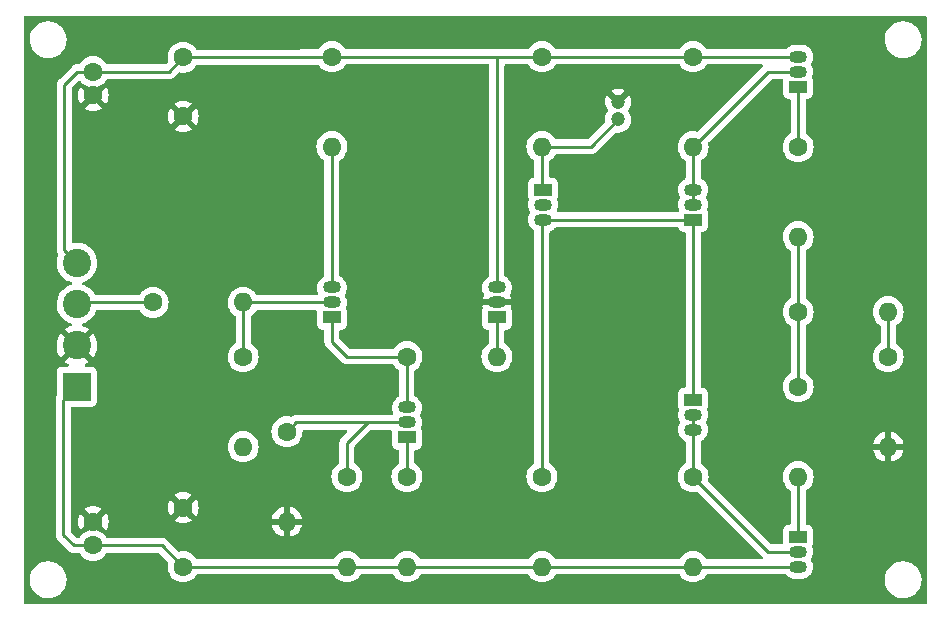
<source format=gbr>
%TF.GenerationSoftware,KiCad,Pcbnew,(6.0.7)*%
%TF.CreationDate,2023-05-14T18:18:18-04:00*%
%TF.ProjectId,12V_Plus_Minus_5MHz_Amplifier,3132565f-506c-4757-935f-4d696e75735f,rev?*%
%TF.SameCoordinates,Original*%
%TF.FileFunction,Copper,L1,Top*%
%TF.FilePolarity,Positive*%
%FSLAX46Y46*%
G04 Gerber Fmt 4.6, Leading zero omitted, Abs format (unit mm)*
G04 Created by KiCad (PCBNEW (6.0.7)) date 2023-05-14 18:18:18*
%MOMM*%
%LPD*%
G01*
G04 APERTURE LIST*
%TA.AperFunction,ComponentPad*%
%ADD10R,2.400000X2.400000*%
%TD*%
%TA.AperFunction,ComponentPad*%
%ADD11C,2.400000*%
%TD*%
%TA.AperFunction,ComponentPad*%
%ADD12O,1.600000X1.600000*%
%TD*%
%TA.AperFunction,ComponentPad*%
%ADD13C,1.600000*%
%TD*%
%TA.AperFunction,ComponentPad*%
%ADD14R,1.500000X1.050000*%
%TD*%
%TA.AperFunction,ComponentPad*%
%ADD15O,1.500000X1.050000*%
%TD*%
%TA.AperFunction,ComponentPad*%
%ADD16C,1.200000*%
%TD*%
%TA.AperFunction,Conductor*%
%ADD17C,0.250000*%
%TD*%
G04 APERTURE END LIST*
D10*
%TO.P,J1,1,Pin_1*%
%TO.N,/VEE*%
X191670000Y-141140000D03*
D11*
%TO.P,J1,2,Pin_2*%
%TO.N,GND*%
X191670000Y-137640000D03*
%TO.P,J1,3,Pin_3*%
%TO.N,/IN*%
X191670000Y-134140000D03*
%TO.P,J1,4,Pin_4*%
%TO.N,/VCC*%
X191670000Y-130640000D03*
%TD*%
D12*
%TO.P,R7,2*%
%TO.N,Net-(Q3-Pad1)*%
X227230000Y-138600000D03*
D13*
%TO.P,R7,1*%
%TO.N,Net-(Q1-Pad1)*%
X219610000Y-138600000D03*
%TD*%
D14*
%TO.P,Q7,1,E*%
%TO.N,Net-(Q7-Pad1)*%
X252730000Y-115740000D03*
D15*
%TO.P,Q7,2,B*%
%TO.N,Net-(Q5-Pad2)*%
X252730000Y-114470000D03*
%TO.P,Q7,3,C*%
%TO.N,/VCC*%
X252730000Y-113200000D03*
%TD*%
D12*
%TO.P,R9,2*%
%TO.N,/VEE*%
X231040000Y-156380000D03*
D13*
%TO.P,R9,1*%
%TO.N,Net-(Q4-Pad3)*%
X231040000Y-148760000D03*
%TD*%
%TO.P,R13,1*%
%TO.N,Net-(R12-Pad2)*%
X252730000Y-141140000D03*
D12*
%TO.P,R13,2*%
%TO.N,Net-(Q8-Pad1)*%
X252730000Y-148760000D03*
%TD*%
D13*
%TO.P,C2,2*%
%TO.N,GND*%
X200660000Y-118240000D03*
%TO.P,C2,1*%
%TO.N,/VCC*%
X200660000Y-113240000D03*
%TD*%
%TO.P,C3,1*%
%TO.N,GND*%
X193040000Y-152570000D03*
%TO.P,C3,2*%
%TO.N,/VEE*%
X193040000Y-154570000D03*
%TD*%
D12*
%TO.P,R3,2*%
%TO.N,Net-(Q1-Pad3)*%
X213260000Y-120820000D03*
D13*
%TO.P,R3,1*%
%TO.N,/VCC*%
X213260000Y-113200000D03*
%TD*%
D14*
%TO.P,Q8,1,E*%
%TO.N,Net-(Q8-Pad1)*%
X252730000Y-153840000D03*
D15*
%TO.P,Q8,2,B*%
%TO.N,Net-(Q6-Pad2)*%
X252730000Y-155110000D03*
%TO.P,Q8,3,C*%
%TO.N,/VEE*%
X252730000Y-156380000D03*
%TD*%
D12*
%TO.P,R1,2*%
%TO.N,Net-(Q1-Pad2)*%
X205740000Y-134000000D03*
D13*
%TO.P,R1,1*%
%TO.N,/IN*%
X198120000Y-134000000D03*
%TD*%
%TO.P,C4,2*%
%TO.N,GND*%
X200660000Y-151380000D03*
%TO.P,C4,1*%
%TO.N,/VEE*%
X200660000Y-156380000D03*
%TD*%
%TO.P,C1,1*%
%TO.N,/VCC*%
X193040000Y-114470000D03*
%TO.P,C1,2*%
%TO.N,GND*%
X193040000Y-116470000D03*
%TD*%
D12*
%TO.P,R15,2*%
%TO.N,GND*%
X260350000Y-146220000D03*
D13*
%TO.P,R15,1*%
%TO.N,Net-(R14-Pad2)*%
X260350000Y-138600000D03*
%TD*%
%TO.P,R14,1*%
%TO.N,Net-(R12-Pad2)*%
X252730000Y-134790000D03*
D12*
%TO.P,R14,2*%
%TO.N,Net-(R14-Pad2)*%
X260350000Y-134790000D03*
%TD*%
%TO.P,R4,2*%
%TO.N,GND*%
X209450000Y-152570000D03*
D13*
%TO.P,R4,1*%
%TO.N,Net-(Q2-Pad2)*%
X209450000Y-144950000D03*
%TD*%
%TO.P,R12,1*%
%TO.N,Net-(Q7-Pad1)*%
X252730000Y-120820000D03*
D12*
%TO.P,R12,2*%
%TO.N,Net-(R12-Pad2)*%
X252730000Y-128440000D03*
%TD*%
D15*
%TO.P,Q4,3,C*%
%TO.N,Net-(Q4-Pad3)*%
X231140000Y-127000000D03*
%TO.P,Q4,2,B*%
%TO.N,Net-(Q1-Pad3)*%
X231140000Y-125730000D03*
D14*
%TO.P,Q4,1,E*%
%TO.N,Net-(C5-Pad2)*%
X231140000Y-124460000D03*
%TD*%
%TO.P,Q6,1,E*%
%TO.N,Net-(Q4-Pad3)*%
X243840000Y-142240000D03*
D15*
%TO.P,Q6,2,B*%
%TO.N,Net-(Q6-Pad2)*%
X243840000Y-143510000D03*
%TO.P,Q6,3,C*%
X243840000Y-144780000D03*
%TD*%
%TO.P,Q3,3,C*%
%TO.N,/VCC*%
X227230000Y-132730000D03*
%TO.P,Q3,2,B*%
%TO.N,GND*%
X227230000Y-134000000D03*
D14*
%TO.P,Q3,1,E*%
%TO.N,Net-(Q3-Pad1)*%
X227230000Y-135270000D03*
%TD*%
D15*
%TO.P,Q5,3,C*%
%TO.N,Net-(Q5-Pad2)*%
X243840000Y-124460000D03*
%TO.P,Q5,2,B*%
X243840000Y-125730000D03*
D14*
%TO.P,Q5,1,E*%
%TO.N,Net-(Q4-Pad3)*%
X243840000Y-127000000D03*
%TD*%
D12*
%TO.P,R5,2*%
%TO.N,/VEE*%
X214530000Y-156380000D03*
D13*
%TO.P,R5,1*%
%TO.N,Net-(Q2-Pad2)*%
X214530000Y-148760000D03*
%TD*%
D16*
%TO.P,C5,2*%
%TO.N,Net-(C5-Pad2)*%
X237490000Y-118510000D03*
%TO.P,C5,1*%
%TO.N,GND*%
X237490000Y-117010000D03*
%TD*%
D13*
%TO.P,R10,1*%
%TO.N,/VCC*%
X243840000Y-113200000D03*
D12*
%TO.P,R10,2*%
%TO.N,Net-(Q5-Pad2)*%
X243840000Y-120820000D03*
%TD*%
%TO.P,R2,2*%
%TO.N,Net-(R12-Pad2)*%
X205740000Y-146220000D03*
D13*
%TO.P,R2,1*%
%TO.N,Net-(Q1-Pad2)*%
X205740000Y-138600000D03*
%TD*%
D15*
%TO.P,Q2,3,C*%
%TO.N,Net-(Q1-Pad1)*%
X219610000Y-142890000D03*
%TO.P,Q2,2,B*%
%TO.N,Net-(Q2-Pad2)*%
X219610000Y-144160000D03*
D14*
%TO.P,Q2,1,E*%
%TO.N,Net-(Q2-Pad1)*%
X219610000Y-145430000D03*
%TD*%
D13*
%TO.P,R11,1*%
%TO.N,Net-(Q6-Pad2)*%
X243840000Y-148760000D03*
D12*
%TO.P,R11,2*%
%TO.N,/VEE*%
X243840000Y-156380000D03*
%TD*%
D15*
%TO.P,Q1,3,C*%
%TO.N,Net-(Q1-Pad3)*%
X213260000Y-132730000D03*
%TO.P,Q1,2,B*%
%TO.N,Net-(Q1-Pad2)*%
X213260000Y-134000000D03*
D14*
%TO.P,Q1,1,E*%
%TO.N,Net-(Q1-Pad1)*%
X213260000Y-135270000D03*
%TD*%
D12*
%TO.P,R6,2*%
%TO.N,/VEE*%
X219610000Y-156380000D03*
D13*
%TO.P,R6,1*%
%TO.N,Net-(Q2-Pad1)*%
X219610000Y-148760000D03*
%TD*%
D12*
%TO.P,R8,2*%
%TO.N,Net-(C5-Pad2)*%
X231040000Y-120820000D03*
D13*
%TO.P,R8,1*%
%TO.N,/VCC*%
X231040000Y-113200000D03*
%TD*%
D17*
%TO.N,/IN*%
X198120000Y-134000000D02*
X191810000Y-134000000D01*
X191810000Y-134000000D02*
X191670000Y-134140000D01*
%TO.N,/VCC*%
X190600000Y-115570000D02*
X191700000Y-114470000D01*
X190600000Y-129570000D02*
X190600000Y-115570000D01*
X191670000Y-130640000D02*
X190600000Y-129570000D01*
X191700000Y-114470000D02*
X193040000Y-114470000D01*
%TO.N,/VEE*%
X190500000Y-153670000D02*
X191400000Y-154570000D01*
X190500000Y-142240000D02*
X190500000Y-153670000D01*
X191400000Y-154570000D02*
X193040000Y-154570000D01*
X191600000Y-141140000D02*
X190500000Y-142240000D01*
X191670000Y-141140000D02*
X191600000Y-141140000D01*
%TO.N,Net-(Q4-Pad3)*%
X231140000Y-127000000D02*
X243840000Y-127000000D01*
%TO.N,Net-(Q5-Pad2)*%
X243840000Y-124460000D02*
X243840000Y-120820000D01*
X243840000Y-125730000D02*
X243840000Y-124460000D01*
%TO.N,/VCC*%
X231040000Y-113200000D02*
X243840000Y-113200000D01*
%TO.N,/VEE*%
X231040000Y-156380000D02*
X243840000Y-156380000D01*
%TO.N,Net-(C5-Pad2)*%
X231040000Y-120820000D02*
X235180000Y-120820000D01*
X235180000Y-120820000D02*
X237490000Y-118510000D01*
%TO.N,/VCC*%
X213220000Y-113240000D02*
X213260000Y-113200000D01*
X200660000Y-113240000D02*
X213220000Y-113240000D01*
%TO.N,/VEE*%
X200660000Y-156380000D02*
X214530000Y-156380000D01*
%TO.N,Net-(Q1-Pad2)*%
X205740000Y-134000000D02*
X213260000Y-134000000D01*
%TO.N,/VCC*%
X199430000Y-114470000D02*
X200660000Y-113240000D01*
X193040000Y-114470000D02*
X199430000Y-114470000D01*
%TO.N,/VEE*%
X193040000Y-154570000D02*
X198850000Y-154570000D01*
%TO.N,Net-(R14-Pad2)*%
X260350000Y-138600000D02*
X260350000Y-134790000D01*
%TO.N,Net-(Q6-Pad2)*%
X243840000Y-144780000D02*
X243840000Y-148760000D01*
X243840000Y-143510000D02*
X243840000Y-144780000D01*
%TO.N,/VCC*%
X210720000Y-113200000D02*
X231040000Y-113200000D01*
%TO.N,/VEE*%
X217070000Y-156380000D02*
X231040000Y-156380000D01*
%TO.N,Net-(Q4-Pad3)*%
X243840000Y-142240000D02*
X243840000Y-127170000D01*
%TO.N,/VCC*%
X227230000Y-132730000D02*
X227230000Y-113200000D01*
X243840000Y-113200000D02*
X252730000Y-113200000D01*
%TO.N,/VEE*%
X214530000Y-156380000D02*
X219610000Y-156380000D01*
X198850000Y-154570000D02*
X200660000Y-156380000D01*
X243840000Y-156380000D02*
X252730000Y-156380000D01*
%TO.N,Net-(C5-Pad2)*%
X231040000Y-120820000D02*
X231040000Y-124630000D01*
%TO.N,Net-(Q7-Pad1)*%
X252730000Y-115740000D02*
X252730000Y-120820000D01*
%TO.N,Net-(Q5-Pad2)*%
X252730000Y-114470000D02*
X250190000Y-114470000D01*
X250190000Y-114470000D02*
X243840000Y-120820000D01*
%TO.N,Net-(Q1-Pad1)*%
X213260000Y-135270000D02*
X213260000Y-137330000D01*
X219610000Y-142890000D02*
X219610000Y-138600000D01*
X214530000Y-138600000D02*
X219610000Y-138600000D01*
X213260000Y-137330000D02*
X214530000Y-138600000D01*
%TO.N,Net-(Q1-Pad2)*%
X205740000Y-134000000D02*
X205740000Y-138600000D01*
%TO.N,Net-(Q6-Pad2)*%
X252730000Y-155110000D02*
X250190000Y-155110000D01*
X250190000Y-155110000D02*
X243840000Y-148760000D01*
%TO.N,Net-(Q2-Pad1)*%
X219610000Y-145430000D02*
X219610000Y-148760000D01*
%TO.N,Net-(Q2-Pad2)*%
X214530000Y-148760000D02*
X214530000Y-145910000D01*
X209450000Y-144950000D02*
X210240000Y-144160000D01*
X214530000Y-145910000D02*
X216280000Y-144160000D01*
X210240000Y-144160000D02*
X216280000Y-144160000D01*
X216280000Y-144160000D02*
X219610000Y-144160000D01*
%TO.N,Net-(Q8-Pad1)*%
X252730000Y-148760000D02*
X252730000Y-153840000D01*
%TO.N,Net-(R12-Pad2)*%
X252730000Y-128440000D02*
X252730000Y-134790000D01*
X252730000Y-141140000D02*
X252730000Y-134790000D01*
%TO.N,Net-(Q3-Pad1)*%
X227230000Y-138600000D02*
X227230000Y-135270000D01*
%TO.N,Net-(Q1-Pad3)*%
X213260000Y-120820000D02*
X213260000Y-132730000D01*
%TO.N,Net-(Q4-Pad3)*%
X231040000Y-127170000D02*
X231040000Y-148760000D01*
%TD*%
%TA.AperFunction,Conductor*%
%TO.N,GND*%
G36*
X263593621Y-109748502D02*
G01*
X263640114Y-109802158D01*
X263651500Y-109854500D01*
X263651500Y-159385500D01*
X263631498Y-159453621D01*
X263577842Y-159500114D01*
X263525500Y-159511500D01*
X187324500Y-159511500D01*
X187256379Y-159491498D01*
X187209886Y-159437842D01*
X187198500Y-159385500D01*
X187198500Y-157534568D01*
X187667382Y-157534568D01*
X187696208Y-157783699D01*
X187697587Y-157788573D01*
X187697588Y-157788577D01*
X187736526Y-157926181D01*
X187764494Y-158025017D01*
X187766628Y-158029592D01*
X187766630Y-158029599D01*
X187868347Y-158247731D01*
X187870484Y-158252313D01*
X187873326Y-158256494D01*
X187873326Y-158256495D01*
X188008605Y-158455552D01*
X188008608Y-158455556D01*
X188011451Y-158459739D01*
X188014928Y-158463416D01*
X188014929Y-158463417D01*
X188115238Y-158569491D01*
X188183767Y-158641959D01*
X188187793Y-158645037D01*
X188187794Y-158645038D01*
X188378981Y-158791212D01*
X188378985Y-158791215D01*
X188383001Y-158794285D01*
X188604026Y-158912797D01*
X188608807Y-158914443D01*
X188608811Y-158914445D01*
X188834538Y-158992169D01*
X188841156Y-158994448D01*
X188944689Y-159012331D01*
X189084380Y-159036460D01*
X189084386Y-159036461D01*
X189088290Y-159037135D01*
X189092251Y-159037315D01*
X189092252Y-159037315D01*
X189116931Y-159038436D01*
X189116950Y-159038436D01*
X189118350Y-159038500D01*
X189293015Y-159038500D01*
X189295523Y-159038298D01*
X189295528Y-159038298D01*
X189474944Y-159023863D01*
X189474949Y-159023862D01*
X189479985Y-159023457D01*
X189484893Y-159022252D01*
X189484896Y-159022251D01*
X189718625Y-158964841D01*
X189723539Y-158963634D01*
X189728191Y-158961659D01*
X189728195Y-158961658D01*
X189949741Y-158867617D01*
X189949742Y-158867617D01*
X189954396Y-158865641D01*
X190166615Y-158732000D01*
X190354738Y-158566147D01*
X190513924Y-158372351D01*
X190640078Y-158155596D01*
X190729955Y-157921461D01*
X190781241Y-157675967D01*
X190783978Y-157615707D01*
X190787662Y-157534568D01*
X190792618Y-157425432D01*
X190791238Y-157413500D01*
X190770343Y-157232922D01*
X190763792Y-157176301D01*
X190746981Y-157116890D01*
X190696884Y-156939852D01*
X190696883Y-156939850D01*
X190695506Y-156934983D01*
X190693372Y-156930408D01*
X190693370Y-156930401D01*
X190591653Y-156712269D01*
X190591651Y-156712265D01*
X190589516Y-156707687D01*
X190521828Y-156608087D01*
X190451395Y-156504448D01*
X190451392Y-156504444D01*
X190448549Y-156500261D01*
X190347925Y-156393853D01*
X190279713Y-156321721D01*
X190276233Y-156318041D01*
X190272206Y-156314962D01*
X190081019Y-156168788D01*
X190081015Y-156168785D01*
X190076999Y-156165715D01*
X189932917Y-156088459D01*
X189860435Y-156049595D01*
X189855974Y-156047203D01*
X189851193Y-156045557D01*
X189851189Y-156045555D01*
X189623633Y-155967201D01*
X189618844Y-155965552D01*
X189515311Y-155947669D01*
X189375620Y-155923540D01*
X189375614Y-155923539D01*
X189371710Y-155922865D01*
X189367749Y-155922685D01*
X189367748Y-155922685D01*
X189343069Y-155921564D01*
X189343050Y-155921564D01*
X189341650Y-155921500D01*
X189166985Y-155921500D01*
X189164477Y-155921702D01*
X189164472Y-155921702D01*
X188985056Y-155936137D01*
X188985051Y-155936138D01*
X188980015Y-155936543D01*
X188975107Y-155937748D01*
X188975104Y-155937749D01*
X188780654Y-155985511D01*
X188736461Y-155996366D01*
X188731809Y-155998341D01*
X188731805Y-155998342D01*
X188510259Y-156092383D01*
X188505604Y-156094359D01*
X188293385Y-156228000D01*
X188105262Y-156393853D01*
X187946076Y-156587649D01*
X187819922Y-156804404D01*
X187818109Y-156809127D01*
X187818108Y-156809129D01*
X187771556Y-156930401D01*
X187730045Y-157038539D01*
X187729012Y-157043485D01*
X187729010Y-157043491D01*
X187712863Y-157120785D01*
X187678759Y-157284033D01*
X187678530Y-157289082D01*
X187678529Y-157289088D01*
X187674120Y-157386198D01*
X187667382Y-157534568D01*
X187198500Y-157534568D01*
X187198500Y-142219943D01*
X189861780Y-142219943D01*
X189862526Y-142227835D01*
X189865941Y-142263961D01*
X189866500Y-142275819D01*
X189866500Y-153591233D01*
X189865973Y-153602416D01*
X189864298Y-153609909D01*
X189864547Y-153617835D01*
X189864547Y-153617836D01*
X189866438Y-153677986D01*
X189866500Y-153681945D01*
X189866500Y-153709856D01*
X189866997Y-153713790D01*
X189866997Y-153713791D01*
X189867005Y-153713856D01*
X189867938Y-153725693D01*
X189869327Y-153769889D01*
X189874978Y-153789339D01*
X189878987Y-153808700D01*
X189881526Y-153828797D01*
X189884445Y-153836168D01*
X189884445Y-153836170D01*
X189897804Y-153869912D01*
X189901649Y-153881142D01*
X189913982Y-153923593D01*
X189918015Y-153930412D01*
X189918017Y-153930417D01*
X189924293Y-153941028D01*
X189932988Y-153958776D01*
X189940448Y-153977617D01*
X189945110Y-153984033D01*
X189945110Y-153984034D01*
X189966436Y-154013387D01*
X189972952Y-154023307D01*
X189990758Y-154053414D01*
X189995458Y-154061362D01*
X190009779Y-154075683D01*
X190022619Y-154090716D01*
X190034528Y-154107107D01*
X190068605Y-154135298D01*
X190077384Y-154143288D01*
X190896343Y-154962247D01*
X190903887Y-154970537D01*
X190908000Y-154977018D01*
X190913777Y-154982443D01*
X190957667Y-155023658D01*
X190960509Y-155026413D01*
X190980230Y-155046134D01*
X190983425Y-155048612D01*
X190992447Y-155056318D01*
X191024679Y-155086586D01*
X191031628Y-155090406D01*
X191042432Y-155096346D01*
X191058956Y-155107199D01*
X191074959Y-155119613D01*
X191115543Y-155137176D01*
X191126173Y-155142383D01*
X191164940Y-155163695D01*
X191172617Y-155165666D01*
X191172622Y-155165668D01*
X191184558Y-155168732D01*
X191203266Y-155175137D01*
X191221855Y-155183181D01*
X191229683Y-155184421D01*
X191229690Y-155184423D01*
X191265524Y-155190099D01*
X191277144Y-155192505D01*
X191312289Y-155201528D01*
X191319970Y-155203500D01*
X191340224Y-155203500D01*
X191359934Y-155205051D01*
X191379943Y-155208220D01*
X191387835Y-155207474D01*
X191423961Y-155204059D01*
X191435819Y-155203500D01*
X191820606Y-155203500D01*
X191888727Y-155223502D01*
X191923819Y-155257229D01*
X192030643Y-155409789D01*
X192033802Y-155414300D01*
X192195700Y-155576198D01*
X192200208Y-155579355D01*
X192200211Y-155579357D01*
X192267661Y-155626586D01*
X192383251Y-155707523D01*
X192388233Y-155709846D01*
X192388238Y-155709849D01*
X192585775Y-155801961D01*
X192590757Y-155804284D01*
X192596065Y-155805706D01*
X192596067Y-155805707D01*
X192806598Y-155862119D01*
X192806600Y-155862119D01*
X192811913Y-155863543D01*
X193040000Y-155883498D01*
X193268087Y-155863543D01*
X193273400Y-155862119D01*
X193273402Y-155862119D01*
X193483933Y-155805707D01*
X193483935Y-155805706D01*
X193489243Y-155804284D01*
X193494225Y-155801961D01*
X193691762Y-155709849D01*
X193691767Y-155709846D01*
X193696749Y-155707523D01*
X193812339Y-155626586D01*
X193879789Y-155579357D01*
X193879792Y-155579355D01*
X193884300Y-155576198D01*
X194046198Y-155414300D01*
X194049357Y-155409789D01*
X194156181Y-155257229D01*
X194211638Y-155212901D01*
X194259394Y-155203500D01*
X198535406Y-155203500D01*
X198603527Y-155223502D01*
X198624501Y-155240405D01*
X199350848Y-155966752D01*
X199384874Y-156029064D01*
X199383459Y-156088459D01*
X199367882Y-156146591D01*
X199367880Y-156146602D01*
X199366457Y-156151913D01*
X199346502Y-156380000D01*
X199366457Y-156608087D01*
X199367881Y-156613400D01*
X199367881Y-156613402D01*
X199414626Y-156787853D01*
X199425716Y-156829243D01*
X199428039Y-156834224D01*
X199428039Y-156834225D01*
X199520151Y-157031762D01*
X199520154Y-157031767D01*
X199522477Y-157036749D01*
X199581320Y-157120785D01*
X199620193Y-157176301D01*
X199653802Y-157224300D01*
X199815700Y-157386198D01*
X199820208Y-157389355D01*
X199820211Y-157389357D01*
X199854130Y-157413107D01*
X200003251Y-157517523D01*
X200008233Y-157519846D01*
X200008238Y-157519849D01*
X200205775Y-157611961D01*
X200210757Y-157614284D01*
X200216065Y-157615706D01*
X200216067Y-157615707D01*
X200426598Y-157672119D01*
X200426600Y-157672119D01*
X200431913Y-157673543D01*
X200660000Y-157693498D01*
X200888087Y-157673543D01*
X200893400Y-157672119D01*
X200893402Y-157672119D01*
X201103933Y-157615707D01*
X201103935Y-157615706D01*
X201109243Y-157614284D01*
X201114225Y-157611961D01*
X201311762Y-157519849D01*
X201311767Y-157519846D01*
X201316749Y-157517523D01*
X201465870Y-157413107D01*
X201499789Y-157389357D01*
X201499792Y-157389355D01*
X201504300Y-157386198D01*
X201666198Y-157224300D01*
X201669357Y-157219789D01*
X201776181Y-157067229D01*
X201831638Y-157022901D01*
X201879394Y-157013500D01*
X213310606Y-157013500D01*
X213378727Y-157033502D01*
X213413819Y-157067229D01*
X213520643Y-157219789D01*
X213523802Y-157224300D01*
X213685700Y-157386198D01*
X213690208Y-157389355D01*
X213690211Y-157389357D01*
X213724130Y-157413107D01*
X213873251Y-157517523D01*
X213878233Y-157519846D01*
X213878238Y-157519849D01*
X214075775Y-157611961D01*
X214080757Y-157614284D01*
X214086065Y-157615706D01*
X214086067Y-157615707D01*
X214296598Y-157672119D01*
X214296600Y-157672119D01*
X214301913Y-157673543D01*
X214530000Y-157693498D01*
X214758087Y-157673543D01*
X214763400Y-157672119D01*
X214763402Y-157672119D01*
X214973933Y-157615707D01*
X214973935Y-157615706D01*
X214979243Y-157614284D01*
X214984225Y-157611961D01*
X215181762Y-157519849D01*
X215181767Y-157519846D01*
X215186749Y-157517523D01*
X215335870Y-157413107D01*
X215369789Y-157389357D01*
X215369792Y-157389355D01*
X215374300Y-157386198D01*
X215536198Y-157224300D01*
X215539357Y-157219789D01*
X215646181Y-157067229D01*
X215701638Y-157022901D01*
X215749394Y-157013500D01*
X218390606Y-157013500D01*
X218458727Y-157033502D01*
X218493819Y-157067229D01*
X218600643Y-157219789D01*
X218603802Y-157224300D01*
X218765700Y-157386198D01*
X218770208Y-157389355D01*
X218770211Y-157389357D01*
X218804130Y-157413107D01*
X218953251Y-157517523D01*
X218958233Y-157519846D01*
X218958238Y-157519849D01*
X219155775Y-157611961D01*
X219160757Y-157614284D01*
X219166065Y-157615706D01*
X219166067Y-157615707D01*
X219376598Y-157672119D01*
X219376600Y-157672119D01*
X219381913Y-157673543D01*
X219610000Y-157693498D01*
X219838087Y-157673543D01*
X219843400Y-157672119D01*
X219843402Y-157672119D01*
X220053933Y-157615707D01*
X220053935Y-157615706D01*
X220059243Y-157614284D01*
X220064225Y-157611961D01*
X220261762Y-157519849D01*
X220261767Y-157519846D01*
X220266749Y-157517523D01*
X220415870Y-157413107D01*
X220449789Y-157389357D01*
X220449792Y-157389355D01*
X220454300Y-157386198D01*
X220616198Y-157224300D01*
X220619357Y-157219789D01*
X220726181Y-157067229D01*
X220781638Y-157022901D01*
X220829394Y-157013500D01*
X229820606Y-157013500D01*
X229888727Y-157033502D01*
X229923819Y-157067229D01*
X230030643Y-157219789D01*
X230033802Y-157224300D01*
X230195700Y-157386198D01*
X230200208Y-157389355D01*
X230200211Y-157389357D01*
X230234130Y-157413107D01*
X230383251Y-157517523D01*
X230388233Y-157519846D01*
X230388238Y-157519849D01*
X230585775Y-157611961D01*
X230590757Y-157614284D01*
X230596065Y-157615706D01*
X230596067Y-157615707D01*
X230806598Y-157672119D01*
X230806600Y-157672119D01*
X230811913Y-157673543D01*
X231040000Y-157693498D01*
X231268087Y-157673543D01*
X231273400Y-157672119D01*
X231273402Y-157672119D01*
X231483933Y-157615707D01*
X231483935Y-157615706D01*
X231489243Y-157614284D01*
X231494225Y-157611961D01*
X231691762Y-157519849D01*
X231691767Y-157519846D01*
X231696749Y-157517523D01*
X231845870Y-157413107D01*
X231879789Y-157389357D01*
X231879792Y-157389355D01*
X231884300Y-157386198D01*
X232046198Y-157224300D01*
X232049357Y-157219789D01*
X232156181Y-157067229D01*
X232211638Y-157022901D01*
X232259394Y-157013500D01*
X242620606Y-157013500D01*
X242688727Y-157033502D01*
X242723819Y-157067229D01*
X242830643Y-157219789D01*
X242833802Y-157224300D01*
X242995700Y-157386198D01*
X243000208Y-157389355D01*
X243000211Y-157389357D01*
X243034130Y-157413107D01*
X243183251Y-157517523D01*
X243188233Y-157519846D01*
X243188238Y-157519849D01*
X243385775Y-157611961D01*
X243390757Y-157614284D01*
X243396065Y-157615706D01*
X243396067Y-157615707D01*
X243606598Y-157672119D01*
X243606600Y-157672119D01*
X243611913Y-157673543D01*
X243840000Y-157693498D01*
X244068087Y-157673543D01*
X244073400Y-157672119D01*
X244073402Y-157672119D01*
X244283933Y-157615707D01*
X244283935Y-157615706D01*
X244289243Y-157614284D01*
X244294225Y-157611961D01*
X244460197Y-157534568D01*
X260057382Y-157534568D01*
X260086208Y-157783699D01*
X260087587Y-157788573D01*
X260087588Y-157788577D01*
X260126526Y-157926181D01*
X260154494Y-158025017D01*
X260156628Y-158029592D01*
X260156630Y-158029599D01*
X260258347Y-158247731D01*
X260260484Y-158252313D01*
X260263326Y-158256494D01*
X260263326Y-158256495D01*
X260398605Y-158455552D01*
X260398608Y-158455556D01*
X260401451Y-158459739D01*
X260404928Y-158463416D01*
X260404929Y-158463417D01*
X260505238Y-158569491D01*
X260573767Y-158641959D01*
X260577793Y-158645037D01*
X260577794Y-158645038D01*
X260768981Y-158791212D01*
X260768985Y-158791215D01*
X260773001Y-158794285D01*
X260994026Y-158912797D01*
X260998807Y-158914443D01*
X260998811Y-158914445D01*
X261224538Y-158992169D01*
X261231156Y-158994448D01*
X261334689Y-159012331D01*
X261474380Y-159036460D01*
X261474386Y-159036461D01*
X261478290Y-159037135D01*
X261482251Y-159037315D01*
X261482252Y-159037315D01*
X261506931Y-159038436D01*
X261506950Y-159038436D01*
X261508350Y-159038500D01*
X261683015Y-159038500D01*
X261685523Y-159038298D01*
X261685528Y-159038298D01*
X261864944Y-159023863D01*
X261864949Y-159023862D01*
X261869985Y-159023457D01*
X261874893Y-159022252D01*
X261874896Y-159022251D01*
X262108625Y-158964841D01*
X262113539Y-158963634D01*
X262118191Y-158961659D01*
X262118195Y-158961658D01*
X262339741Y-158867617D01*
X262339742Y-158867617D01*
X262344396Y-158865641D01*
X262556615Y-158732000D01*
X262744738Y-158566147D01*
X262903924Y-158372351D01*
X263030078Y-158155596D01*
X263119955Y-157921461D01*
X263171241Y-157675967D01*
X263173978Y-157615707D01*
X263177662Y-157534568D01*
X263182618Y-157425432D01*
X263181238Y-157413500D01*
X263160343Y-157232922D01*
X263153792Y-157176301D01*
X263136981Y-157116890D01*
X263086884Y-156939852D01*
X263086883Y-156939850D01*
X263085506Y-156934983D01*
X263083372Y-156930408D01*
X263083370Y-156930401D01*
X262981653Y-156712269D01*
X262981651Y-156712265D01*
X262979516Y-156707687D01*
X262911828Y-156608087D01*
X262841395Y-156504448D01*
X262841392Y-156504444D01*
X262838549Y-156500261D01*
X262737925Y-156393853D01*
X262669713Y-156321721D01*
X262666233Y-156318041D01*
X262662206Y-156314962D01*
X262471019Y-156168788D01*
X262471015Y-156168785D01*
X262466999Y-156165715D01*
X262322917Y-156088459D01*
X262250435Y-156049595D01*
X262245974Y-156047203D01*
X262241193Y-156045557D01*
X262241189Y-156045555D01*
X262013633Y-155967201D01*
X262008844Y-155965552D01*
X261905311Y-155947669D01*
X261765620Y-155923540D01*
X261765614Y-155923539D01*
X261761710Y-155922865D01*
X261757749Y-155922685D01*
X261757748Y-155922685D01*
X261733069Y-155921564D01*
X261733050Y-155921564D01*
X261731650Y-155921500D01*
X261556985Y-155921500D01*
X261554477Y-155921702D01*
X261554472Y-155921702D01*
X261375056Y-155936137D01*
X261375051Y-155936138D01*
X261370015Y-155936543D01*
X261365107Y-155937748D01*
X261365104Y-155937749D01*
X261170654Y-155985511D01*
X261126461Y-155996366D01*
X261121809Y-155998341D01*
X261121805Y-155998342D01*
X260900259Y-156092383D01*
X260895604Y-156094359D01*
X260683385Y-156228000D01*
X260495262Y-156393853D01*
X260336076Y-156587649D01*
X260209922Y-156804404D01*
X260208109Y-156809127D01*
X260208108Y-156809129D01*
X260161556Y-156930401D01*
X260120045Y-157038539D01*
X260119012Y-157043485D01*
X260119010Y-157043491D01*
X260102863Y-157120785D01*
X260068759Y-157284033D01*
X260068530Y-157289082D01*
X260068529Y-157289088D01*
X260064120Y-157386198D01*
X260057382Y-157534568D01*
X244460197Y-157534568D01*
X244491762Y-157519849D01*
X244491767Y-157519846D01*
X244496749Y-157517523D01*
X244645870Y-157413107D01*
X244679789Y-157389357D01*
X244679792Y-157389355D01*
X244684300Y-157386198D01*
X244846198Y-157224300D01*
X244849357Y-157219789D01*
X244956181Y-157067229D01*
X245011638Y-157022901D01*
X245059394Y-157013500D01*
X251627794Y-157013500D01*
X251695915Y-157033502D01*
X251725990Y-157060547D01*
X251759158Y-157101800D01*
X251759163Y-157101805D01*
X251763019Y-157106601D01*
X251918281Y-157236881D01*
X251923673Y-157239845D01*
X251923677Y-157239848D01*
X252004050Y-157284033D01*
X252095891Y-157334523D01*
X252289084Y-157395807D01*
X252295201Y-157396493D01*
X252295205Y-157396494D01*
X252369348Y-157404810D01*
X252446817Y-157413500D01*
X253006004Y-157413500D01*
X253156713Y-157398723D01*
X253350742Y-157340142D01*
X253529698Y-157244990D01*
X253686763Y-157116890D01*
X253695275Y-157106601D01*
X253812027Y-156965472D01*
X253812029Y-156965469D01*
X253815956Y-156960722D01*
X253912356Y-156782435D01*
X253966326Y-156608087D01*
X253970468Y-156594707D01*
X253970469Y-156594704D01*
X253972290Y-156588820D01*
X253993476Y-156387250D01*
X253978983Y-156228000D01*
X253975665Y-156191543D01*
X253975664Y-156191540D01*
X253975106Y-156185404D01*
X253969312Y-156165715D01*
X253919620Y-155996880D01*
X253917881Y-155990971D01*
X253905455Y-155967201D01*
X253851264Y-155863543D01*
X253823981Y-155811355D01*
X253824016Y-155811337D01*
X253804111Y-155745559D01*
X253819271Y-155684591D01*
X253879986Y-155572301D01*
X253912356Y-155512435D01*
X253972290Y-155318820D01*
X253980559Y-155240151D01*
X253992832Y-155123378D01*
X253992832Y-155123377D01*
X253993476Y-155117250D01*
X253981207Y-154982443D01*
X253975665Y-154921543D01*
X253975664Y-154921540D01*
X253975106Y-154915404D01*
X253917881Y-154720971D01*
X253918740Y-154720718D01*
X253912286Y-154655338D01*
X253925452Y-154618594D01*
X253930615Y-154611705D01*
X253981745Y-154475316D01*
X253988500Y-154413134D01*
X253988500Y-153266866D01*
X253981745Y-153204684D01*
X253930615Y-153068295D01*
X253843261Y-152951739D01*
X253726705Y-152864385D01*
X253590316Y-152813255D01*
X253528134Y-152806500D01*
X253489500Y-152806500D01*
X253421379Y-152786498D01*
X253374886Y-152732842D01*
X253363500Y-152680500D01*
X253363500Y-149979394D01*
X253383502Y-149911273D01*
X253417229Y-149876181D01*
X253569789Y-149769357D01*
X253569792Y-149769355D01*
X253574300Y-149766198D01*
X253736198Y-149604300D01*
X253867523Y-149416749D01*
X253869846Y-149411767D01*
X253869849Y-149411762D01*
X253961961Y-149214225D01*
X253961961Y-149214224D01*
X253964284Y-149209243D01*
X253990626Y-149110936D01*
X254022119Y-148993402D01*
X254022119Y-148993400D01*
X254023543Y-148988087D01*
X254043498Y-148760000D01*
X254023543Y-148531913D01*
X253964284Y-148310757D01*
X253961961Y-148305775D01*
X253869849Y-148108238D01*
X253869846Y-148108233D01*
X253867523Y-148103251D01*
X253736198Y-147915700D01*
X253574300Y-147753802D01*
X253569792Y-147750645D01*
X253569789Y-147750643D01*
X253417228Y-147643819D01*
X253386749Y-147622477D01*
X253381767Y-147620154D01*
X253381762Y-147620151D01*
X253184225Y-147528039D01*
X253184224Y-147528039D01*
X253179243Y-147525716D01*
X253173935Y-147524294D01*
X253173933Y-147524293D01*
X252963402Y-147467881D01*
X252963400Y-147467881D01*
X252958087Y-147466457D01*
X252730000Y-147446502D01*
X252501913Y-147466457D01*
X252496600Y-147467881D01*
X252496598Y-147467881D01*
X252286067Y-147524293D01*
X252286065Y-147524294D01*
X252280757Y-147525716D01*
X252275776Y-147528039D01*
X252275775Y-147528039D01*
X252078238Y-147620151D01*
X252078233Y-147620154D01*
X252073251Y-147622477D01*
X252042772Y-147643819D01*
X251890211Y-147750643D01*
X251890208Y-147750645D01*
X251885700Y-147753802D01*
X251723802Y-147915700D01*
X251592477Y-148103251D01*
X251590154Y-148108233D01*
X251590151Y-148108238D01*
X251498039Y-148305775D01*
X251495716Y-148310757D01*
X251436457Y-148531913D01*
X251416502Y-148760000D01*
X251436457Y-148988087D01*
X251437881Y-148993400D01*
X251437881Y-148993402D01*
X251469375Y-149110936D01*
X251495716Y-149209243D01*
X251498039Y-149214224D01*
X251498039Y-149214225D01*
X251590151Y-149411762D01*
X251590154Y-149411767D01*
X251592477Y-149416749D01*
X251723802Y-149604300D01*
X251885700Y-149766198D01*
X251890208Y-149769355D01*
X251890211Y-149769357D01*
X252042771Y-149876181D01*
X252087099Y-149931638D01*
X252096500Y-149979394D01*
X252096500Y-152680500D01*
X252076498Y-152748621D01*
X252022842Y-152795114D01*
X251970500Y-152806500D01*
X251931866Y-152806500D01*
X251869684Y-152813255D01*
X251733295Y-152864385D01*
X251616739Y-152951739D01*
X251529385Y-153068295D01*
X251478255Y-153204684D01*
X251471500Y-153266866D01*
X251471500Y-154350500D01*
X251451498Y-154418621D01*
X251397842Y-154465114D01*
X251345500Y-154476500D01*
X250504594Y-154476500D01*
X250436473Y-154456498D01*
X250415499Y-154439595D01*
X245149152Y-149173248D01*
X245115126Y-149110936D01*
X245116541Y-149051541D01*
X245132118Y-148993409D01*
X245132120Y-148993398D01*
X245133543Y-148988087D01*
X245153498Y-148760000D01*
X245133543Y-148531913D01*
X245074284Y-148310757D01*
X245071961Y-148305775D01*
X244979849Y-148108238D01*
X244979846Y-148108233D01*
X244977523Y-148103251D01*
X244846198Y-147915700D01*
X244684300Y-147753802D01*
X244679792Y-147750645D01*
X244679789Y-147750643D01*
X244527229Y-147643819D01*
X244482901Y-147588362D01*
X244473500Y-147540606D01*
X244473500Y-146486522D01*
X259067273Y-146486522D01*
X259114764Y-146663761D01*
X259118510Y-146674053D01*
X259210586Y-146871511D01*
X259216069Y-146881007D01*
X259341028Y-147059467D01*
X259348084Y-147067875D01*
X259502125Y-147221916D01*
X259510533Y-147228972D01*
X259688993Y-147353931D01*
X259698489Y-147359414D01*
X259895947Y-147451490D01*
X259906239Y-147455236D01*
X260078503Y-147501394D01*
X260092599Y-147501058D01*
X260096000Y-147493116D01*
X260096000Y-147487967D01*
X260604000Y-147487967D01*
X260607973Y-147501498D01*
X260616522Y-147502727D01*
X260793761Y-147455236D01*
X260804053Y-147451490D01*
X261001511Y-147359414D01*
X261011007Y-147353931D01*
X261189467Y-147228972D01*
X261197875Y-147221916D01*
X261351916Y-147067875D01*
X261358972Y-147059467D01*
X261483931Y-146881007D01*
X261489414Y-146871511D01*
X261581490Y-146674053D01*
X261585236Y-146663761D01*
X261631394Y-146491497D01*
X261631058Y-146477401D01*
X261623116Y-146474000D01*
X260622115Y-146474000D01*
X260606876Y-146478475D01*
X260605671Y-146479865D01*
X260604000Y-146487548D01*
X260604000Y-147487967D01*
X260096000Y-147487967D01*
X260096000Y-146492115D01*
X260091525Y-146476876D01*
X260090135Y-146475671D01*
X260082452Y-146474000D01*
X259082033Y-146474000D01*
X259068502Y-146477973D01*
X259067273Y-146486522D01*
X244473500Y-146486522D01*
X244473500Y-145948503D01*
X259068606Y-145948503D01*
X259068942Y-145962599D01*
X259076884Y-145966000D01*
X260077885Y-145966000D01*
X260093124Y-145961525D01*
X260094329Y-145960135D01*
X260096000Y-145952452D01*
X260096000Y-145947885D01*
X260604000Y-145947885D01*
X260608475Y-145963124D01*
X260609865Y-145964329D01*
X260617548Y-145966000D01*
X261617967Y-145966000D01*
X261631498Y-145962027D01*
X261632727Y-145953478D01*
X261585236Y-145776239D01*
X261581490Y-145765947D01*
X261489414Y-145568489D01*
X261483931Y-145558993D01*
X261358972Y-145380533D01*
X261351916Y-145372125D01*
X261197875Y-145218084D01*
X261189467Y-145211028D01*
X261011007Y-145086069D01*
X261001511Y-145080586D01*
X260804053Y-144988510D01*
X260793761Y-144984764D01*
X260621497Y-144938606D01*
X260607401Y-144938942D01*
X260604000Y-144946884D01*
X260604000Y-145947885D01*
X260096000Y-145947885D01*
X260096000Y-144952033D01*
X260092027Y-144938502D01*
X260083478Y-144937273D01*
X259906239Y-144984764D01*
X259895947Y-144988510D01*
X259698489Y-145080586D01*
X259688993Y-145086069D01*
X259510533Y-145211028D01*
X259502125Y-145218084D01*
X259348084Y-145372125D01*
X259341028Y-145380533D01*
X259216069Y-145558993D01*
X259210586Y-145568489D01*
X259118510Y-145765947D01*
X259114764Y-145776239D01*
X259068606Y-145948503D01*
X244473500Y-145948503D01*
X244473500Y-145809067D01*
X244493502Y-145740946D01*
X244540347Y-145697815D01*
X244546466Y-145694562D01*
X244639698Y-145644990D01*
X244681059Y-145611257D01*
X244745140Y-145558993D01*
X244796763Y-145516890D01*
X244888211Y-145406348D01*
X244922027Y-145365472D01*
X244922029Y-145365469D01*
X244925956Y-145360722D01*
X245022356Y-145182435D01*
X245076169Y-145008595D01*
X245080468Y-144994707D01*
X245080469Y-144994704D01*
X245082290Y-144988820D01*
X245086157Y-144952033D01*
X245102832Y-144793378D01*
X245102832Y-144793377D01*
X245103476Y-144787250D01*
X245091740Y-144658295D01*
X245085665Y-144591543D01*
X245085664Y-144591540D01*
X245085106Y-144585404D01*
X245027881Y-144390971D01*
X245023951Y-144383452D01*
X244936835Y-144216815D01*
X244933981Y-144211355D01*
X244934016Y-144211337D01*
X244914111Y-144145559D01*
X244929271Y-144084591D01*
X244990396Y-143971543D01*
X245022356Y-143912435D01*
X245054018Y-143810151D01*
X245080468Y-143724707D01*
X245080469Y-143724704D01*
X245082290Y-143718820D01*
X245094242Y-143605110D01*
X245102832Y-143523378D01*
X245102832Y-143523377D01*
X245103476Y-143517250D01*
X245085106Y-143315404D01*
X245079941Y-143297853D01*
X245029620Y-143126879D01*
X245029619Y-143126877D01*
X245027881Y-143120971D01*
X245028740Y-143120718D01*
X245022286Y-143055338D01*
X245035452Y-143018594D01*
X245040615Y-143011705D01*
X245043768Y-143003296D01*
X245088971Y-142882715D01*
X245091745Y-142875316D01*
X245098500Y-142813134D01*
X245098500Y-141666866D01*
X245091745Y-141604684D01*
X245040615Y-141468295D01*
X244953261Y-141351739D01*
X244836705Y-141264385D01*
X244700316Y-141213255D01*
X244638134Y-141206500D01*
X244599500Y-141206500D01*
X244531379Y-141186498D01*
X244491088Y-141140000D01*
X251416502Y-141140000D01*
X251436457Y-141368087D01*
X251495716Y-141589243D01*
X251498039Y-141594224D01*
X251498039Y-141594225D01*
X251590151Y-141791762D01*
X251590154Y-141791767D01*
X251592477Y-141796749D01*
X251595634Y-141801257D01*
X251689481Y-141935284D01*
X251723802Y-141984300D01*
X251885700Y-142146198D01*
X251890208Y-142149355D01*
X251890211Y-142149357D01*
X251934294Y-142180224D01*
X252073251Y-142277523D01*
X252078233Y-142279846D01*
X252078238Y-142279849D01*
X252275775Y-142371961D01*
X252280757Y-142374284D01*
X252286065Y-142375706D01*
X252286067Y-142375707D01*
X252496598Y-142432119D01*
X252496600Y-142432119D01*
X252501913Y-142433543D01*
X252730000Y-142453498D01*
X252958087Y-142433543D01*
X252963400Y-142432119D01*
X252963402Y-142432119D01*
X253173933Y-142375707D01*
X253173935Y-142375706D01*
X253179243Y-142374284D01*
X253184225Y-142371961D01*
X253381762Y-142279849D01*
X253381767Y-142279846D01*
X253386749Y-142277523D01*
X253525706Y-142180224D01*
X253569789Y-142149357D01*
X253569792Y-142149355D01*
X253574300Y-142146198D01*
X253736198Y-141984300D01*
X253770520Y-141935284D01*
X253864366Y-141801257D01*
X253867523Y-141796749D01*
X253869846Y-141791767D01*
X253869849Y-141791762D01*
X253961961Y-141594225D01*
X253961961Y-141594224D01*
X253964284Y-141589243D01*
X254023543Y-141368087D01*
X254043498Y-141140000D01*
X254023543Y-140911913D01*
X253964284Y-140690757D01*
X253961961Y-140685775D01*
X253869849Y-140488238D01*
X253869846Y-140488233D01*
X253867523Y-140483251D01*
X253736198Y-140295700D01*
X253574300Y-140133802D01*
X253569792Y-140130645D01*
X253569789Y-140130643D01*
X253417229Y-140023819D01*
X253372901Y-139968362D01*
X253363500Y-139920606D01*
X253363500Y-138600000D01*
X259036502Y-138600000D01*
X259056457Y-138828087D01*
X259057881Y-138833400D01*
X259057881Y-138833402D01*
X259109188Y-139024879D01*
X259115716Y-139049243D01*
X259118039Y-139054224D01*
X259118039Y-139054225D01*
X259210151Y-139251762D01*
X259210154Y-139251767D01*
X259212477Y-139256749D01*
X259234057Y-139287568D01*
X259335098Y-139431869D01*
X259343802Y-139444300D01*
X259505700Y-139606198D01*
X259510208Y-139609355D01*
X259510211Y-139609357D01*
X259588389Y-139664098D01*
X259693251Y-139737523D01*
X259698233Y-139739846D01*
X259698238Y-139739849D01*
X259868825Y-139819394D01*
X259900757Y-139834284D01*
X259906065Y-139835706D01*
X259906067Y-139835707D01*
X260116598Y-139892119D01*
X260116600Y-139892119D01*
X260121913Y-139893543D01*
X260350000Y-139913498D01*
X260578087Y-139893543D01*
X260583400Y-139892119D01*
X260583402Y-139892119D01*
X260793933Y-139835707D01*
X260793935Y-139835706D01*
X260799243Y-139834284D01*
X260831175Y-139819394D01*
X261001762Y-139739849D01*
X261001767Y-139739846D01*
X261006749Y-139737523D01*
X261111611Y-139664098D01*
X261189789Y-139609357D01*
X261189792Y-139609355D01*
X261194300Y-139606198D01*
X261356198Y-139444300D01*
X261364903Y-139431869D01*
X261465943Y-139287568D01*
X261487523Y-139256749D01*
X261489846Y-139251767D01*
X261489849Y-139251762D01*
X261581961Y-139054225D01*
X261581961Y-139054224D01*
X261584284Y-139049243D01*
X261590813Y-139024879D01*
X261642119Y-138833402D01*
X261642119Y-138833400D01*
X261643543Y-138828087D01*
X261663498Y-138600000D01*
X261643543Y-138371913D01*
X261642119Y-138366598D01*
X261585707Y-138156067D01*
X261585706Y-138156065D01*
X261584284Y-138150757D01*
X261581961Y-138145775D01*
X261489849Y-137948238D01*
X261489846Y-137948233D01*
X261487523Y-137943251D01*
X261367722Y-137772158D01*
X261359357Y-137760211D01*
X261359355Y-137760208D01*
X261356198Y-137755700D01*
X261194300Y-137593802D01*
X261189792Y-137590645D01*
X261189789Y-137590643D01*
X261037229Y-137483819D01*
X260992901Y-137428362D01*
X260983500Y-137380606D01*
X260983500Y-136009394D01*
X261003502Y-135941273D01*
X261037229Y-135906181D01*
X261189789Y-135799357D01*
X261189792Y-135799355D01*
X261194300Y-135796198D01*
X261356198Y-135634300D01*
X261487523Y-135446749D01*
X261489846Y-135441767D01*
X261489849Y-135441762D01*
X261581961Y-135244225D01*
X261581961Y-135244224D01*
X261584284Y-135239243D01*
X261643543Y-135018087D01*
X261663498Y-134790000D01*
X261643543Y-134561913D01*
X261628749Y-134506701D01*
X261585707Y-134346067D01*
X261585706Y-134346065D01*
X261584284Y-134340757D01*
X261551899Y-134271307D01*
X261489849Y-134138238D01*
X261489846Y-134138233D01*
X261487523Y-134133251D01*
X261394997Y-134001110D01*
X261359357Y-133950211D01*
X261359355Y-133950208D01*
X261356198Y-133945700D01*
X261194300Y-133783802D01*
X261189792Y-133780645D01*
X261189789Y-133780643D01*
X261037228Y-133673819D01*
X261006749Y-133652477D01*
X261001767Y-133650154D01*
X261001762Y-133650151D01*
X260804225Y-133558039D01*
X260804224Y-133558039D01*
X260799243Y-133555716D01*
X260793935Y-133554294D01*
X260793933Y-133554293D01*
X260583402Y-133497881D01*
X260583400Y-133497881D01*
X260578087Y-133496457D01*
X260350000Y-133476502D01*
X260121913Y-133496457D01*
X260116600Y-133497881D01*
X260116598Y-133497881D01*
X259906067Y-133554293D01*
X259906065Y-133554294D01*
X259900757Y-133555716D01*
X259895776Y-133558039D01*
X259895775Y-133558039D01*
X259698238Y-133650151D01*
X259698233Y-133650154D01*
X259693251Y-133652477D01*
X259662772Y-133673819D01*
X259510211Y-133780643D01*
X259510208Y-133780645D01*
X259505700Y-133783802D01*
X259343802Y-133945700D01*
X259340645Y-133950208D01*
X259340643Y-133950211D01*
X259305003Y-134001110D01*
X259212477Y-134133251D01*
X259210154Y-134138233D01*
X259210151Y-134138238D01*
X259148101Y-134271307D01*
X259115716Y-134340757D01*
X259114294Y-134346065D01*
X259114293Y-134346067D01*
X259071251Y-134506701D01*
X259056457Y-134561913D01*
X259036502Y-134790000D01*
X259056457Y-135018087D01*
X259115716Y-135239243D01*
X259118039Y-135244224D01*
X259118039Y-135244225D01*
X259210151Y-135441762D01*
X259210154Y-135441767D01*
X259212477Y-135446749D01*
X259343802Y-135634300D01*
X259505700Y-135796198D01*
X259510208Y-135799355D01*
X259510211Y-135799357D01*
X259662771Y-135906181D01*
X259707099Y-135961638D01*
X259716500Y-136009394D01*
X259716500Y-137380606D01*
X259696498Y-137448727D01*
X259662771Y-137483819D01*
X259510211Y-137590643D01*
X259510208Y-137590645D01*
X259505700Y-137593802D01*
X259343802Y-137755700D01*
X259340645Y-137760208D01*
X259340643Y-137760211D01*
X259332278Y-137772158D01*
X259212477Y-137943251D01*
X259210154Y-137948233D01*
X259210151Y-137948238D01*
X259118039Y-138145775D01*
X259115716Y-138150757D01*
X259114294Y-138156065D01*
X259114293Y-138156067D01*
X259057881Y-138366598D01*
X259056457Y-138371913D01*
X259036502Y-138600000D01*
X253363500Y-138600000D01*
X253363500Y-136009394D01*
X253383502Y-135941273D01*
X253417229Y-135906181D01*
X253569789Y-135799357D01*
X253569792Y-135799355D01*
X253574300Y-135796198D01*
X253736198Y-135634300D01*
X253867523Y-135446749D01*
X253869846Y-135441767D01*
X253869849Y-135441762D01*
X253961961Y-135244225D01*
X253961961Y-135244224D01*
X253964284Y-135239243D01*
X254023543Y-135018087D01*
X254043498Y-134790000D01*
X254023543Y-134561913D01*
X254008749Y-134506701D01*
X253965707Y-134346067D01*
X253965706Y-134346065D01*
X253964284Y-134340757D01*
X253931899Y-134271307D01*
X253869849Y-134138238D01*
X253869846Y-134138233D01*
X253867523Y-134133251D01*
X253774997Y-134001110D01*
X253739357Y-133950211D01*
X253739355Y-133950208D01*
X253736198Y-133945700D01*
X253574300Y-133783802D01*
X253569792Y-133780645D01*
X253569789Y-133780643D01*
X253417229Y-133673819D01*
X253372901Y-133618362D01*
X253363500Y-133570606D01*
X253363500Y-129659394D01*
X253383502Y-129591273D01*
X253417229Y-129556181D01*
X253569789Y-129449357D01*
X253569792Y-129449355D01*
X253574300Y-129446198D01*
X253736198Y-129284300D01*
X253867523Y-129096749D01*
X253869846Y-129091767D01*
X253869849Y-129091762D01*
X253961961Y-128894225D01*
X253961961Y-128894224D01*
X253964284Y-128889243D01*
X254023543Y-128668087D01*
X254043498Y-128440000D01*
X254023543Y-128211913D01*
X253964284Y-127990757D01*
X253913142Y-127881081D01*
X253869849Y-127788238D01*
X253869846Y-127788233D01*
X253867523Y-127783251D01*
X253776672Y-127653502D01*
X253739357Y-127600211D01*
X253739355Y-127600208D01*
X253736198Y-127595700D01*
X253574300Y-127433802D01*
X253569792Y-127430645D01*
X253569789Y-127430643D01*
X253491611Y-127375902D01*
X253386749Y-127302477D01*
X253381767Y-127300154D01*
X253381762Y-127300151D01*
X253184225Y-127208039D01*
X253184224Y-127208039D01*
X253179243Y-127205716D01*
X253173935Y-127204294D01*
X253173933Y-127204293D01*
X252963402Y-127147881D01*
X252963400Y-127147881D01*
X252958087Y-127146457D01*
X252730000Y-127126502D01*
X252501913Y-127146457D01*
X252496600Y-127147881D01*
X252496598Y-127147881D01*
X252286067Y-127204293D01*
X252286065Y-127204294D01*
X252280757Y-127205716D01*
X252275776Y-127208039D01*
X252275775Y-127208039D01*
X252078238Y-127300151D01*
X252078233Y-127300154D01*
X252073251Y-127302477D01*
X251968389Y-127375902D01*
X251890211Y-127430643D01*
X251890208Y-127430645D01*
X251885700Y-127433802D01*
X251723802Y-127595700D01*
X251720645Y-127600208D01*
X251720643Y-127600211D01*
X251683328Y-127653502D01*
X251592477Y-127783251D01*
X251590154Y-127788233D01*
X251590151Y-127788238D01*
X251546858Y-127881081D01*
X251495716Y-127990757D01*
X251436457Y-128211913D01*
X251416502Y-128440000D01*
X251436457Y-128668087D01*
X251495716Y-128889243D01*
X251498039Y-128894224D01*
X251498039Y-128894225D01*
X251590151Y-129091762D01*
X251590154Y-129091767D01*
X251592477Y-129096749D01*
X251723802Y-129284300D01*
X251885700Y-129446198D01*
X251890208Y-129449355D01*
X251890211Y-129449357D01*
X252042771Y-129556181D01*
X252087099Y-129611638D01*
X252096500Y-129659394D01*
X252096500Y-133570606D01*
X252076498Y-133638727D01*
X252042771Y-133673819D01*
X251890211Y-133780643D01*
X251890208Y-133780645D01*
X251885700Y-133783802D01*
X251723802Y-133945700D01*
X251720645Y-133950208D01*
X251720643Y-133950211D01*
X251685003Y-134001110D01*
X251592477Y-134133251D01*
X251590154Y-134138233D01*
X251590151Y-134138238D01*
X251528101Y-134271307D01*
X251495716Y-134340757D01*
X251494294Y-134346065D01*
X251494293Y-134346067D01*
X251451251Y-134506701D01*
X251436457Y-134561913D01*
X251416502Y-134790000D01*
X251436457Y-135018087D01*
X251495716Y-135239243D01*
X251498039Y-135244224D01*
X251498039Y-135244225D01*
X251590151Y-135441762D01*
X251590154Y-135441767D01*
X251592477Y-135446749D01*
X251723802Y-135634300D01*
X251885700Y-135796198D01*
X251890208Y-135799355D01*
X251890211Y-135799357D01*
X252042771Y-135906181D01*
X252087099Y-135961638D01*
X252096500Y-136009394D01*
X252096500Y-139920606D01*
X252076498Y-139988727D01*
X252042771Y-140023819D01*
X251890211Y-140130643D01*
X251890208Y-140130645D01*
X251885700Y-140133802D01*
X251723802Y-140295700D01*
X251592477Y-140483251D01*
X251590154Y-140488233D01*
X251590151Y-140488238D01*
X251498039Y-140685775D01*
X251495716Y-140690757D01*
X251436457Y-140911913D01*
X251416502Y-141140000D01*
X244491088Y-141140000D01*
X244484886Y-141132842D01*
X244473500Y-141080500D01*
X244473500Y-128159500D01*
X244493502Y-128091379D01*
X244547158Y-128044886D01*
X244599500Y-128033500D01*
X244638134Y-128033500D01*
X244700316Y-128026745D01*
X244836705Y-127975615D01*
X244953261Y-127888261D01*
X245040615Y-127771705D01*
X245091745Y-127635316D01*
X245098500Y-127573134D01*
X245098500Y-126426866D01*
X245091745Y-126364684D01*
X245066988Y-126298645D01*
X245043768Y-126236704D01*
X245043766Y-126236700D01*
X245040615Y-126228295D01*
X245035227Y-126221106D01*
X245035094Y-126220863D01*
X245019924Y-126151506D01*
X245025248Y-126123092D01*
X245026428Y-126119282D01*
X245082290Y-125938820D01*
X245103476Y-125737250D01*
X245085106Y-125535404D01*
X245079188Y-125515294D01*
X245029620Y-125346880D01*
X245029620Y-125346879D01*
X245027881Y-125340971D01*
X245023951Y-125333452D01*
X244936835Y-125166815D01*
X244933981Y-125161355D01*
X244934016Y-125161337D01*
X244914111Y-125095559D01*
X244929271Y-125034591D01*
X245019426Y-124867853D01*
X245022356Y-124862435D01*
X245082290Y-124668820D01*
X245103476Y-124467250D01*
X245085106Y-124265404D01*
X245027881Y-124070971D01*
X245023951Y-124063452D01*
X244936835Y-123896815D01*
X244933981Y-123891355D01*
X244928630Y-123884699D01*
X244810840Y-123738199D01*
X244806981Y-123733399D01*
X244651719Y-123603119D01*
X244646327Y-123600155D01*
X244646323Y-123600152D01*
X244581515Y-123564524D01*
X244538798Y-123541040D01*
X244488741Y-123490696D01*
X244473500Y-123430626D01*
X244473500Y-122039394D01*
X244493502Y-121971273D01*
X244527229Y-121936181D01*
X244679789Y-121829357D01*
X244679792Y-121829355D01*
X244684300Y-121826198D01*
X244846198Y-121664300D01*
X244977523Y-121476749D01*
X244979846Y-121471767D01*
X244979849Y-121471762D01*
X245071961Y-121274225D01*
X245071961Y-121274224D01*
X245074284Y-121269243D01*
X245079067Y-121251395D01*
X245132119Y-121053402D01*
X245132119Y-121053400D01*
X245133543Y-121048087D01*
X245153498Y-120820000D01*
X245133543Y-120591913D01*
X245132119Y-120586598D01*
X245132118Y-120586591D01*
X245116541Y-120528459D01*
X245118230Y-120457483D01*
X245149152Y-120406752D01*
X250415500Y-115140405D01*
X250477812Y-115106379D01*
X250504595Y-115103500D01*
X251345500Y-115103500D01*
X251413621Y-115123502D01*
X251460114Y-115177158D01*
X251471500Y-115229500D01*
X251471500Y-116313134D01*
X251478255Y-116375316D01*
X251529385Y-116511705D01*
X251616739Y-116628261D01*
X251733295Y-116715615D01*
X251869684Y-116766745D01*
X251931866Y-116773500D01*
X251970500Y-116773500D01*
X252038621Y-116793502D01*
X252085114Y-116847158D01*
X252096500Y-116899500D01*
X252096500Y-119600606D01*
X252076498Y-119668727D01*
X252042771Y-119703819D01*
X251890211Y-119810643D01*
X251890208Y-119810645D01*
X251885700Y-119813802D01*
X251723802Y-119975700D01*
X251592477Y-120163251D01*
X251590154Y-120168233D01*
X251590151Y-120168238D01*
X251498039Y-120365775D01*
X251495716Y-120370757D01*
X251494294Y-120376065D01*
X251494293Y-120376067D01*
X251437883Y-120586591D01*
X251436457Y-120591913D01*
X251416502Y-120820000D01*
X251436457Y-121048087D01*
X251437881Y-121053400D01*
X251437881Y-121053402D01*
X251490934Y-121251395D01*
X251495716Y-121269243D01*
X251498039Y-121274224D01*
X251498039Y-121274225D01*
X251590151Y-121471762D01*
X251590154Y-121471767D01*
X251592477Y-121476749D01*
X251723802Y-121664300D01*
X251885700Y-121826198D01*
X251890208Y-121829355D01*
X251890211Y-121829357D01*
X251968389Y-121884098D01*
X252073251Y-121957523D01*
X252078233Y-121959846D01*
X252078238Y-121959849D01*
X252248825Y-122039394D01*
X252280757Y-122054284D01*
X252286065Y-122055706D01*
X252286067Y-122055707D01*
X252496598Y-122112119D01*
X252496600Y-122112119D01*
X252501913Y-122113543D01*
X252730000Y-122133498D01*
X252958087Y-122113543D01*
X252963400Y-122112119D01*
X252963402Y-122112119D01*
X253173933Y-122055707D01*
X253173935Y-122055706D01*
X253179243Y-122054284D01*
X253211175Y-122039394D01*
X253381762Y-121959849D01*
X253381767Y-121959846D01*
X253386749Y-121957523D01*
X253491611Y-121884098D01*
X253569789Y-121829357D01*
X253569792Y-121829355D01*
X253574300Y-121826198D01*
X253736198Y-121664300D01*
X253867523Y-121476749D01*
X253869846Y-121471767D01*
X253869849Y-121471762D01*
X253961961Y-121274225D01*
X253961961Y-121274224D01*
X253964284Y-121269243D01*
X253969067Y-121251395D01*
X254022119Y-121053402D01*
X254022119Y-121053400D01*
X254023543Y-121048087D01*
X254043498Y-120820000D01*
X254023543Y-120591913D01*
X254022117Y-120586591D01*
X253965707Y-120376067D01*
X253965706Y-120376065D01*
X253964284Y-120370757D01*
X253961961Y-120365775D01*
X253869849Y-120168238D01*
X253869846Y-120168233D01*
X253867523Y-120163251D01*
X253736198Y-119975700D01*
X253574300Y-119813802D01*
X253569792Y-119810645D01*
X253569789Y-119810643D01*
X253417229Y-119703819D01*
X253372901Y-119648362D01*
X253363500Y-119600606D01*
X253363500Y-116899500D01*
X253383502Y-116831379D01*
X253437158Y-116784886D01*
X253489500Y-116773500D01*
X253528134Y-116773500D01*
X253590316Y-116766745D01*
X253726705Y-116715615D01*
X253843261Y-116628261D01*
X253930615Y-116511705D01*
X253981745Y-116375316D01*
X253988500Y-116313134D01*
X253988500Y-115166866D01*
X253981745Y-115104684D01*
X253961988Y-115051983D01*
X253933768Y-114976704D01*
X253933766Y-114976701D01*
X253930615Y-114968295D01*
X253925227Y-114961106D01*
X253925094Y-114960863D01*
X253909924Y-114891506D01*
X253915248Y-114863092D01*
X253970468Y-114684706D01*
X253972290Y-114678820D01*
X253993476Y-114477250D01*
X253980971Y-114339849D01*
X253975665Y-114281543D01*
X253975664Y-114281540D01*
X253975106Y-114275404D01*
X253966511Y-114246198D01*
X253919620Y-114086880D01*
X253917881Y-114080971D01*
X253900956Y-114048595D01*
X253844146Y-113939927D01*
X253823981Y-113901355D01*
X253824016Y-113901337D01*
X253804111Y-113835559D01*
X253819271Y-113774591D01*
X253897337Y-113630211D01*
X253912356Y-113602435D01*
X253955270Y-113463802D01*
X253970468Y-113414707D01*
X253970469Y-113414704D01*
X253972290Y-113408820D01*
X253980559Y-113330151D01*
X253992832Y-113213378D01*
X253992832Y-113213377D01*
X253993476Y-113207250D01*
X253985898Y-113123986D01*
X253975665Y-113011543D01*
X253975664Y-113011540D01*
X253975106Y-113005404D01*
X253917881Y-112810971D01*
X253910090Y-112796067D01*
X253834957Y-112652351D01*
X253823981Y-112631355D01*
X253696981Y-112473399D01*
X253541719Y-112343119D01*
X253536327Y-112340155D01*
X253536323Y-112340152D01*
X253369506Y-112248444D01*
X253364109Y-112245477D01*
X253170916Y-112184193D01*
X253164799Y-112183507D01*
X253164795Y-112183506D01*
X253090652Y-112175190D01*
X253013183Y-112166500D01*
X252453996Y-112166500D01*
X252303287Y-112181277D01*
X252109258Y-112239858D01*
X251930302Y-112335010D01*
X251773237Y-112463110D01*
X251769310Y-112467857D01*
X251769308Y-112467859D01*
X251725500Y-112520815D01*
X251666667Y-112560553D01*
X251628415Y-112566500D01*
X245059394Y-112566500D01*
X244991273Y-112546498D01*
X244956181Y-112512771D01*
X244849357Y-112360211D01*
X244849355Y-112360208D01*
X244846198Y-112355700D01*
X244684300Y-112193802D01*
X244679792Y-112190645D01*
X244679789Y-112190643D01*
X244558383Y-112105634D01*
X244496749Y-112062477D01*
X244491767Y-112060154D01*
X244491762Y-112060151D01*
X244294225Y-111968039D01*
X244294224Y-111968039D01*
X244289243Y-111965716D01*
X244283935Y-111964294D01*
X244283933Y-111964293D01*
X244073402Y-111907881D01*
X244073400Y-111907881D01*
X244068087Y-111906457D01*
X243840000Y-111886502D01*
X243611913Y-111906457D01*
X243606600Y-111907881D01*
X243606598Y-111907881D01*
X243396067Y-111964293D01*
X243396065Y-111964294D01*
X243390757Y-111965716D01*
X243385776Y-111968039D01*
X243385775Y-111968039D01*
X243188238Y-112060151D01*
X243188233Y-112060154D01*
X243183251Y-112062477D01*
X243121617Y-112105634D01*
X243000211Y-112190643D01*
X243000208Y-112190645D01*
X242995700Y-112193802D01*
X242833802Y-112355700D01*
X242830645Y-112360208D01*
X242830643Y-112360211D01*
X242723819Y-112512771D01*
X242668362Y-112557099D01*
X242620606Y-112566500D01*
X232259394Y-112566500D01*
X232191273Y-112546498D01*
X232156181Y-112512771D01*
X232049357Y-112360211D01*
X232049355Y-112360208D01*
X232046198Y-112355700D01*
X231884300Y-112193802D01*
X231879792Y-112190645D01*
X231879789Y-112190643D01*
X231758383Y-112105634D01*
X231696749Y-112062477D01*
X231691767Y-112060154D01*
X231691762Y-112060151D01*
X231494225Y-111968039D01*
X231494224Y-111968039D01*
X231489243Y-111965716D01*
X231483935Y-111964294D01*
X231483933Y-111964293D01*
X231273402Y-111907881D01*
X231273400Y-111907881D01*
X231268087Y-111906457D01*
X231040000Y-111886502D01*
X230811913Y-111906457D01*
X230806600Y-111907881D01*
X230806598Y-111907881D01*
X230596067Y-111964293D01*
X230596065Y-111964294D01*
X230590757Y-111965716D01*
X230585776Y-111968039D01*
X230585775Y-111968039D01*
X230388238Y-112060151D01*
X230388233Y-112060154D01*
X230383251Y-112062477D01*
X230321617Y-112105634D01*
X230200211Y-112190643D01*
X230200208Y-112190645D01*
X230195700Y-112193802D01*
X230033802Y-112355700D01*
X230030645Y-112360208D01*
X230030643Y-112360211D01*
X229923819Y-112512771D01*
X229868362Y-112557099D01*
X229820606Y-112566500D01*
X227301793Y-112566500D01*
X227278184Y-112564268D01*
X227277881Y-112564210D01*
X227277877Y-112564210D01*
X227270094Y-112562725D01*
X227214049Y-112566251D01*
X227206138Y-112566500D01*
X214479394Y-112566500D01*
X214411273Y-112546498D01*
X214376181Y-112512771D01*
X214269357Y-112360211D01*
X214269355Y-112360208D01*
X214266198Y-112355700D01*
X214104300Y-112193802D01*
X214099792Y-112190645D01*
X214099789Y-112190643D01*
X213978383Y-112105634D01*
X213916749Y-112062477D01*
X213911767Y-112060154D01*
X213911762Y-112060151D01*
X213714225Y-111968039D01*
X213714224Y-111968039D01*
X213709243Y-111965716D01*
X213703935Y-111964294D01*
X213703933Y-111964293D01*
X213493402Y-111907881D01*
X213493400Y-111907881D01*
X213488087Y-111906457D01*
X213260000Y-111886502D01*
X213031913Y-111906457D01*
X213026600Y-111907881D01*
X213026598Y-111907881D01*
X212816067Y-111964293D01*
X212816065Y-111964294D01*
X212810757Y-111965716D01*
X212805776Y-111968039D01*
X212805775Y-111968039D01*
X212608238Y-112060151D01*
X212608233Y-112060154D01*
X212603251Y-112062477D01*
X212541617Y-112105634D01*
X212420211Y-112190643D01*
X212420208Y-112190645D01*
X212415700Y-112193802D01*
X212253802Y-112355700D01*
X212250645Y-112360208D01*
X212250643Y-112360211D01*
X212143819Y-112512771D01*
X212088362Y-112557099D01*
X212040606Y-112566500D01*
X210680144Y-112566500D01*
X210623432Y-112573665D01*
X210569068Y-112580532D01*
X210569065Y-112580533D01*
X210561203Y-112581526D01*
X210553835Y-112584443D01*
X210553832Y-112584444D01*
X210520472Y-112597652D01*
X210474089Y-112606500D01*
X201879394Y-112606500D01*
X201811273Y-112586498D01*
X201776181Y-112552771D01*
X201669357Y-112400211D01*
X201669355Y-112400208D01*
X201666198Y-112395700D01*
X201504300Y-112233802D01*
X201499792Y-112230645D01*
X201499789Y-112230643D01*
X201408183Y-112166500D01*
X201316749Y-112102477D01*
X201311767Y-112100154D01*
X201311762Y-112100151D01*
X201114225Y-112008039D01*
X201114224Y-112008039D01*
X201109243Y-112005716D01*
X201103935Y-112004294D01*
X201103933Y-112004293D01*
X200893402Y-111947881D01*
X200893400Y-111947881D01*
X200888087Y-111946457D01*
X200660000Y-111926502D01*
X200431913Y-111946457D01*
X200426600Y-111947881D01*
X200426598Y-111947881D01*
X200216067Y-112004293D01*
X200216065Y-112004294D01*
X200210757Y-112005716D01*
X200205776Y-112008039D01*
X200205775Y-112008039D01*
X200008238Y-112100151D01*
X200008233Y-112100154D01*
X200003251Y-112102477D01*
X199911817Y-112166500D01*
X199820211Y-112230643D01*
X199820208Y-112230645D01*
X199815700Y-112233802D01*
X199653802Y-112395700D01*
X199522477Y-112583251D01*
X199520154Y-112588233D01*
X199520151Y-112588238D01*
X199492294Y-112647979D01*
X199425716Y-112790757D01*
X199424294Y-112796065D01*
X199424293Y-112796067D01*
X199418716Y-112816880D01*
X199366457Y-113011913D01*
X199346502Y-113240000D01*
X199366457Y-113468087D01*
X199367879Y-113473392D01*
X199367881Y-113473406D01*
X199383459Y-113531539D01*
X199381771Y-113602516D01*
X199350848Y-113653248D01*
X199204499Y-113799596D01*
X199142187Y-113833621D01*
X199115404Y-113836500D01*
X194259394Y-113836500D01*
X194191273Y-113816498D01*
X194156181Y-113782771D01*
X194049357Y-113630211D01*
X194049355Y-113630208D01*
X194046198Y-113625700D01*
X193884300Y-113463802D01*
X193879792Y-113460645D01*
X193879789Y-113460643D01*
X193797029Y-113402694D01*
X193696749Y-113332477D01*
X193691767Y-113330154D01*
X193691762Y-113330151D01*
X193494225Y-113238039D01*
X193494224Y-113238039D01*
X193489243Y-113235716D01*
X193483935Y-113234294D01*
X193483933Y-113234293D01*
X193273402Y-113177881D01*
X193273400Y-113177881D01*
X193268087Y-113176457D01*
X193040000Y-113156502D01*
X192811913Y-113176457D01*
X192806600Y-113177881D01*
X192806598Y-113177881D01*
X192596067Y-113234293D01*
X192596065Y-113234294D01*
X192590757Y-113235716D01*
X192585776Y-113238039D01*
X192585775Y-113238039D01*
X192388238Y-113330151D01*
X192388233Y-113330154D01*
X192383251Y-113332477D01*
X192282971Y-113402694D01*
X192200211Y-113460643D01*
X192200208Y-113460645D01*
X192195700Y-113463802D01*
X192033802Y-113625700D01*
X192030645Y-113630208D01*
X192030643Y-113630211D01*
X191923819Y-113782771D01*
X191868362Y-113827099D01*
X191820606Y-113836500D01*
X191778767Y-113836500D01*
X191767584Y-113835973D01*
X191760091Y-113834298D01*
X191752165Y-113834547D01*
X191752164Y-113834547D01*
X191692001Y-113836438D01*
X191688043Y-113836500D01*
X191660144Y-113836500D01*
X191656154Y-113837004D01*
X191644320Y-113837936D01*
X191600111Y-113839326D01*
X191592497Y-113841538D01*
X191592492Y-113841539D01*
X191580659Y-113844977D01*
X191561296Y-113848988D01*
X191541203Y-113851526D01*
X191533836Y-113854443D01*
X191533831Y-113854444D01*
X191500092Y-113867802D01*
X191488865Y-113871646D01*
X191446407Y-113883982D01*
X191439581Y-113888019D01*
X191428972Y-113894293D01*
X191411224Y-113902988D01*
X191392383Y-113910448D01*
X191385967Y-113915110D01*
X191385966Y-113915110D01*
X191356613Y-113936436D01*
X191346693Y-113942952D01*
X191315465Y-113961420D01*
X191315462Y-113961422D01*
X191308638Y-113965458D01*
X191294317Y-113979779D01*
X191279284Y-113992619D01*
X191262893Y-114004528D01*
X191257842Y-114010634D01*
X191234702Y-114038605D01*
X191226712Y-114047384D01*
X190207747Y-115066348D01*
X190199461Y-115073888D01*
X190192982Y-115078000D01*
X190187557Y-115083777D01*
X190146357Y-115127651D01*
X190143602Y-115130493D01*
X190123865Y-115150230D01*
X190121385Y-115153427D01*
X190113682Y-115162447D01*
X190083414Y-115194679D01*
X190079595Y-115201625D01*
X190079593Y-115201628D01*
X190073652Y-115212434D01*
X190062801Y-115228953D01*
X190050386Y-115244959D01*
X190047241Y-115252228D01*
X190047238Y-115252232D01*
X190032826Y-115285537D01*
X190027609Y-115296187D01*
X190006305Y-115334940D01*
X190004334Y-115342615D01*
X190004334Y-115342616D01*
X190001267Y-115354562D01*
X189994863Y-115373266D01*
X189986819Y-115391855D01*
X189985580Y-115399678D01*
X189985577Y-115399688D01*
X189979901Y-115435524D01*
X189977495Y-115447144D01*
X189966500Y-115489970D01*
X189966500Y-115510224D01*
X189964949Y-115529934D01*
X189961780Y-115549943D01*
X189962526Y-115557835D01*
X189965941Y-115593961D01*
X189966500Y-115605819D01*
X189966500Y-129491233D01*
X189965973Y-129502416D01*
X189964298Y-129509909D01*
X189964547Y-129517835D01*
X189964547Y-129517836D01*
X189966438Y-129577986D01*
X189966500Y-129581945D01*
X189966500Y-129609856D01*
X189966997Y-129613790D01*
X189966997Y-129613791D01*
X189967005Y-129613856D01*
X189967938Y-129625693D01*
X189969327Y-129669889D01*
X189974007Y-129685997D01*
X189974978Y-129689339D01*
X189978987Y-129708700D01*
X189981526Y-129728797D01*
X189984445Y-129736168D01*
X189984445Y-129736170D01*
X189997804Y-129769912D01*
X190001649Y-129781142D01*
X190013982Y-129823593D01*
X190018015Y-129830412D01*
X190018017Y-129830417D01*
X190024293Y-129841028D01*
X190032988Y-129858776D01*
X190040448Y-129877617D01*
X190045109Y-129884033D01*
X190045111Y-129884036D01*
X190059962Y-129904476D01*
X190083820Y-129971344D01*
X190074223Y-130027263D01*
X190045246Y-130096365D01*
X189982738Y-130342490D01*
X189957296Y-130595151D01*
X189969480Y-130848798D01*
X190019021Y-131097857D01*
X190020600Y-131102255D01*
X190020602Y-131102262D01*
X190065022Y-131225980D01*
X190104831Y-131336858D01*
X190225025Y-131560551D01*
X190227820Y-131564294D01*
X190227822Y-131564297D01*
X190374171Y-131760282D01*
X190374176Y-131760288D01*
X190376963Y-131764020D01*
X190380272Y-131767300D01*
X190380277Y-131767306D01*
X190478838Y-131865010D01*
X190557307Y-131942797D01*
X190561069Y-131945555D01*
X190561072Y-131945558D01*
X190646504Y-132008199D01*
X190762094Y-132092953D01*
X190766229Y-132095129D01*
X190766233Y-132095131D01*
X190860122Y-132144528D01*
X190986827Y-132211191D01*
X191158781Y-132271240D01*
X191216497Y-132312581D01*
X191242701Y-132378565D01*
X191229072Y-132448241D01*
X191179936Y-132499487D01*
X191152497Y-132511160D01*
X191069993Y-132535208D01*
X190839380Y-132641522D01*
X190835471Y-132644085D01*
X190630928Y-132778189D01*
X190630923Y-132778193D01*
X190627015Y-132780755D01*
X190538059Y-132860151D01*
X190465855Y-132924596D01*
X190437562Y-132949848D01*
X190275183Y-133145087D01*
X190143447Y-133362182D01*
X190141638Y-133366496D01*
X190141637Y-133366498D01*
X190056048Y-133570606D01*
X190045246Y-133596365D01*
X190044095Y-133600897D01*
X190044094Y-133600900D01*
X190025575Y-133673819D01*
X189982738Y-133842490D01*
X189957296Y-134095151D01*
X189957520Y-134099817D01*
X189957520Y-134099822D01*
X189962462Y-134202694D01*
X189969480Y-134348798D01*
X189977445Y-134388841D01*
X190000890Y-134506704D01*
X190019021Y-134597857D01*
X190020600Y-134602255D01*
X190020602Y-134602262D01*
X190088007Y-134790000D01*
X190104831Y-134836858D01*
X190107048Y-134840984D01*
X190197518Y-135009357D01*
X190225025Y-135060551D01*
X190227820Y-135064294D01*
X190227822Y-135064297D01*
X190374171Y-135260282D01*
X190374176Y-135260288D01*
X190376963Y-135264020D01*
X190380272Y-135267300D01*
X190380277Y-135267306D01*
X190478859Y-135365031D01*
X190557307Y-135442797D01*
X190561069Y-135445555D01*
X190561072Y-135445558D01*
X190666764Y-135523054D01*
X190762094Y-135592953D01*
X190766229Y-135595129D01*
X190766233Y-135595131D01*
X190884289Y-135657243D01*
X190986827Y-135711191D01*
X191100868Y-135751016D01*
X191159594Y-135771524D01*
X191217312Y-135812866D01*
X191243515Y-135878850D01*
X191229886Y-135948526D01*
X191180750Y-135999773D01*
X191153311Y-136011446D01*
X191074655Y-136034371D01*
X191065915Y-136037639D01*
X190843869Y-136140004D01*
X190835714Y-136144524D01*
X190668468Y-136254175D01*
X190659330Y-136264917D01*
X190663903Y-136274693D01*
X191657188Y-137267978D01*
X191671132Y-137275592D01*
X191672965Y-137275461D01*
X191679580Y-137271210D01*
X192672488Y-136278302D01*
X192678872Y-136266612D01*
X192669460Y-136254502D01*
X192543144Y-136166873D01*
X192535116Y-136162145D01*
X192315810Y-136053995D01*
X192307180Y-136050508D01*
X192184999Y-136011397D01*
X192126220Y-135971579D01*
X192098298Y-135906303D01*
X192110100Y-135836294D01*
X192157877Y-135783779D01*
X192191334Y-135769547D01*
X192223270Y-135761139D01*
X192223272Y-135761138D01*
X192227793Y-135759948D01*
X192346353Y-135709011D01*
X192456807Y-135661557D01*
X192456810Y-135661555D01*
X192461110Y-135659708D01*
X192465090Y-135657245D01*
X192465094Y-135657243D01*
X192673064Y-135528547D01*
X192673066Y-135528545D01*
X192677047Y-135526082D01*
X192776650Y-135441762D01*
X192867289Y-135365031D01*
X192867291Y-135365029D01*
X192870862Y-135362006D01*
X193038295Y-135171084D01*
X193175669Y-134957512D01*
X193279967Y-134725980D01*
X193281239Y-134721469D01*
X193282833Y-134717090D01*
X193284852Y-134717825D01*
X193317893Y-134665172D01*
X193382151Y-134634983D01*
X193401428Y-134633500D01*
X196900606Y-134633500D01*
X196968727Y-134653502D01*
X197003819Y-134687229D01*
X197108591Y-134836858D01*
X197113802Y-134844300D01*
X197275700Y-135006198D01*
X197280208Y-135009355D01*
X197280211Y-135009357D01*
X197347440Y-135056431D01*
X197463251Y-135137523D01*
X197468233Y-135139846D01*
X197468238Y-135139849D01*
X197638825Y-135219394D01*
X197670757Y-135234284D01*
X197676065Y-135235706D01*
X197676067Y-135235707D01*
X197886598Y-135292119D01*
X197886600Y-135292119D01*
X197891913Y-135293543D01*
X198120000Y-135313498D01*
X198348087Y-135293543D01*
X198353400Y-135292119D01*
X198353402Y-135292119D01*
X198563933Y-135235707D01*
X198563935Y-135235706D01*
X198569243Y-135234284D01*
X198601175Y-135219394D01*
X198771762Y-135139849D01*
X198771767Y-135139846D01*
X198776749Y-135137523D01*
X198892560Y-135056431D01*
X198959789Y-135009357D01*
X198959792Y-135009355D01*
X198964300Y-135006198D01*
X199126198Y-134844300D01*
X199134497Y-134832449D01*
X199214757Y-134717825D01*
X199257523Y-134656749D01*
X199259846Y-134651767D01*
X199259849Y-134651762D01*
X199351961Y-134454225D01*
X199351961Y-134454224D01*
X199354284Y-134449243D01*
X199381199Y-134348798D01*
X199412119Y-134233402D01*
X199412119Y-134233400D01*
X199413543Y-134228087D01*
X199433498Y-134000000D01*
X199413543Y-133771913D01*
X199411208Y-133763199D01*
X199355707Y-133556067D01*
X199355706Y-133556065D01*
X199354284Y-133550757D01*
X199328964Y-133496457D01*
X199259849Y-133348238D01*
X199259846Y-133348233D01*
X199257523Y-133343251D01*
X199144702Y-133182126D01*
X199129357Y-133160211D01*
X199129355Y-133160208D01*
X199126198Y-133155700D01*
X198964300Y-132993802D01*
X198959792Y-132990645D01*
X198959789Y-132990643D01*
X198856696Y-132918457D01*
X198776749Y-132862477D01*
X198771767Y-132860154D01*
X198771762Y-132860151D01*
X198574225Y-132768039D01*
X198574224Y-132768039D01*
X198569243Y-132765716D01*
X198563935Y-132764294D01*
X198563933Y-132764293D01*
X198353402Y-132707881D01*
X198353400Y-132707881D01*
X198348087Y-132706457D01*
X198120000Y-132686502D01*
X197891913Y-132706457D01*
X197886600Y-132707881D01*
X197886598Y-132707881D01*
X197676067Y-132764293D01*
X197676065Y-132764294D01*
X197670757Y-132765716D01*
X197665776Y-132768039D01*
X197665775Y-132768039D01*
X197468238Y-132860151D01*
X197468233Y-132860154D01*
X197463251Y-132862477D01*
X197383304Y-132918457D01*
X197280211Y-132990643D01*
X197280208Y-132990645D01*
X197275700Y-132993802D01*
X197113802Y-133155700D01*
X197110645Y-133160208D01*
X197110643Y-133160211D01*
X197003819Y-133312771D01*
X196948362Y-133357099D01*
X196900606Y-133366500D01*
X193268980Y-133366500D01*
X193200859Y-133346498D01*
X193159587Y-133303023D01*
X193092702Y-133185997D01*
X193092700Y-133185995D01*
X193090383Y-133181940D01*
X192933171Y-132982517D01*
X192805564Y-132862477D01*
X192751610Y-132811722D01*
X192751608Y-132811720D01*
X192748209Y-132808523D01*
X192704483Y-132778189D01*
X192543393Y-132666437D01*
X192543390Y-132666435D01*
X192539561Y-132663779D01*
X192535384Y-132661719D01*
X192535377Y-132661715D01*
X192315996Y-132553528D01*
X192315992Y-132553527D01*
X192311810Y-132551464D01*
X192185901Y-132511160D01*
X192127121Y-132471342D01*
X192099199Y-132406067D01*
X192111000Y-132336058D01*
X192158778Y-132283543D01*
X192192234Y-132269310D01*
X192193929Y-132268864D01*
X192227793Y-132259948D01*
X192444568Y-132166815D01*
X192456807Y-132161557D01*
X192456810Y-132161555D01*
X192461110Y-132159708D01*
X192465090Y-132157245D01*
X192465094Y-132157243D01*
X192673064Y-132028547D01*
X192673066Y-132028545D01*
X192677047Y-132026082D01*
X192698171Y-132008199D01*
X192867289Y-131865031D01*
X192867291Y-131865029D01*
X192870862Y-131862006D01*
X193038295Y-131671084D01*
X193175669Y-131457512D01*
X193279967Y-131225980D01*
X193348896Y-130981575D01*
X193380943Y-130729667D01*
X193383291Y-130640000D01*
X193364472Y-130386759D01*
X193308428Y-130139082D01*
X193264944Y-130027263D01*
X193218084Y-129906762D01*
X193218083Y-129906760D01*
X193216391Y-129902409D01*
X193202221Y-129877617D01*
X193092702Y-129685997D01*
X193092700Y-129685995D01*
X193090383Y-129681940D01*
X192933171Y-129482517D01*
X192748209Y-129308523D01*
X192706789Y-129279789D01*
X192543393Y-129166437D01*
X192543390Y-129166435D01*
X192539561Y-129163779D01*
X192535384Y-129161719D01*
X192535377Y-129161715D01*
X192315996Y-129053528D01*
X192315992Y-129053527D01*
X192311810Y-129051464D01*
X192069960Y-128974047D01*
X191891491Y-128944982D01*
X191823935Y-128933980D01*
X191823934Y-128933980D01*
X191819323Y-128933229D01*
X191692365Y-128931567D01*
X191570083Y-128929966D01*
X191570080Y-128929966D01*
X191565406Y-128929905D01*
X191489749Y-128940201D01*
X191376491Y-128955615D01*
X191306295Y-128944982D01*
X191252992Y-128898086D01*
X191233500Y-128830766D01*
X191233500Y-119326062D01*
X199938493Y-119326062D01*
X199947789Y-119338077D01*
X199998994Y-119373931D01*
X200008489Y-119379414D01*
X200205947Y-119471490D01*
X200216239Y-119475236D01*
X200426688Y-119531625D01*
X200437481Y-119533528D01*
X200654525Y-119552517D01*
X200665475Y-119552517D01*
X200882519Y-119533528D01*
X200893312Y-119531625D01*
X201103761Y-119475236D01*
X201114053Y-119471490D01*
X201311511Y-119379414D01*
X201321006Y-119373931D01*
X201373048Y-119337491D01*
X201381424Y-119327012D01*
X201374356Y-119313566D01*
X200672812Y-118612022D01*
X200658868Y-118604408D01*
X200657035Y-118604539D01*
X200650420Y-118608790D01*
X199944923Y-119314287D01*
X199938493Y-119326062D01*
X191233500Y-119326062D01*
X191233500Y-118245475D01*
X199347483Y-118245475D01*
X199366472Y-118462519D01*
X199368375Y-118473312D01*
X199424764Y-118683761D01*
X199428510Y-118694053D01*
X199520586Y-118891511D01*
X199526069Y-118901006D01*
X199562509Y-118953048D01*
X199572988Y-118961424D01*
X199586434Y-118954356D01*
X200287978Y-118252812D01*
X200294356Y-118241132D01*
X201024408Y-118241132D01*
X201024539Y-118242965D01*
X201028790Y-118249580D01*
X201734287Y-118955077D01*
X201746062Y-118961507D01*
X201758077Y-118952211D01*
X201793931Y-118901006D01*
X201799414Y-118891511D01*
X201891490Y-118694053D01*
X201895236Y-118683761D01*
X201951625Y-118473312D01*
X201953528Y-118462519D01*
X201972517Y-118245475D01*
X201972517Y-118234525D01*
X201953528Y-118017481D01*
X201951625Y-118006688D01*
X201895236Y-117796239D01*
X201891490Y-117785947D01*
X201799414Y-117588489D01*
X201793931Y-117578994D01*
X201757491Y-117526952D01*
X201747012Y-117518576D01*
X201733566Y-117525644D01*
X201032022Y-118227188D01*
X201024408Y-118241132D01*
X200294356Y-118241132D01*
X200295592Y-118238868D01*
X200295461Y-118237035D01*
X200291210Y-118230420D01*
X199585713Y-117524923D01*
X199573938Y-117518493D01*
X199561923Y-117527789D01*
X199526069Y-117578994D01*
X199520586Y-117588489D01*
X199428510Y-117785947D01*
X199424764Y-117796239D01*
X199368375Y-118006688D01*
X199366472Y-118017481D01*
X199347483Y-118234525D01*
X199347483Y-118245475D01*
X191233500Y-118245475D01*
X191233500Y-117556062D01*
X192318493Y-117556062D01*
X192327789Y-117568077D01*
X192378994Y-117603931D01*
X192388489Y-117609414D01*
X192585947Y-117701490D01*
X192596239Y-117705236D01*
X192806688Y-117761625D01*
X192817481Y-117763528D01*
X193034525Y-117782517D01*
X193045475Y-117782517D01*
X193262519Y-117763528D01*
X193273312Y-117761625D01*
X193483761Y-117705236D01*
X193494053Y-117701490D01*
X193691511Y-117609414D01*
X193701006Y-117603931D01*
X193753048Y-117567491D01*
X193761424Y-117557012D01*
X193754356Y-117543566D01*
X193052812Y-116842022D01*
X193038868Y-116834408D01*
X193037035Y-116834539D01*
X193030420Y-116838790D01*
X192324923Y-117544287D01*
X192318493Y-117556062D01*
X191233500Y-117556062D01*
X191233500Y-116475475D01*
X191727483Y-116475475D01*
X191746472Y-116692519D01*
X191748375Y-116703312D01*
X191804764Y-116913761D01*
X191808510Y-116924053D01*
X191900586Y-117121511D01*
X191906069Y-117131006D01*
X191942509Y-117183048D01*
X191952988Y-117191424D01*
X191966434Y-117184356D01*
X192667978Y-116482812D01*
X192674356Y-116471132D01*
X193404408Y-116471132D01*
X193404539Y-116472965D01*
X193408790Y-116479580D01*
X194114287Y-117185077D01*
X194126062Y-117191507D01*
X194138077Y-117182211D01*
X194158539Y-117152988D01*
X199938576Y-117152988D01*
X199945644Y-117166434D01*
X200647188Y-117867978D01*
X200661132Y-117875592D01*
X200662965Y-117875461D01*
X200669580Y-117871210D01*
X201375077Y-117165713D01*
X201381507Y-117153938D01*
X201372211Y-117141923D01*
X201321006Y-117106069D01*
X201311511Y-117100586D01*
X201114053Y-117008510D01*
X201103761Y-117004764D01*
X200893312Y-116948375D01*
X200882519Y-116946472D01*
X200665475Y-116927483D01*
X200654525Y-116927483D01*
X200437481Y-116946472D01*
X200426688Y-116948375D01*
X200216239Y-117004764D01*
X200205947Y-117008510D01*
X200008489Y-117100586D01*
X199998994Y-117106069D01*
X199946952Y-117142509D01*
X199938576Y-117152988D01*
X194158539Y-117152988D01*
X194173931Y-117131006D01*
X194179414Y-117121511D01*
X194271490Y-116924053D01*
X194275236Y-116913761D01*
X194331625Y-116703312D01*
X194333528Y-116692519D01*
X194352517Y-116475475D01*
X194352517Y-116464525D01*
X194333528Y-116247481D01*
X194331625Y-116236688D01*
X194275236Y-116026239D01*
X194271490Y-116015947D01*
X194179414Y-115818489D01*
X194173931Y-115808994D01*
X194137491Y-115756952D01*
X194127012Y-115748576D01*
X194113566Y-115755644D01*
X193412022Y-116457188D01*
X193404408Y-116471132D01*
X192674356Y-116471132D01*
X192675592Y-116468868D01*
X192675461Y-116467035D01*
X192671210Y-116460420D01*
X191965713Y-115754923D01*
X191953938Y-115748493D01*
X191941923Y-115757789D01*
X191906069Y-115808994D01*
X191900586Y-115818489D01*
X191808510Y-116015947D01*
X191804764Y-116026239D01*
X191748375Y-116236688D01*
X191746472Y-116247481D01*
X191727483Y-116464525D01*
X191727483Y-116475475D01*
X191233500Y-116475475D01*
X191233500Y-115884595D01*
X191253502Y-115816474D01*
X191270405Y-115795499D01*
X191811404Y-115254501D01*
X191873716Y-115220476D01*
X191944532Y-115225541D01*
X192003713Y-115271328D01*
X192030641Y-115309787D01*
X192030643Y-115309789D01*
X192033802Y-115314300D01*
X192195700Y-115476198D01*
X192200208Y-115479355D01*
X192200211Y-115479357D01*
X192215368Y-115489970D01*
X192383251Y-115607523D01*
X192388233Y-115609846D01*
X192388238Y-115609849D01*
X192585775Y-115701961D01*
X192590757Y-115704284D01*
X192596065Y-115705706D01*
X192596067Y-115705707D01*
X192616527Y-115711189D01*
X192673011Y-115743801D01*
X193027188Y-116097978D01*
X193041132Y-116105592D01*
X193042965Y-116105461D01*
X193049580Y-116101210D01*
X193406989Y-115743801D01*
X193463473Y-115711189D01*
X193483933Y-115705707D01*
X193483935Y-115705706D01*
X193489243Y-115704284D01*
X193494225Y-115701961D01*
X193691762Y-115609849D01*
X193691767Y-115609846D01*
X193696749Y-115607523D01*
X193864632Y-115489970D01*
X193879789Y-115479357D01*
X193879792Y-115479355D01*
X193884300Y-115476198D01*
X194046198Y-115314300D01*
X194049358Y-115309787D01*
X194156181Y-115157229D01*
X194211638Y-115112901D01*
X194259394Y-115103500D01*
X199351233Y-115103500D01*
X199362416Y-115104027D01*
X199369909Y-115105702D01*
X199377835Y-115105453D01*
X199377836Y-115105453D01*
X199437986Y-115103562D01*
X199441945Y-115103500D01*
X199469856Y-115103500D01*
X199473791Y-115103003D01*
X199473856Y-115102995D01*
X199485693Y-115102062D01*
X199517951Y-115101048D01*
X199521970Y-115100922D01*
X199529889Y-115100673D01*
X199549343Y-115095021D01*
X199568700Y-115091013D01*
X199580930Y-115089468D01*
X199580931Y-115089468D01*
X199588797Y-115088474D01*
X199596168Y-115085555D01*
X199596170Y-115085555D01*
X199629912Y-115072196D01*
X199641142Y-115068351D01*
X199675983Y-115058229D01*
X199675984Y-115058229D01*
X199683593Y-115056018D01*
X199690412Y-115051985D01*
X199690417Y-115051983D01*
X199701028Y-115045707D01*
X199718776Y-115037012D01*
X199737617Y-115029552D01*
X199773387Y-115003564D01*
X199783307Y-114997048D01*
X199814535Y-114978580D01*
X199814538Y-114978578D01*
X199821362Y-114974542D01*
X199835683Y-114960221D01*
X199850717Y-114947380D01*
X199860694Y-114940131D01*
X199867107Y-114935472D01*
X199895298Y-114901395D01*
X199903288Y-114892616D01*
X200246752Y-114549152D01*
X200309064Y-114515126D01*
X200368459Y-114516541D01*
X200426591Y-114532118D01*
X200426602Y-114532120D01*
X200431913Y-114533543D01*
X200660000Y-114553498D01*
X200888087Y-114533543D01*
X200893400Y-114532119D01*
X200893402Y-114532119D01*
X201103933Y-114475707D01*
X201103935Y-114475706D01*
X201109243Y-114474284D01*
X201116050Y-114471110D01*
X201311762Y-114379849D01*
X201311767Y-114379846D01*
X201316749Y-114377523D01*
X201471030Y-114269494D01*
X201499789Y-114249357D01*
X201499792Y-114249355D01*
X201504300Y-114246198D01*
X201666198Y-114084300D01*
X201692047Y-114047384D01*
X201776181Y-113927229D01*
X201831638Y-113882901D01*
X201879394Y-113873500D01*
X212068615Y-113873500D01*
X212136736Y-113893502D01*
X212171827Y-113927228D01*
X212253802Y-114044300D01*
X212415700Y-114206198D01*
X212420208Y-114209355D01*
X212420211Y-114209357D01*
X212467260Y-114242301D01*
X212603251Y-114337523D01*
X212608233Y-114339846D01*
X212608238Y-114339849D01*
X212805775Y-114431961D01*
X212810757Y-114434284D01*
X212816065Y-114435706D01*
X212816067Y-114435707D01*
X213026598Y-114492119D01*
X213026600Y-114492119D01*
X213031913Y-114493543D01*
X213260000Y-114513498D01*
X213488087Y-114493543D01*
X213493400Y-114492119D01*
X213493402Y-114492119D01*
X213703933Y-114435707D01*
X213703935Y-114435706D01*
X213709243Y-114434284D01*
X213714225Y-114431961D01*
X213911762Y-114339849D01*
X213911767Y-114339846D01*
X213916749Y-114337523D01*
X214052740Y-114242301D01*
X214099789Y-114209357D01*
X214099792Y-114209355D01*
X214104300Y-114206198D01*
X214266198Y-114044300D01*
X214270186Y-114038605D01*
X214376181Y-113887229D01*
X214431638Y-113842901D01*
X214479394Y-113833500D01*
X226470500Y-113833500D01*
X226538621Y-113853502D01*
X226585114Y-113907158D01*
X226596500Y-113959500D01*
X226596500Y-131700933D01*
X226576498Y-131769054D01*
X226529654Y-131812184D01*
X226430302Y-131865010D01*
X226273237Y-131993110D01*
X226269310Y-131997857D01*
X226269308Y-131997859D01*
X226147973Y-132144528D01*
X226147971Y-132144531D01*
X226144044Y-132149278D01*
X226047644Y-132327565D01*
X226045015Y-132336058D01*
X225990812Y-132511160D01*
X225987710Y-132521180D01*
X225987066Y-132527305D01*
X225987066Y-132527306D01*
X225984527Y-132551464D01*
X225966524Y-132722750D01*
X225970305Y-132764293D01*
X225979241Y-132862477D01*
X225984894Y-132924596D01*
X225986632Y-132930502D01*
X225986633Y-132930506D01*
X226006409Y-132997699D01*
X226042119Y-133119029D01*
X226044972Y-133124486D01*
X226044973Y-133124489D01*
X226133162Y-133293181D01*
X226133165Y-133293185D01*
X226136019Y-133298645D01*
X226136221Y-133298897D01*
X226156201Y-133364912D01*
X226141041Y-133425885D01*
X226051038Y-133592342D01*
X226046286Y-133603647D01*
X226007578Y-133728692D01*
X226007372Y-133742795D01*
X226014127Y-133746000D01*
X226783758Y-133746000D01*
X226797803Y-133746785D01*
X226946817Y-133763500D01*
X227506004Y-133763500D01*
X227656713Y-133748723D01*
X227659002Y-133748032D01*
X227679724Y-133746000D01*
X228438986Y-133746000D01*
X228452517Y-133742027D01*
X228453637Y-133734232D01*
X228419154Y-133617068D01*
X228414561Y-133605700D01*
X228326416Y-133437093D01*
X228324403Y-133434017D01*
X228323846Y-133432178D01*
X228323560Y-133431630D01*
X228323664Y-133431576D01*
X228303839Y-133366064D01*
X228318999Y-133305094D01*
X228385488Y-133182126D01*
X228412356Y-133132435D01*
X228457628Y-132986185D01*
X228470468Y-132944707D01*
X228470469Y-132944704D01*
X228472290Y-132938820D01*
X228480559Y-132860151D01*
X228492832Y-132743378D01*
X228492832Y-132743377D01*
X228493476Y-132737250D01*
X228484586Y-132639565D01*
X228475665Y-132541543D01*
X228475664Y-132541540D01*
X228475106Y-132535404D01*
X228456252Y-132471342D01*
X228419620Y-132346880D01*
X228417881Y-132340971D01*
X228413951Y-132333452D01*
X228326835Y-132166815D01*
X228323981Y-132161355D01*
X228318630Y-132154699D01*
X228266761Y-132090188D01*
X228196981Y-132003399D01*
X228041719Y-131873119D01*
X228036327Y-131870155D01*
X228036323Y-131870152D01*
X227971515Y-131834524D01*
X227928798Y-131811040D01*
X227878741Y-131760696D01*
X227863500Y-131700626D01*
X227863500Y-116068675D01*
X236912788Y-116068675D01*
X236916275Y-116077064D01*
X237477189Y-116637979D01*
X237491132Y-116645592D01*
X237492966Y-116645461D01*
X237499580Y-116641210D01*
X238060285Y-116080504D01*
X238067042Y-116068129D01*
X238061012Y-116060073D01*
X238000061Y-116021616D01*
X237989813Y-116016395D01*
X237811401Y-115945216D01*
X237800373Y-115941949D01*
X237611982Y-115904476D01*
X237600535Y-115903273D01*
X237408477Y-115900759D01*
X237396997Y-115901662D01*
X237207697Y-115934190D01*
X237196577Y-115937170D01*
X237016365Y-116003653D01*
X237005991Y-116008601D01*
X236922385Y-116058342D01*
X236912788Y-116068675D01*
X227863500Y-116068675D01*
X227863500Y-113959500D01*
X227883502Y-113891379D01*
X227937158Y-113844886D01*
X227989500Y-113833500D01*
X229820606Y-113833500D01*
X229888727Y-113853502D01*
X229923819Y-113887229D01*
X230029814Y-114038605D01*
X230033802Y-114044300D01*
X230195700Y-114206198D01*
X230200208Y-114209355D01*
X230200211Y-114209357D01*
X230247260Y-114242301D01*
X230383251Y-114337523D01*
X230388233Y-114339846D01*
X230388238Y-114339849D01*
X230585775Y-114431961D01*
X230590757Y-114434284D01*
X230596065Y-114435706D01*
X230596067Y-114435707D01*
X230806598Y-114492119D01*
X230806600Y-114492119D01*
X230811913Y-114493543D01*
X231040000Y-114513498D01*
X231268087Y-114493543D01*
X231273400Y-114492119D01*
X231273402Y-114492119D01*
X231483933Y-114435707D01*
X231483935Y-114435706D01*
X231489243Y-114434284D01*
X231494225Y-114431961D01*
X231691762Y-114339849D01*
X231691767Y-114339846D01*
X231696749Y-114337523D01*
X231832740Y-114242301D01*
X231879789Y-114209357D01*
X231879792Y-114209355D01*
X231884300Y-114206198D01*
X232046198Y-114044300D01*
X232050186Y-114038605D01*
X232156181Y-113887229D01*
X232211638Y-113842901D01*
X232259394Y-113833500D01*
X242620606Y-113833500D01*
X242688727Y-113853502D01*
X242723819Y-113887229D01*
X242829814Y-114038605D01*
X242833802Y-114044300D01*
X242995700Y-114206198D01*
X243000208Y-114209355D01*
X243000211Y-114209357D01*
X243047260Y-114242301D01*
X243183251Y-114337523D01*
X243188233Y-114339846D01*
X243188238Y-114339849D01*
X243385775Y-114431961D01*
X243390757Y-114434284D01*
X243396065Y-114435706D01*
X243396067Y-114435707D01*
X243606598Y-114492119D01*
X243606600Y-114492119D01*
X243611913Y-114493543D01*
X243840000Y-114513498D01*
X244068087Y-114493543D01*
X244073400Y-114492119D01*
X244073402Y-114492119D01*
X244283933Y-114435707D01*
X244283935Y-114435706D01*
X244289243Y-114434284D01*
X244294225Y-114431961D01*
X244491762Y-114339849D01*
X244491767Y-114339846D01*
X244496749Y-114337523D01*
X244632740Y-114242301D01*
X244679789Y-114209357D01*
X244679792Y-114209355D01*
X244684300Y-114206198D01*
X244846198Y-114044300D01*
X244850186Y-114038605D01*
X244956181Y-113887229D01*
X245011638Y-113842901D01*
X245059394Y-113833500D01*
X249626406Y-113833500D01*
X249694527Y-113853502D01*
X249741020Y-113907158D01*
X249751124Y-113977432D01*
X249721630Y-114042012D01*
X249715501Y-114048595D01*
X244253248Y-119510848D01*
X244190936Y-119544874D01*
X244131541Y-119543459D01*
X244073409Y-119527882D01*
X244073398Y-119527880D01*
X244068087Y-119526457D01*
X243840000Y-119506502D01*
X243611913Y-119526457D01*
X243606600Y-119527881D01*
X243606598Y-119527881D01*
X243396067Y-119584293D01*
X243396065Y-119584294D01*
X243390757Y-119585716D01*
X243385776Y-119588039D01*
X243385775Y-119588039D01*
X243188238Y-119680151D01*
X243188233Y-119680154D01*
X243183251Y-119682477D01*
X243152772Y-119703819D01*
X243000211Y-119810643D01*
X243000208Y-119810645D01*
X242995700Y-119813802D01*
X242833802Y-119975700D01*
X242702477Y-120163251D01*
X242700154Y-120168233D01*
X242700151Y-120168238D01*
X242608039Y-120365775D01*
X242605716Y-120370757D01*
X242604294Y-120376065D01*
X242604293Y-120376067D01*
X242547883Y-120586591D01*
X242546457Y-120591913D01*
X242526502Y-120820000D01*
X242546457Y-121048087D01*
X242547881Y-121053400D01*
X242547881Y-121053402D01*
X242600934Y-121251395D01*
X242605716Y-121269243D01*
X242608039Y-121274224D01*
X242608039Y-121274225D01*
X242700151Y-121471762D01*
X242700154Y-121471767D01*
X242702477Y-121476749D01*
X242833802Y-121664300D01*
X242995700Y-121826198D01*
X243000208Y-121829355D01*
X243000211Y-121829357D01*
X243152771Y-121936181D01*
X243197099Y-121991638D01*
X243206500Y-122039394D01*
X243206500Y-123430933D01*
X243186498Y-123499054D01*
X243139654Y-123542184D01*
X243040302Y-123595010D01*
X242883237Y-123723110D01*
X242879310Y-123727857D01*
X242879308Y-123727859D01*
X242757973Y-123874528D01*
X242757971Y-123874531D01*
X242754044Y-123879278D01*
X242657644Y-124057565D01*
X242597710Y-124251180D01*
X242576524Y-124452750D01*
X242594894Y-124654596D01*
X242652119Y-124849029D01*
X242654972Y-124854486D01*
X242654973Y-124854489D01*
X242659127Y-124862435D01*
X242745923Y-125028460D01*
X242745923Y-125028462D01*
X242746019Y-125028645D01*
X242745984Y-125028663D01*
X242765889Y-125094441D01*
X242750729Y-125155409D01*
X242657644Y-125327565D01*
X242597710Y-125521180D01*
X242576524Y-125722750D01*
X242594894Y-125924596D01*
X242596632Y-125930502D01*
X242596633Y-125930506D01*
X242600813Y-125944707D01*
X242650788Y-126114507D01*
X242652119Y-126119029D01*
X242651260Y-126119282D01*
X242657714Y-126184662D01*
X242644548Y-126221406D01*
X242639385Y-126228295D01*
X242636234Y-126236699D01*
X242636234Y-126236700D01*
X242618228Y-126284730D01*
X242575586Y-126341495D01*
X242509024Y-126366194D01*
X242500246Y-126366500D01*
X232407165Y-126366500D01*
X232339044Y-126346498D01*
X232292551Y-126292842D01*
X232282447Y-126222568D01*
X232296329Y-126180571D01*
X232319426Y-126137853D01*
X232322356Y-126132435D01*
X232382290Y-125938820D01*
X232403476Y-125737250D01*
X232385106Y-125535404D01*
X232379188Y-125515294D01*
X232329620Y-125346879D01*
X232329619Y-125346877D01*
X232327881Y-125340971D01*
X232328740Y-125340718D01*
X232322286Y-125275338D01*
X232335452Y-125238594D01*
X232340615Y-125231705D01*
X232343768Y-125223296D01*
X232388971Y-125102715D01*
X232391745Y-125095316D01*
X232398500Y-125033134D01*
X232398500Y-123886866D01*
X232391745Y-123824684D01*
X232340615Y-123688295D01*
X232253261Y-123571739D01*
X232136705Y-123484385D01*
X232000316Y-123433255D01*
X231938134Y-123426500D01*
X231799500Y-123426500D01*
X231731379Y-123406498D01*
X231684886Y-123352842D01*
X231673500Y-123300500D01*
X231673500Y-122039394D01*
X231693502Y-121971273D01*
X231727229Y-121936181D01*
X231879789Y-121829357D01*
X231879792Y-121829355D01*
X231884300Y-121826198D01*
X232046198Y-121664300D01*
X232156181Y-121507229D01*
X232211638Y-121462901D01*
X232259394Y-121453500D01*
X235101233Y-121453500D01*
X235112416Y-121454027D01*
X235119909Y-121455702D01*
X235127835Y-121455453D01*
X235127836Y-121455453D01*
X235187986Y-121453562D01*
X235191945Y-121453500D01*
X235219856Y-121453500D01*
X235223791Y-121453003D01*
X235223856Y-121452995D01*
X235235693Y-121452062D01*
X235267951Y-121451048D01*
X235271970Y-121450922D01*
X235279889Y-121450673D01*
X235299343Y-121445021D01*
X235318700Y-121441013D01*
X235330930Y-121439468D01*
X235330931Y-121439468D01*
X235338797Y-121438474D01*
X235346168Y-121435555D01*
X235346170Y-121435555D01*
X235379912Y-121422196D01*
X235391142Y-121418351D01*
X235425983Y-121408229D01*
X235425984Y-121408229D01*
X235433593Y-121406018D01*
X235440412Y-121401985D01*
X235440417Y-121401983D01*
X235451028Y-121395707D01*
X235468776Y-121387012D01*
X235487617Y-121379552D01*
X235523387Y-121353564D01*
X235533307Y-121347048D01*
X235564535Y-121328580D01*
X235564538Y-121328578D01*
X235571362Y-121324542D01*
X235585683Y-121310221D01*
X235600717Y-121297380D01*
X235610694Y-121290131D01*
X235617107Y-121285472D01*
X235645298Y-121251395D01*
X235653288Y-121242616D01*
X237245985Y-119649919D01*
X237308297Y-119615893D01*
X237344666Y-119614377D01*
X237344692Y-119613725D01*
X237548263Y-119621723D01*
X237749883Y-119592490D01*
X237755347Y-119590635D01*
X237755352Y-119590634D01*
X237937327Y-119528862D01*
X237937332Y-119528860D01*
X237942799Y-119527004D01*
X238120551Y-119427458D01*
X238277186Y-119297186D01*
X238407458Y-119140551D01*
X238507004Y-118962799D01*
X238508860Y-118957332D01*
X238508862Y-118957327D01*
X238570634Y-118775352D01*
X238570635Y-118775347D01*
X238572490Y-118769883D01*
X238601723Y-118568263D01*
X238603249Y-118510000D01*
X238584608Y-118307126D01*
X238567220Y-118245475D01*
X238530875Y-118116606D01*
X238530874Y-118116604D01*
X238529307Y-118111047D01*
X238518680Y-118089496D01*
X238441756Y-117933510D01*
X238439201Y-117928329D01*
X238424614Y-117908795D01*
X238370078Y-117835762D01*
X238345346Y-117769212D01*
X238360520Y-117699856D01*
X238374161Y-117679805D01*
X238403354Y-117644704D01*
X238409863Y-117635233D01*
X238503726Y-117467628D01*
X238508400Y-117457131D01*
X238570144Y-117275240D01*
X238572832Y-117264045D01*
X238600689Y-117071911D01*
X238601319Y-117064528D01*
X238602650Y-117013704D01*
X238602407Y-117006305D01*
X238584643Y-116812975D01*
X238582545Y-116801654D01*
X238530408Y-116616791D01*
X238526283Y-116606044D01*
X238442163Y-116435465D01*
X238434869Y-116429990D01*
X238422449Y-116436762D01*
X237579095Y-117280115D01*
X237516783Y-117314140D01*
X237445967Y-117309075D01*
X237400905Y-117280115D01*
X236558538Y-116437749D01*
X236546163Y-116430992D01*
X236540197Y-116435458D01*
X236464645Y-116579058D01*
X236460242Y-116589691D01*
X236403281Y-116773132D01*
X236400891Y-116784376D01*
X236378313Y-116975137D01*
X236378012Y-116986638D01*
X236390575Y-117178304D01*
X236392376Y-117189674D01*
X236439657Y-117375843D01*
X236443498Y-117386690D01*
X236523915Y-117561128D01*
X236529666Y-117571089D01*
X236611919Y-117687474D01*
X236634900Y-117754648D01*
X236617916Y-117823583D01*
X236607972Y-117838200D01*
X236556351Y-117903681D01*
X236461492Y-118083978D01*
X236401078Y-118278543D01*
X236377132Y-118480859D01*
X236377510Y-118486625D01*
X236388537Y-118654857D01*
X236373034Y-118724140D01*
X236351902Y-118752193D01*
X234954500Y-120149595D01*
X234892188Y-120183621D01*
X234865405Y-120186500D01*
X232259394Y-120186500D01*
X232191273Y-120166498D01*
X232156181Y-120132771D01*
X232049357Y-119980211D01*
X232049355Y-119980208D01*
X232046198Y-119975700D01*
X231884300Y-119813802D01*
X231879792Y-119810645D01*
X231879789Y-119810643D01*
X231727228Y-119703819D01*
X231696749Y-119682477D01*
X231691767Y-119680154D01*
X231691762Y-119680151D01*
X231494225Y-119588039D01*
X231494224Y-119588039D01*
X231489243Y-119585716D01*
X231483935Y-119584294D01*
X231483933Y-119584293D01*
X231273402Y-119527881D01*
X231273400Y-119527881D01*
X231268087Y-119526457D01*
X231040000Y-119506502D01*
X230811913Y-119526457D01*
X230806600Y-119527881D01*
X230806598Y-119527881D01*
X230596067Y-119584293D01*
X230596065Y-119584294D01*
X230590757Y-119585716D01*
X230585776Y-119588039D01*
X230585775Y-119588039D01*
X230388238Y-119680151D01*
X230388233Y-119680154D01*
X230383251Y-119682477D01*
X230352772Y-119703819D01*
X230200211Y-119810643D01*
X230200208Y-119810645D01*
X230195700Y-119813802D01*
X230033802Y-119975700D01*
X229902477Y-120163251D01*
X229900154Y-120168233D01*
X229900151Y-120168238D01*
X229808039Y-120365775D01*
X229805716Y-120370757D01*
X229804294Y-120376065D01*
X229804293Y-120376067D01*
X229747883Y-120586591D01*
X229746457Y-120591913D01*
X229726502Y-120820000D01*
X229746457Y-121048087D01*
X229747881Y-121053400D01*
X229747881Y-121053402D01*
X229800934Y-121251395D01*
X229805716Y-121269243D01*
X229808039Y-121274224D01*
X229808039Y-121274225D01*
X229900151Y-121471762D01*
X229900154Y-121471767D01*
X229902477Y-121476749D01*
X230033802Y-121664300D01*
X230195700Y-121826198D01*
X230200208Y-121829355D01*
X230200211Y-121829357D01*
X230352771Y-121936181D01*
X230397099Y-121991638D01*
X230406500Y-122039394D01*
X230406500Y-123306425D01*
X230386498Y-123374546D01*
X230332842Y-123421039D01*
X230294108Y-123431688D01*
X230293037Y-123431804D01*
X230279684Y-123433255D01*
X230143295Y-123484385D01*
X230026739Y-123571739D01*
X229939385Y-123688295D01*
X229888255Y-123824684D01*
X229881500Y-123886866D01*
X229881500Y-125033134D01*
X229888255Y-125095316D01*
X229891029Y-125102715D01*
X229936232Y-125223296D01*
X229936234Y-125223299D01*
X229939385Y-125231705D01*
X229944773Y-125238894D01*
X229944906Y-125239137D01*
X229960076Y-125308494D01*
X229954752Y-125336907D01*
X229897710Y-125521180D01*
X229876524Y-125722750D01*
X229894894Y-125924596D01*
X229896632Y-125930502D01*
X229896633Y-125930506D01*
X229900813Y-125944707D01*
X229952119Y-126119029D01*
X229954972Y-126124486D01*
X229954973Y-126124489D01*
X229959127Y-126132435D01*
X230045923Y-126298460D01*
X230045923Y-126298462D01*
X230046019Y-126298645D01*
X230045984Y-126298663D01*
X230065889Y-126364441D01*
X230050729Y-126425409D01*
X229957644Y-126597565D01*
X229897710Y-126791180D01*
X229876524Y-126992750D01*
X229894894Y-127194596D01*
X229896632Y-127200502D01*
X229896633Y-127200506D01*
X229925961Y-127300151D01*
X229952119Y-127389029D01*
X229954972Y-127394486D01*
X229954973Y-127394489D01*
X229977563Y-127437699D01*
X230046019Y-127568645D01*
X230049879Y-127573445D01*
X230049879Y-127573446D01*
X230067772Y-127595700D01*
X230173019Y-127726601D01*
X230328281Y-127856881D01*
X230333678Y-127859848D01*
X230333681Y-127859850D01*
X230341202Y-127863985D01*
X230391260Y-127914331D01*
X230406500Y-127974399D01*
X230406500Y-147540606D01*
X230386498Y-147608727D01*
X230352771Y-147643819D01*
X230200211Y-147750643D01*
X230200208Y-147750645D01*
X230195700Y-147753802D01*
X230033802Y-147915700D01*
X229902477Y-148103251D01*
X229900154Y-148108233D01*
X229900151Y-148108238D01*
X229808039Y-148305775D01*
X229805716Y-148310757D01*
X229746457Y-148531913D01*
X229726502Y-148760000D01*
X229746457Y-148988087D01*
X229747881Y-148993400D01*
X229747881Y-148993402D01*
X229779375Y-149110936D01*
X229805716Y-149209243D01*
X229808039Y-149214224D01*
X229808039Y-149214225D01*
X229900151Y-149411762D01*
X229900154Y-149411767D01*
X229902477Y-149416749D01*
X230033802Y-149604300D01*
X230195700Y-149766198D01*
X230200208Y-149769355D01*
X230200211Y-149769357D01*
X230278389Y-149824098D01*
X230383251Y-149897523D01*
X230388233Y-149899846D01*
X230388238Y-149899849D01*
X230558825Y-149979394D01*
X230590757Y-149994284D01*
X230596065Y-149995706D01*
X230596067Y-149995707D01*
X230806598Y-150052119D01*
X230806600Y-150052119D01*
X230811913Y-150053543D01*
X231040000Y-150073498D01*
X231268087Y-150053543D01*
X231273400Y-150052119D01*
X231273402Y-150052119D01*
X231483933Y-149995707D01*
X231483935Y-149995706D01*
X231489243Y-149994284D01*
X231521175Y-149979394D01*
X231691762Y-149899849D01*
X231691767Y-149899846D01*
X231696749Y-149897523D01*
X231801611Y-149824098D01*
X231879789Y-149769357D01*
X231879792Y-149769355D01*
X231884300Y-149766198D01*
X232046198Y-149604300D01*
X232177523Y-149416749D01*
X232179846Y-149411767D01*
X232179849Y-149411762D01*
X232271961Y-149214225D01*
X232271961Y-149214224D01*
X232274284Y-149209243D01*
X232300626Y-149110936D01*
X232332119Y-148993402D01*
X232332119Y-148993400D01*
X232333543Y-148988087D01*
X232353498Y-148760000D01*
X232333543Y-148531913D01*
X232274284Y-148310757D01*
X232271961Y-148305775D01*
X232179849Y-148108238D01*
X232179846Y-148108233D01*
X232177523Y-148103251D01*
X232046198Y-147915700D01*
X231884300Y-147753802D01*
X231879792Y-147750645D01*
X231879789Y-147750643D01*
X231727229Y-147643819D01*
X231682901Y-147588362D01*
X231673500Y-147540606D01*
X231673500Y-128079800D01*
X231693502Y-128011679D01*
X231751486Y-127963307D01*
X231754846Y-127961922D01*
X231760742Y-127960142D01*
X231939698Y-127864990D01*
X231946001Y-127859850D01*
X232045265Y-127778891D01*
X232096763Y-127736890D01*
X232114649Y-127715270D01*
X232144500Y-127679185D01*
X232203333Y-127639447D01*
X232241585Y-127633500D01*
X242500246Y-127633500D01*
X242568367Y-127653502D01*
X242614860Y-127707158D01*
X242618228Y-127715270D01*
X242635406Y-127761092D01*
X242639385Y-127771705D01*
X242726739Y-127888261D01*
X242843295Y-127975615D01*
X242979684Y-128026745D01*
X243041866Y-128033500D01*
X243080500Y-128033500D01*
X243148621Y-128053502D01*
X243195114Y-128107158D01*
X243206500Y-128159500D01*
X243206500Y-141080500D01*
X243186498Y-141148621D01*
X243132842Y-141195114D01*
X243080500Y-141206500D01*
X243041866Y-141206500D01*
X242979684Y-141213255D01*
X242843295Y-141264385D01*
X242726739Y-141351739D01*
X242639385Y-141468295D01*
X242588255Y-141604684D01*
X242581500Y-141666866D01*
X242581500Y-142813134D01*
X242588255Y-142875316D01*
X242591029Y-142882715D01*
X242636232Y-143003296D01*
X242636234Y-143003299D01*
X242639385Y-143011705D01*
X242644773Y-143018894D01*
X242644906Y-143019137D01*
X242660076Y-143088494D01*
X242654752Y-143116907D01*
X242653494Y-143120971D01*
X242602876Y-143284493D01*
X242597710Y-143301180D01*
X242576524Y-143502750D01*
X242578799Y-143527750D01*
X242592483Y-143678100D01*
X242594894Y-143704596D01*
X242596632Y-143710502D01*
X242596633Y-143710506D01*
X242599080Y-143718820D01*
X242652119Y-143899029D01*
X242654972Y-143904486D01*
X242654973Y-143904489D01*
X242677563Y-143947699D01*
X242745923Y-144078460D01*
X242745923Y-144078462D01*
X242746019Y-144078645D01*
X242745984Y-144078663D01*
X242765889Y-144144441D01*
X242750729Y-144205409D01*
X242657644Y-144377565D01*
X242597710Y-144571180D01*
X242576524Y-144772750D01*
X242579235Y-144802540D01*
X242592841Y-144952033D01*
X242594894Y-144974596D01*
X242596632Y-144980502D01*
X242596633Y-144980506D01*
X242598989Y-144988510D01*
X242652119Y-145169029D01*
X242654972Y-145174486D01*
X242654973Y-145174489D01*
X242677563Y-145217699D01*
X242746019Y-145348645D01*
X242749879Y-145353445D01*
X242749879Y-145353446D01*
X242764897Y-145372125D01*
X242873019Y-145506601D01*
X243028281Y-145636881D01*
X243033673Y-145639845D01*
X243033677Y-145639848D01*
X243084884Y-145667999D01*
X243141202Y-145698960D01*
X243191259Y-145749304D01*
X243206500Y-145809374D01*
X243206500Y-147540606D01*
X243186498Y-147608727D01*
X243152771Y-147643819D01*
X243000211Y-147750643D01*
X243000208Y-147750645D01*
X242995700Y-147753802D01*
X242833802Y-147915700D01*
X242702477Y-148103251D01*
X242700154Y-148108233D01*
X242700151Y-148108238D01*
X242608039Y-148305775D01*
X242605716Y-148310757D01*
X242546457Y-148531913D01*
X242526502Y-148760000D01*
X242546457Y-148988087D01*
X242547881Y-148993400D01*
X242547881Y-148993402D01*
X242579375Y-149110936D01*
X242605716Y-149209243D01*
X242608039Y-149214224D01*
X242608039Y-149214225D01*
X242700151Y-149411762D01*
X242700154Y-149411767D01*
X242702477Y-149416749D01*
X242833802Y-149604300D01*
X242995700Y-149766198D01*
X243000208Y-149769355D01*
X243000211Y-149769357D01*
X243078389Y-149824098D01*
X243183251Y-149897523D01*
X243188233Y-149899846D01*
X243188238Y-149899849D01*
X243358825Y-149979394D01*
X243390757Y-149994284D01*
X243396065Y-149995706D01*
X243396067Y-149995707D01*
X243606598Y-150052119D01*
X243606600Y-150052119D01*
X243611913Y-150053543D01*
X243840000Y-150073498D01*
X244068087Y-150053543D01*
X244073398Y-150052120D01*
X244073409Y-150052118D01*
X244131541Y-150036541D01*
X244202517Y-150038230D01*
X244253248Y-150069152D01*
X249686348Y-155502253D01*
X249693888Y-155510539D01*
X249698000Y-155517018D01*
X249703777Y-155522443D01*
X249710386Y-155528649D01*
X249746352Y-155589862D01*
X249743515Y-155660802D01*
X249702775Y-155718946D01*
X249637067Y-155745835D01*
X249624134Y-155746500D01*
X245059394Y-155746500D01*
X244991273Y-155726498D01*
X244956181Y-155692771D01*
X244849357Y-155540211D01*
X244849355Y-155540208D01*
X244846198Y-155535700D01*
X244684300Y-155373802D01*
X244679792Y-155370645D01*
X244679789Y-155370643D01*
X244597029Y-155312694D01*
X244496749Y-155242477D01*
X244491767Y-155240154D01*
X244491762Y-155240151D01*
X244294225Y-155148039D01*
X244294224Y-155148039D01*
X244289243Y-155145716D01*
X244283935Y-155144294D01*
X244283933Y-155144293D01*
X244073402Y-155087881D01*
X244073400Y-155087881D01*
X244068087Y-155086457D01*
X243840000Y-155066502D01*
X243611913Y-155086457D01*
X243606600Y-155087881D01*
X243606598Y-155087881D01*
X243396067Y-155144293D01*
X243396065Y-155144294D01*
X243390757Y-155145716D01*
X243385776Y-155148039D01*
X243385775Y-155148039D01*
X243188238Y-155240151D01*
X243188233Y-155240154D01*
X243183251Y-155242477D01*
X243082971Y-155312694D01*
X243000211Y-155370643D01*
X243000208Y-155370645D01*
X242995700Y-155373802D01*
X242833802Y-155535700D01*
X242830645Y-155540208D01*
X242830643Y-155540211D01*
X242723819Y-155692771D01*
X242668362Y-155737099D01*
X242620606Y-155746500D01*
X232259394Y-155746500D01*
X232191273Y-155726498D01*
X232156181Y-155692771D01*
X232049357Y-155540211D01*
X232049355Y-155540208D01*
X232046198Y-155535700D01*
X231884300Y-155373802D01*
X231879792Y-155370645D01*
X231879789Y-155370643D01*
X231797029Y-155312694D01*
X231696749Y-155242477D01*
X231691767Y-155240154D01*
X231691762Y-155240151D01*
X231494225Y-155148039D01*
X231494224Y-155148039D01*
X231489243Y-155145716D01*
X231483935Y-155144294D01*
X231483933Y-155144293D01*
X231273402Y-155087881D01*
X231273400Y-155087881D01*
X231268087Y-155086457D01*
X231040000Y-155066502D01*
X230811913Y-155086457D01*
X230806600Y-155087881D01*
X230806598Y-155087881D01*
X230596067Y-155144293D01*
X230596065Y-155144294D01*
X230590757Y-155145716D01*
X230585776Y-155148039D01*
X230585775Y-155148039D01*
X230388238Y-155240151D01*
X230388233Y-155240154D01*
X230383251Y-155242477D01*
X230282971Y-155312694D01*
X230200211Y-155370643D01*
X230200208Y-155370645D01*
X230195700Y-155373802D01*
X230033802Y-155535700D01*
X230030645Y-155540208D01*
X230030643Y-155540211D01*
X229923819Y-155692771D01*
X229868362Y-155737099D01*
X229820606Y-155746500D01*
X220829394Y-155746500D01*
X220761273Y-155726498D01*
X220726181Y-155692771D01*
X220619357Y-155540211D01*
X220619355Y-155540208D01*
X220616198Y-155535700D01*
X220454300Y-155373802D01*
X220449792Y-155370645D01*
X220449789Y-155370643D01*
X220367029Y-155312694D01*
X220266749Y-155242477D01*
X220261767Y-155240154D01*
X220261762Y-155240151D01*
X220064225Y-155148039D01*
X220064224Y-155148039D01*
X220059243Y-155145716D01*
X220053935Y-155144294D01*
X220053933Y-155144293D01*
X219843402Y-155087881D01*
X219843400Y-155087881D01*
X219838087Y-155086457D01*
X219610000Y-155066502D01*
X219381913Y-155086457D01*
X219376600Y-155087881D01*
X219376598Y-155087881D01*
X219166067Y-155144293D01*
X219166065Y-155144294D01*
X219160757Y-155145716D01*
X219155776Y-155148039D01*
X219155775Y-155148039D01*
X218958238Y-155240151D01*
X218958233Y-155240154D01*
X218953251Y-155242477D01*
X218852971Y-155312694D01*
X218770211Y-155370643D01*
X218770208Y-155370645D01*
X218765700Y-155373802D01*
X218603802Y-155535700D01*
X218600645Y-155540208D01*
X218600643Y-155540211D01*
X218493819Y-155692771D01*
X218438362Y-155737099D01*
X218390606Y-155746500D01*
X215749394Y-155746500D01*
X215681273Y-155726498D01*
X215646181Y-155692771D01*
X215539357Y-155540211D01*
X215539355Y-155540208D01*
X215536198Y-155535700D01*
X215374300Y-155373802D01*
X215369792Y-155370645D01*
X215369789Y-155370643D01*
X215287029Y-155312694D01*
X215186749Y-155242477D01*
X215181767Y-155240154D01*
X215181762Y-155240151D01*
X214984225Y-155148039D01*
X214984224Y-155148039D01*
X214979243Y-155145716D01*
X214973935Y-155144294D01*
X214973933Y-155144293D01*
X214763402Y-155087881D01*
X214763400Y-155087881D01*
X214758087Y-155086457D01*
X214530000Y-155066502D01*
X214301913Y-155086457D01*
X214296600Y-155087881D01*
X214296598Y-155087881D01*
X214086067Y-155144293D01*
X214086065Y-155144294D01*
X214080757Y-155145716D01*
X214075776Y-155148039D01*
X214075775Y-155148039D01*
X213878238Y-155240151D01*
X213878233Y-155240154D01*
X213873251Y-155242477D01*
X213772971Y-155312694D01*
X213690211Y-155370643D01*
X213690208Y-155370645D01*
X213685700Y-155373802D01*
X213523802Y-155535700D01*
X213520645Y-155540208D01*
X213520643Y-155540211D01*
X213413819Y-155692771D01*
X213358362Y-155737099D01*
X213310606Y-155746500D01*
X201879394Y-155746500D01*
X201811273Y-155726498D01*
X201776181Y-155692771D01*
X201669357Y-155540211D01*
X201669355Y-155540208D01*
X201666198Y-155535700D01*
X201504300Y-155373802D01*
X201499792Y-155370645D01*
X201499789Y-155370643D01*
X201417029Y-155312694D01*
X201316749Y-155242477D01*
X201311767Y-155240154D01*
X201311762Y-155240151D01*
X201114225Y-155148039D01*
X201114224Y-155148039D01*
X201109243Y-155145716D01*
X201103935Y-155144294D01*
X201103933Y-155144293D01*
X200893402Y-155087881D01*
X200893400Y-155087881D01*
X200888087Y-155086457D01*
X200660000Y-155066502D01*
X200431913Y-155086457D01*
X200426608Y-155087879D01*
X200426594Y-155087881D01*
X200368461Y-155103459D01*
X200297484Y-155101771D01*
X200246752Y-155070848D01*
X199353647Y-154177742D01*
X199346113Y-154169463D01*
X199342000Y-154162982D01*
X199292348Y-154116356D01*
X199289507Y-154113602D01*
X199269770Y-154093865D01*
X199266573Y-154091385D01*
X199257551Y-154083680D01*
X199231100Y-154058841D01*
X199225321Y-154053414D01*
X199218375Y-154049595D01*
X199218372Y-154049593D01*
X199207566Y-154043652D01*
X199191047Y-154032801D01*
X199190583Y-154032441D01*
X199175041Y-154020386D01*
X199167772Y-154017241D01*
X199167768Y-154017238D01*
X199134463Y-154002826D01*
X199123813Y-153997609D01*
X199085060Y-153976305D01*
X199065437Y-153971267D01*
X199046734Y-153964863D01*
X199035420Y-153959967D01*
X199035419Y-153959967D01*
X199028145Y-153956819D01*
X199020322Y-153955580D01*
X199020312Y-153955577D01*
X198984476Y-153949901D01*
X198972856Y-153947495D01*
X198937711Y-153938472D01*
X198937710Y-153938472D01*
X198930030Y-153936500D01*
X198909776Y-153936500D01*
X198890065Y-153934949D01*
X198877886Y-153933020D01*
X198870057Y-153931780D01*
X198862165Y-153932526D01*
X198826039Y-153935941D01*
X198814181Y-153936500D01*
X194259394Y-153936500D01*
X194191273Y-153916498D01*
X194156181Y-153882771D01*
X194049357Y-153730211D01*
X194049355Y-153730208D01*
X194046198Y-153725700D01*
X193884300Y-153563802D01*
X193879792Y-153560645D01*
X193879789Y-153560643D01*
X193801611Y-153505902D01*
X193696749Y-153432477D01*
X193691767Y-153430154D01*
X193691762Y-153430151D01*
X193494225Y-153338039D01*
X193494224Y-153338039D01*
X193489243Y-153335716D01*
X193483935Y-153334294D01*
X193483933Y-153334293D01*
X193463473Y-153328811D01*
X193406989Y-153296199D01*
X193052812Y-152942022D01*
X193038868Y-152934408D01*
X193037035Y-152934539D01*
X193030420Y-152938790D01*
X192673011Y-153296199D01*
X192616527Y-153328811D01*
X192596067Y-153334293D01*
X192596065Y-153334294D01*
X192590757Y-153335716D01*
X192585776Y-153338039D01*
X192585775Y-153338039D01*
X192388238Y-153430151D01*
X192388233Y-153430154D01*
X192383251Y-153432477D01*
X192278389Y-153505902D01*
X192200211Y-153560643D01*
X192200208Y-153560645D01*
X192195700Y-153563802D01*
X192033802Y-153725700D01*
X192030645Y-153730208D01*
X192030643Y-153730211D01*
X191923819Y-153882771D01*
X191868362Y-153927099D01*
X191820606Y-153936500D01*
X191714595Y-153936500D01*
X191646474Y-153916498D01*
X191625500Y-153899595D01*
X191170405Y-153444500D01*
X191136379Y-153382188D01*
X191133500Y-153355405D01*
X191133500Y-152575475D01*
X191727483Y-152575475D01*
X191746472Y-152792519D01*
X191748375Y-152803312D01*
X191804764Y-153013761D01*
X191808510Y-153024053D01*
X191900586Y-153221511D01*
X191906069Y-153231006D01*
X191942509Y-153283048D01*
X191952988Y-153291424D01*
X191966434Y-153284356D01*
X192667978Y-152582812D01*
X192674356Y-152571132D01*
X193404408Y-152571132D01*
X193404539Y-152572965D01*
X193408790Y-152579580D01*
X194114287Y-153285077D01*
X194126062Y-153291507D01*
X194138077Y-153282211D01*
X194173931Y-153231006D01*
X194179414Y-153221511D01*
X194271490Y-153024053D01*
X194275236Y-153013761D01*
X194322727Y-152836522D01*
X208167273Y-152836522D01*
X208214764Y-153013761D01*
X208218510Y-153024053D01*
X208310586Y-153221511D01*
X208316069Y-153231007D01*
X208441028Y-153409467D01*
X208448084Y-153417875D01*
X208602125Y-153571916D01*
X208610533Y-153578972D01*
X208788993Y-153703931D01*
X208798489Y-153709414D01*
X208995947Y-153801490D01*
X209006239Y-153805236D01*
X209178503Y-153851394D01*
X209192599Y-153851058D01*
X209196000Y-153843116D01*
X209196000Y-153837967D01*
X209704000Y-153837967D01*
X209707973Y-153851498D01*
X209716522Y-153852727D01*
X209893761Y-153805236D01*
X209904053Y-153801490D01*
X210101511Y-153709414D01*
X210111007Y-153703931D01*
X210289467Y-153578972D01*
X210297875Y-153571916D01*
X210451916Y-153417875D01*
X210458972Y-153409467D01*
X210583931Y-153231007D01*
X210589414Y-153221511D01*
X210681490Y-153024053D01*
X210685236Y-153013761D01*
X210731394Y-152841497D01*
X210731058Y-152827401D01*
X210723116Y-152824000D01*
X209722115Y-152824000D01*
X209706876Y-152828475D01*
X209705671Y-152829865D01*
X209704000Y-152837548D01*
X209704000Y-153837967D01*
X209196000Y-153837967D01*
X209196000Y-152842115D01*
X209191525Y-152826876D01*
X209190135Y-152825671D01*
X209182452Y-152824000D01*
X208182033Y-152824000D01*
X208168502Y-152827973D01*
X208167273Y-152836522D01*
X194322727Y-152836522D01*
X194331625Y-152803312D01*
X194333528Y-152792519D01*
X194352517Y-152575475D01*
X194352517Y-152564525D01*
X194343903Y-152466062D01*
X199938493Y-152466062D01*
X199947789Y-152478077D01*
X199998994Y-152513931D01*
X200008489Y-152519414D01*
X200205947Y-152611490D01*
X200216239Y-152615236D01*
X200426688Y-152671625D01*
X200437481Y-152673528D01*
X200654525Y-152692517D01*
X200665475Y-152692517D01*
X200882519Y-152673528D01*
X200893312Y-152671625D01*
X201103761Y-152615236D01*
X201114053Y-152611490D01*
X201311511Y-152519414D01*
X201321006Y-152513931D01*
X201373048Y-152477491D01*
X201381424Y-152467012D01*
X201374356Y-152453566D01*
X201219293Y-152298503D01*
X208168606Y-152298503D01*
X208168942Y-152312599D01*
X208176884Y-152316000D01*
X209177885Y-152316000D01*
X209193124Y-152311525D01*
X209194329Y-152310135D01*
X209196000Y-152302452D01*
X209196000Y-152297885D01*
X209704000Y-152297885D01*
X209708475Y-152313124D01*
X209709865Y-152314329D01*
X209717548Y-152316000D01*
X210717967Y-152316000D01*
X210731498Y-152312027D01*
X210732727Y-152303478D01*
X210685236Y-152126239D01*
X210681490Y-152115947D01*
X210589414Y-151918489D01*
X210583931Y-151908993D01*
X210458972Y-151730533D01*
X210451916Y-151722125D01*
X210297875Y-151568084D01*
X210289467Y-151561028D01*
X210111007Y-151436069D01*
X210101511Y-151430586D01*
X209904053Y-151338510D01*
X209893761Y-151334764D01*
X209721497Y-151288606D01*
X209707401Y-151288942D01*
X209704000Y-151296884D01*
X209704000Y-152297885D01*
X209196000Y-152297885D01*
X209196000Y-151302033D01*
X209192027Y-151288502D01*
X209183478Y-151287273D01*
X209006239Y-151334764D01*
X208995947Y-151338510D01*
X208798489Y-151430586D01*
X208788993Y-151436069D01*
X208610533Y-151561028D01*
X208602125Y-151568084D01*
X208448084Y-151722125D01*
X208441028Y-151730533D01*
X208316069Y-151908993D01*
X208310586Y-151918489D01*
X208218510Y-152115947D01*
X208214764Y-152126239D01*
X208168606Y-152298503D01*
X201219293Y-152298503D01*
X200672812Y-151752022D01*
X200658868Y-151744408D01*
X200657035Y-151744539D01*
X200650420Y-151748790D01*
X199944923Y-152454287D01*
X199938493Y-152466062D01*
X194343903Y-152466062D01*
X194333528Y-152347481D01*
X194331625Y-152336688D01*
X194275236Y-152126239D01*
X194271490Y-152115947D01*
X194179414Y-151918489D01*
X194173931Y-151908994D01*
X194137491Y-151856952D01*
X194127012Y-151848576D01*
X194113566Y-151855644D01*
X193412022Y-152557188D01*
X193404408Y-152571132D01*
X192674356Y-152571132D01*
X192675592Y-152568868D01*
X192675461Y-152567035D01*
X192671210Y-152560420D01*
X191965713Y-151854923D01*
X191953938Y-151848493D01*
X191941923Y-151857789D01*
X191906069Y-151908994D01*
X191900586Y-151918489D01*
X191808510Y-152115947D01*
X191804764Y-152126239D01*
X191748375Y-152336688D01*
X191746472Y-152347481D01*
X191727483Y-152564525D01*
X191727483Y-152575475D01*
X191133500Y-152575475D01*
X191133500Y-151482988D01*
X192318576Y-151482988D01*
X192325644Y-151496434D01*
X193027188Y-152197978D01*
X193041132Y-152205592D01*
X193042965Y-152205461D01*
X193049580Y-152201210D01*
X193755077Y-151495713D01*
X193761507Y-151483938D01*
X193752211Y-151471923D01*
X193701006Y-151436069D01*
X193691511Y-151430586D01*
X193594770Y-151385475D01*
X199347483Y-151385475D01*
X199366472Y-151602519D01*
X199368375Y-151613312D01*
X199424764Y-151823761D01*
X199428510Y-151834053D01*
X199520586Y-152031511D01*
X199526069Y-152041006D01*
X199562509Y-152093048D01*
X199572988Y-152101424D01*
X199586434Y-152094356D01*
X200287978Y-151392812D01*
X200294356Y-151381132D01*
X201024408Y-151381132D01*
X201024539Y-151382965D01*
X201028790Y-151389580D01*
X201734287Y-152095077D01*
X201746062Y-152101507D01*
X201758077Y-152092211D01*
X201793931Y-152041006D01*
X201799414Y-152031511D01*
X201891490Y-151834053D01*
X201895236Y-151823761D01*
X201951625Y-151613312D01*
X201953528Y-151602519D01*
X201972517Y-151385475D01*
X201972517Y-151374525D01*
X201953528Y-151157481D01*
X201951625Y-151146688D01*
X201895236Y-150936239D01*
X201891490Y-150925947D01*
X201799414Y-150728489D01*
X201793931Y-150718994D01*
X201757491Y-150666952D01*
X201747012Y-150658576D01*
X201733566Y-150665644D01*
X201032022Y-151367188D01*
X201024408Y-151381132D01*
X200294356Y-151381132D01*
X200295592Y-151378868D01*
X200295461Y-151377035D01*
X200291210Y-151370420D01*
X199585713Y-150664923D01*
X199573938Y-150658493D01*
X199561923Y-150667789D01*
X199526069Y-150718994D01*
X199520586Y-150728489D01*
X199428510Y-150925947D01*
X199424764Y-150936239D01*
X199368375Y-151146688D01*
X199366472Y-151157481D01*
X199347483Y-151374525D01*
X199347483Y-151385475D01*
X193594770Y-151385475D01*
X193494053Y-151338510D01*
X193483761Y-151334764D01*
X193273312Y-151278375D01*
X193262519Y-151276472D01*
X193045475Y-151257483D01*
X193034525Y-151257483D01*
X192817481Y-151276472D01*
X192806688Y-151278375D01*
X192596239Y-151334764D01*
X192585947Y-151338510D01*
X192388489Y-151430586D01*
X192378994Y-151436069D01*
X192326952Y-151472509D01*
X192318576Y-151482988D01*
X191133500Y-151482988D01*
X191133500Y-150292988D01*
X199938576Y-150292988D01*
X199945644Y-150306434D01*
X200647188Y-151007978D01*
X200661132Y-151015592D01*
X200662965Y-151015461D01*
X200669580Y-151011210D01*
X201375077Y-150305713D01*
X201381507Y-150293938D01*
X201372211Y-150281923D01*
X201321006Y-150246069D01*
X201311511Y-150240586D01*
X201114053Y-150148510D01*
X201103761Y-150144764D01*
X200893312Y-150088375D01*
X200882519Y-150086472D01*
X200665475Y-150067483D01*
X200654525Y-150067483D01*
X200437481Y-150086472D01*
X200426688Y-150088375D01*
X200216239Y-150144764D01*
X200205947Y-150148510D01*
X200008489Y-150240586D01*
X199998994Y-150246069D01*
X199946952Y-150282509D01*
X199938576Y-150292988D01*
X191133500Y-150292988D01*
X191133500Y-146220000D01*
X204426502Y-146220000D01*
X204446457Y-146448087D01*
X204447881Y-146453400D01*
X204447881Y-146453402D01*
X204457031Y-146487548D01*
X204505716Y-146669243D01*
X204508039Y-146674224D01*
X204508039Y-146674225D01*
X204600151Y-146871762D01*
X204600154Y-146871767D01*
X204602477Y-146876749D01*
X204733802Y-147064300D01*
X204895700Y-147226198D01*
X204900208Y-147229355D01*
X204900211Y-147229357D01*
X204978389Y-147284098D01*
X205083251Y-147357523D01*
X205088233Y-147359846D01*
X205088238Y-147359849D01*
X205284765Y-147451490D01*
X205290757Y-147454284D01*
X205296065Y-147455706D01*
X205296067Y-147455707D01*
X205506598Y-147512119D01*
X205506600Y-147512119D01*
X205511913Y-147513543D01*
X205740000Y-147533498D01*
X205968087Y-147513543D01*
X205973400Y-147512119D01*
X205973402Y-147512119D01*
X206183933Y-147455707D01*
X206183935Y-147455706D01*
X206189243Y-147454284D01*
X206195235Y-147451490D01*
X206391762Y-147359849D01*
X206391767Y-147359846D01*
X206396749Y-147357523D01*
X206501611Y-147284098D01*
X206579789Y-147229357D01*
X206579792Y-147229355D01*
X206584300Y-147226198D01*
X206746198Y-147064300D01*
X206877523Y-146876749D01*
X206879846Y-146871767D01*
X206879849Y-146871762D01*
X206971961Y-146674225D01*
X206971961Y-146674224D01*
X206974284Y-146669243D01*
X207022970Y-146487548D01*
X207032119Y-146453402D01*
X207032119Y-146453400D01*
X207033543Y-146448087D01*
X207053498Y-146220000D01*
X207033543Y-145991913D01*
X207023244Y-145953478D01*
X206975707Y-145776067D01*
X206975706Y-145776065D01*
X206974284Y-145770757D01*
X206971961Y-145765775D01*
X206879849Y-145568238D01*
X206879846Y-145568233D01*
X206877523Y-145563251D01*
X206767658Y-145406348D01*
X206749357Y-145380211D01*
X206749355Y-145380208D01*
X206746198Y-145375700D01*
X206584300Y-145213802D01*
X206579792Y-145210645D01*
X206579789Y-145210643D01*
X206501611Y-145155902D01*
X206396749Y-145082477D01*
X206391767Y-145080154D01*
X206391762Y-145080151D01*
X206194225Y-144988039D01*
X206194224Y-144988039D01*
X206189243Y-144985716D01*
X206183935Y-144984294D01*
X206183933Y-144984293D01*
X205973402Y-144927881D01*
X205973400Y-144927881D01*
X205968087Y-144926457D01*
X205740000Y-144906502D01*
X205511913Y-144926457D01*
X205506600Y-144927881D01*
X205506598Y-144927881D01*
X205296067Y-144984293D01*
X205296065Y-144984294D01*
X205290757Y-144985716D01*
X205285776Y-144988039D01*
X205285775Y-144988039D01*
X205088238Y-145080151D01*
X205088233Y-145080154D01*
X205083251Y-145082477D01*
X204978389Y-145155902D01*
X204900211Y-145210643D01*
X204900208Y-145210645D01*
X204895700Y-145213802D01*
X204733802Y-145375700D01*
X204730645Y-145380208D01*
X204730643Y-145380211D01*
X204712342Y-145406348D01*
X204602477Y-145563251D01*
X204600154Y-145568233D01*
X204600151Y-145568238D01*
X204508039Y-145765775D01*
X204505716Y-145770757D01*
X204504294Y-145776065D01*
X204504293Y-145776067D01*
X204456756Y-145953478D01*
X204446457Y-145991913D01*
X204426502Y-146220000D01*
X191133500Y-146220000D01*
X191133500Y-142974500D01*
X191153502Y-142906379D01*
X191207158Y-142859886D01*
X191259500Y-142848500D01*
X192918134Y-142848500D01*
X192980316Y-142841745D01*
X193116705Y-142790615D01*
X193233261Y-142703261D01*
X193320615Y-142586705D01*
X193371745Y-142450316D01*
X193378500Y-142388134D01*
X193378500Y-139891866D01*
X193371745Y-139829684D01*
X193320615Y-139693295D01*
X193233261Y-139576739D01*
X193116705Y-139489385D01*
X192980316Y-139438255D01*
X192918134Y-139431500D01*
X192439696Y-139431500D01*
X192371575Y-139411498D01*
X192325082Y-139357842D01*
X192314978Y-139287568D01*
X192344472Y-139222988D01*
X192389958Y-139189733D01*
X192456573Y-139161113D01*
X192464856Y-139156800D01*
X192672777Y-139028135D01*
X192674620Y-139026796D01*
X192682038Y-139015541D01*
X192675974Y-139005184D01*
X191682812Y-138012022D01*
X191668868Y-138004408D01*
X191667035Y-138004539D01*
X191660420Y-138008790D01*
X190668044Y-139001166D01*
X190661386Y-139013359D01*
X190670099Y-139024879D01*
X190758586Y-139089760D01*
X190766505Y-139094708D01*
X190955213Y-139193992D01*
X191006186Y-139243411D01*
X191022349Y-139312544D01*
X190998570Y-139379440D01*
X190942399Y-139422860D01*
X190896546Y-139431500D01*
X190421866Y-139431500D01*
X190359684Y-139438255D01*
X190223295Y-139489385D01*
X190106739Y-139576739D01*
X190019385Y-139693295D01*
X189968255Y-139829684D01*
X189961500Y-139891866D01*
X189961500Y-141863648D01*
X189947773Y-141913827D01*
X189950386Y-141914958D01*
X189932826Y-141955537D01*
X189927609Y-141966187D01*
X189906305Y-142004940D01*
X189904334Y-142012615D01*
X189904334Y-142012616D01*
X189901267Y-142024562D01*
X189894863Y-142043266D01*
X189886819Y-142061855D01*
X189885580Y-142069678D01*
X189885577Y-142069688D01*
X189879901Y-142105524D01*
X189877495Y-142117144D01*
X189866500Y-142159970D01*
X189866500Y-142180224D01*
X189864949Y-142199934D01*
X189861780Y-142219943D01*
X187198500Y-142219943D01*
X187198500Y-137599835D01*
X189958022Y-137599835D01*
X189969754Y-137844064D01*
X189970891Y-137853324D01*
X190018593Y-138093143D01*
X190021082Y-138102118D01*
X190103708Y-138332250D01*
X190107505Y-138340778D01*
X190223234Y-138556160D01*
X190228245Y-138564027D01*
X190285173Y-138640263D01*
X190296431Y-138648712D01*
X190308850Y-138641940D01*
X191297978Y-137652812D01*
X191304356Y-137641132D01*
X192034408Y-137641132D01*
X192034539Y-137642965D01*
X192038790Y-137649580D01*
X193033732Y-138644522D01*
X193046112Y-138651282D01*
X193054453Y-138645038D01*
X193083422Y-138600000D01*
X204426502Y-138600000D01*
X204446457Y-138828087D01*
X204447881Y-138833400D01*
X204447881Y-138833402D01*
X204499188Y-139024879D01*
X204505716Y-139049243D01*
X204508039Y-139054224D01*
X204508039Y-139054225D01*
X204600151Y-139251762D01*
X204600154Y-139251767D01*
X204602477Y-139256749D01*
X204624057Y-139287568D01*
X204725098Y-139431869D01*
X204733802Y-139444300D01*
X204895700Y-139606198D01*
X204900208Y-139609355D01*
X204900211Y-139609357D01*
X204978389Y-139664098D01*
X205083251Y-139737523D01*
X205088233Y-139739846D01*
X205088238Y-139739849D01*
X205258825Y-139819394D01*
X205290757Y-139834284D01*
X205296065Y-139835706D01*
X205296067Y-139835707D01*
X205506598Y-139892119D01*
X205506600Y-139892119D01*
X205511913Y-139893543D01*
X205740000Y-139913498D01*
X205968087Y-139893543D01*
X205973400Y-139892119D01*
X205973402Y-139892119D01*
X206183933Y-139835707D01*
X206183935Y-139835706D01*
X206189243Y-139834284D01*
X206221175Y-139819394D01*
X206391762Y-139739849D01*
X206391767Y-139739846D01*
X206396749Y-139737523D01*
X206501611Y-139664098D01*
X206579789Y-139609357D01*
X206579792Y-139609355D01*
X206584300Y-139606198D01*
X206746198Y-139444300D01*
X206754903Y-139431869D01*
X206855943Y-139287568D01*
X206877523Y-139256749D01*
X206879846Y-139251767D01*
X206879849Y-139251762D01*
X206971961Y-139054225D01*
X206971961Y-139054224D01*
X206974284Y-139049243D01*
X206980813Y-139024879D01*
X207032119Y-138833402D01*
X207032119Y-138833400D01*
X207033543Y-138828087D01*
X207053498Y-138600000D01*
X207033543Y-138371913D01*
X207032119Y-138366598D01*
X206975707Y-138156067D01*
X206975706Y-138156065D01*
X206974284Y-138150757D01*
X206971961Y-138145775D01*
X206879849Y-137948238D01*
X206879846Y-137948233D01*
X206877523Y-137943251D01*
X206757722Y-137772158D01*
X206749357Y-137760211D01*
X206749355Y-137760208D01*
X206746198Y-137755700D01*
X206584300Y-137593802D01*
X206579792Y-137590645D01*
X206579789Y-137590643D01*
X206427229Y-137483819D01*
X206382901Y-137428362D01*
X206373500Y-137380606D01*
X206373500Y-135219394D01*
X206393502Y-135151273D01*
X206427229Y-135116181D01*
X206579789Y-135009357D01*
X206579792Y-135009355D01*
X206584300Y-135006198D01*
X206746198Y-134844300D01*
X206751409Y-134836858D01*
X206856181Y-134687229D01*
X206911638Y-134642901D01*
X206959394Y-134633500D01*
X211875500Y-134633500D01*
X211943621Y-134653502D01*
X211990114Y-134707158D01*
X212001500Y-134759500D01*
X212001500Y-135843134D01*
X212008255Y-135905316D01*
X212059385Y-136041705D01*
X212146739Y-136158261D01*
X212263295Y-136245615D01*
X212399684Y-136296745D01*
X212461866Y-136303500D01*
X212500500Y-136303500D01*
X212568621Y-136323502D01*
X212615114Y-136377158D01*
X212626500Y-136429500D01*
X212626500Y-137251233D01*
X212625973Y-137262416D01*
X212624298Y-137269909D01*
X212624547Y-137277835D01*
X212624547Y-137277836D01*
X212626438Y-137337986D01*
X212626500Y-137341945D01*
X212626500Y-137369856D01*
X212626997Y-137373790D01*
X212626997Y-137373791D01*
X212627005Y-137373856D01*
X212627938Y-137385693D01*
X212629327Y-137429889D01*
X212634800Y-137448727D01*
X212634978Y-137449339D01*
X212638987Y-137468700D01*
X212641526Y-137488797D01*
X212644445Y-137496168D01*
X212644445Y-137496170D01*
X212657804Y-137529912D01*
X212661649Y-137541142D01*
X212673982Y-137583593D01*
X212678015Y-137590412D01*
X212678017Y-137590417D01*
X212684293Y-137601028D01*
X212692988Y-137618776D01*
X212700448Y-137637617D01*
X212705110Y-137644033D01*
X212705110Y-137644034D01*
X212726436Y-137673387D01*
X212732952Y-137683307D01*
X212755458Y-137721362D01*
X212769779Y-137735683D01*
X212782619Y-137750716D01*
X212794528Y-137767107D01*
X212800634Y-137772158D01*
X212828605Y-137795298D01*
X212837384Y-137803288D01*
X214026343Y-138992247D01*
X214033887Y-139000537D01*
X214038000Y-139007018D01*
X214043777Y-139012443D01*
X214087667Y-139053658D01*
X214090509Y-139056413D01*
X214110230Y-139076134D01*
X214113425Y-139078612D01*
X214122447Y-139086318D01*
X214154679Y-139116586D01*
X214161628Y-139120406D01*
X214172432Y-139126346D01*
X214188956Y-139137199D01*
X214204959Y-139149613D01*
X214245543Y-139167176D01*
X214256173Y-139172383D01*
X214294940Y-139193695D01*
X214302617Y-139195666D01*
X214302622Y-139195668D01*
X214314558Y-139198732D01*
X214333266Y-139205137D01*
X214351855Y-139213181D01*
X214359683Y-139214421D01*
X214359690Y-139214423D01*
X214395524Y-139220099D01*
X214407144Y-139222505D01*
X214442289Y-139231528D01*
X214449970Y-139233500D01*
X214470224Y-139233500D01*
X214489934Y-139235051D01*
X214509943Y-139238220D01*
X214517835Y-139237474D01*
X214553961Y-139234059D01*
X214565819Y-139233500D01*
X218390606Y-139233500D01*
X218458727Y-139253502D01*
X218493819Y-139287229D01*
X218598972Y-139437402D01*
X218603802Y-139444300D01*
X218765700Y-139606198D01*
X218770208Y-139609355D01*
X218770211Y-139609357D01*
X218922771Y-139716181D01*
X218967099Y-139771638D01*
X218976500Y-139819394D01*
X218976500Y-141860933D01*
X218956498Y-141929054D01*
X218909654Y-141972184D01*
X218810302Y-142025010D01*
X218805528Y-142028904D01*
X218805526Y-142028905D01*
X218795505Y-142037078D01*
X218653237Y-142153110D01*
X218649310Y-142157857D01*
X218649308Y-142157859D01*
X218527973Y-142304528D01*
X218527971Y-142304531D01*
X218524044Y-142309278D01*
X218427644Y-142487565D01*
X218423494Y-142500971D01*
X218394731Y-142593891D01*
X218367710Y-142681180D01*
X218367066Y-142687305D01*
X218367066Y-142687306D01*
X218354200Y-142809717D01*
X218346524Y-142882750D01*
X218354102Y-142966014D01*
X218358937Y-143019137D01*
X218364894Y-143084596D01*
X218366632Y-143090502D01*
X218366633Y-143090506D01*
X218408251Y-143231909D01*
X218422119Y-143279029D01*
X218424973Y-143284489D01*
X218424975Y-143284493D01*
X218455104Y-143342126D01*
X218468938Y-143411762D01*
X218442927Y-143477822D01*
X218385331Y-143519333D01*
X218343442Y-143526500D01*
X216358768Y-143526500D01*
X216347585Y-143525973D01*
X216340092Y-143524298D01*
X216332166Y-143524547D01*
X216332165Y-143524547D01*
X216272002Y-143526438D01*
X216268044Y-143526500D01*
X210318768Y-143526500D01*
X210307585Y-143525973D01*
X210300092Y-143524298D01*
X210292166Y-143524547D01*
X210292165Y-143524547D01*
X210232002Y-143526438D01*
X210228044Y-143526500D01*
X210200144Y-143526500D01*
X210196154Y-143527004D01*
X210184320Y-143527936D01*
X210140111Y-143529326D01*
X210132497Y-143531538D01*
X210132492Y-143531539D01*
X210120659Y-143534977D01*
X210101296Y-143538988D01*
X210081203Y-143541526D01*
X210073836Y-143544443D01*
X210073831Y-143544444D01*
X210040092Y-143557802D01*
X210028865Y-143561646D01*
X209986407Y-143573982D01*
X209979581Y-143578019D01*
X209968972Y-143584293D01*
X209951224Y-143592988D01*
X209932383Y-143600448D01*
X209925967Y-143605110D01*
X209925966Y-143605110D01*
X209896613Y-143626436D01*
X209886692Y-143632952D01*
X209853651Y-143652493D01*
X209853649Y-143652494D01*
X209848638Y-143655458D01*
X209848160Y-143654650D01*
X209788436Y-143678100D01*
X209744682Y-143674301D01*
X209683402Y-143657881D01*
X209683400Y-143657881D01*
X209678087Y-143656457D01*
X209450000Y-143636502D01*
X209221913Y-143656457D01*
X209216600Y-143657881D01*
X209216598Y-143657881D01*
X209006067Y-143714293D01*
X209006065Y-143714294D01*
X209000757Y-143715716D01*
X208995776Y-143718039D01*
X208995775Y-143718039D01*
X208798238Y-143810151D01*
X208798233Y-143810154D01*
X208793251Y-143812477D01*
X208688389Y-143885902D01*
X208610211Y-143940643D01*
X208610208Y-143940645D01*
X208605700Y-143943802D01*
X208443802Y-144105700D01*
X208312477Y-144293251D01*
X208310154Y-144298233D01*
X208310151Y-144298238D01*
X208264154Y-144396880D01*
X208215716Y-144500757D01*
X208214294Y-144506065D01*
X208214293Y-144506067D01*
X208171250Y-144666704D01*
X208156457Y-144721913D01*
X208136502Y-144950000D01*
X208156457Y-145178087D01*
X208157881Y-145183400D01*
X208157881Y-145183402D01*
X208210703Y-145380533D01*
X208215716Y-145399243D01*
X208218039Y-145404224D01*
X208218039Y-145404225D01*
X208310151Y-145601762D01*
X208310154Y-145601767D01*
X208312477Y-145606749D01*
X208355365Y-145667999D01*
X208434762Y-145781389D01*
X208443802Y-145794300D01*
X208605700Y-145956198D01*
X208610208Y-145959355D01*
X208610211Y-145959357D01*
X208656706Y-145991913D01*
X208793251Y-146087523D01*
X208798233Y-146089846D01*
X208798238Y-146089849D01*
X208975280Y-146172404D01*
X209000757Y-146184284D01*
X209006065Y-146185706D01*
X209006067Y-146185707D01*
X209216598Y-146242119D01*
X209216600Y-146242119D01*
X209221913Y-146243543D01*
X209450000Y-146263498D01*
X209678087Y-146243543D01*
X209683400Y-146242119D01*
X209683402Y-146242119D01*
X209893933Y-146185707D01*
X209893935Y-146185706D01*
X209899243Y-146184284D01*
X209924720Y-146172404D01*
X210101762Y-146089849D01*
X210101767Y-146089846D01*
X210106749Y-146087523D01*
X210243294Y-145991913D01*
X210289789Y-145959357D01*
X210289792Y-145959355D01*
X210294300Y-145956198D01*
X210456198Y-145794300D01*
X210465239Y-145781389D01*
X210544635Y-145667999D01*
X210587523Y-145606749D01*
X210589846Y-145601767D01*
X210589849Y-145601762D01*
X210681961Y-145404225D01*
X210681961Y-145404224D01*
X210684284Y-145399243D01*
X210689298Y-145380533D01*
X210742119Y-145183402D01*
X210742119Y-145183400D01*
X210743543Y-145178087D01*
X210763498Y-144950000D01*
X210763019Y-144944525D01*
X210763019Y-144944517D01*
X210761791Y-144930484D01*
X210775778Y-144860879D01*
X210825176Y-144809886D01*
X210887311Y-144793500D01*
X214446405Y-144793500D01*
X214514526Y-144813502D01*
X214561019Y-144867158D01*
X214571123Y-144937432D01*
X214541629Y-145002012D01*
X214535500Y-145008595D01*
X214137747Y-145406348D01*
X214129461Y-145413888D01*
X214122982Y-145418000D01*
X214117557Y-145423777D01*
X214076357Y-145467651D01*
X214073602Y-145470493D01*
X214053865Y-145490230D01*
X214051385Y-145493427D01*
X214043682Y-145502447D01*
X214013414Y-145534679D01*
X214009595Y-145541625D01*
X214009593Y-145541628D01*
X214003652Y-145552434D01*
X213992801Y-145568953D01*
X213980386Y-145584959D01*
X213977241Y-145592228D01*
X213977238Y-145592232D01*
X213962826Y-145625537D01*
X213957609Y-145636187D01*
X213936305Y-145674940D01*
X213934334Y-145682615D01*
X213934334Y-145682616D01*
X213931267Y-145694562D01*
X213924863Y-145713266D01*
X213916819Y-145731855D01*
X213915580Y-145739678D01*
X213915577Y-145739688D01*
X213909901Y-145775524D01*
X213907495Y-145787144D01*
X213901867Y-145809067D01*
X213896500Y-145829970D01*
X213896500Y-145850224D01*
X213894949Y-145869934D01*
X213891780Y-145889943D01*
X213892526Y-145897835D01*
X213895941Y-145933961D01*
X213896500Y-145945819D01*
X213896500Y-147540606D01*
X213876498Y-147608727D01*
X213842771Y-147643819D01*
X213690211Y-147750643D01*
X213690208Y-147750645D01*
X213685700Y-147753802D01*
X213523802Y-147915700D01*
X213392477Y-148103251D01*
X213390154Y-148108233D01*
X213390151Y-148108238D01*
X213298039Y-148305775D01*
X213295716Y-148310757D01*
X213236457Y-148531913D01*
X213216502Y-148760000D01*
X213236457Y-148988087D01*
X213237881Y-148993400D01*
X213237881Y-148993402D01*
X213269375Y-149110936D01*
X213295716Y-149209243D01*
X213298039Y-149214224D01*
X213298039Y-149214225D01*
X213390151Y-149411762D01*
X213390154Y-149411767D01*
X213392477Y-149416749D01*
X213523802Y-149604300D01*
X213685700Y-149766198D01*
X213690208Y-149769355D01*
X213690211Y-149769357D01*
X213768389Y-149824098D01*
X213873251Y-149897523D01*
X213878233Y-149899846D01*
X213878238Y-149899849D01*
X214048825Y-149979394D01*
X214080757Y-149994284D01*
X214086065Y-149995706D01*
X214086067Y-149995707D01*
X214296598Y-150052119D01*
X214296600Y-150052119D01*
X214301913Y-150053543D01*
X214530000Y-150073498D01*
X214758087Y-150053543D01*
X214763400Y-150052119D01*
X214763402Y-150052119D01*
X214973933Y-149995707D01*
X214973935Y-149995706D01*
X214979243Y-149994284D01*
X215011175Y-149979394D01*
X215181762Y-149899849D01*
X215181767Y-149899846D01*
X215186749Y-149897523D01*
X215291611Y-149824098D01*
X215369789Y-149769357D01*
X215369792Y-149769355D01*
X215374300Y-149766198D01*
X215536198Y-149604300D01*
X215667523Y-149416749D01*
X215669846Y-149411767D01*
X215669849Y-149411762D01*
X215761961Y-149214225D01*
X215761961Y-149214224D01*
X215764284Y-149209243D01*
X215790626Y-149110936D01*
X215822119Y-148993402D01*
X215822119Y-148993400D01*
X215823543Y-148988087D01*
X215843498Y-148760000D01*
X215823543Y-148531913D01*
X215764284Y-148310757D01*
X215761961Y-148305775D01*
X215669849Y-148108238D01*
X215669846Y-148108233D01*
X215667523Y-148103251D01*
X215536198Y-147915700D01*
X215374300Y-147753802D01*
X215369792Y-147750645D01*
X215369789Y-147750643D01*
X215217229Y-147643819D01*
X215172901Y-147588362D01*
X215163500Y-147540606D01*
X215163500Y-146224594D01*
X215183502Y-146156473D01*
X215200405Y-146135499D01*
X216505500Y-144830405D01*
X216567812Y-144796379D01*
X216594595Y-144793500D01*
X218225500Y-144793500D01*
X218293621Y-144813502D01*
X218340114Y-144867158D01*
X218351500Y-144919500D01*
X218351500Y-146003134D01*
X218358255Y-146065316D01*
X218409385Y-146201705D01*
X218496739Y-146318261D01*
X218613295Y-146405615D01*
X218749684Y-146456745D01*
X218811866Y-146463500D01*
X218850500Y-146463500D01*
X218918621Y-146483502D01*
X218965114Y-146537158D01*
X218976500Y-146589500D01*
X218976500Y-147540606D01*
X218956498Y-147608727D01*
X218922771Y-147643819D01*
X218770211Y-147750643D01*
X218770208Y-147750645D01*
X218765700Y-147753802D01*
X218603802Y-147915700D01*
X218472477Y-148103251D01*
X218470154Y-148108233D01*
X218470151Y-148108238D01*
X218378039Y-148305775D01*
X218375716Y-148310757D01*
X218316457Y-148531913D01*
X218296502Y-148760000D01*
X218316457Y-148988087D01*
X218317881Y-148993400D01*
X218317881Y-148993402D01*
X218349375Y-149110936D01*
X218375716Y-149209243D01*
X218378039Y-149214224D01*
X218378039Y-149214225D01*
X218470151Y-149411762D01*
X218470154Y-149411767D01*
X218472477Y-149416749D01*
X218603802Y-149604300D01*
X218765700Y-149766198D01*
X218770208Y-149769355D01*
X218770211Y-149769357D01*
X218848389Y-149824098D01*
X218953251Y-149897523D01*
X218958233Y-149899846D01*
X218958238Y-149899849D01*
X219128825Y-149979394D01*
X219160757Y-149994284D01*
X219166065Y-149995706D01*
X219166067Y-149995707D01*
X219376598Y-150052119D01*
X219376600Y-150052119D01*
X219381913Y-150053543D01*
X219610000Y-150073498D01*
X219838087Y-150053543D01*
X219843400Y-150052119D01*
X219843402Y-150052119D01*
X220053933Y-149995707D01*
X220053935Y-149995706D01*
X220059243Y-149994284D01*
X220091175Y-149979394D01*
X220261762Y-149899849D01*
X220261767Y-149899846D01*
X220266749Y-149897523D01*
X220371611Y-149824098D01*
X220449789Y-149769357D01*
X220449792Y-149769355D01*
X220454300Y-149766198D01*
X220616198Y-149604300D01*
X220747523Y-149416749D01*
X220749846Y-149411767D01*
X220749849Y-149411762D01*
X220841961Y-149214225D01*
X220841961Y-149214224D01*
X220844284Y-149209243D01*
X220870626Y-149110936D01*
X220902119Y-148993402D01*
X220902119Y-148993400D01*
X220903543Y-148988087D01*
X220923498Y-148760000D01*
X220903543Y-148531913D01*
X220844284Y-148310757D01*
X220841961Y-148305775D01*
X220749849Y-148108238D01*
X220749846Y-148108233D01*
X220747523Y-148103251D01*
X220616198Y-147915700D01*
X220454300Y-147753802D01*
X220449792Y-147750645D01*
X220449789Y-147750643D01*
X220297229Y-147643819D01*
X220252901Y-147588362D01*
X220243500Y-147540606D01*
X220243500Y-146589500D01*
X220263502Y-146521379D01*
X220317158Y-146474886D01*
X220369500Y-146463500D01*
X220408134Y-146463500D01*
X220470316Y-146456745D01*
X220606705Y-146405615D01*
X220723261Y-146318261D01*
X220810615Y-146201705D01*
X220861745Y-146065316D01*
X220868500Y-146003134D01*
X220868500Y-144856866D01*
X220861745Y-144794684D01*
X220836519Y-144727393D01*
X220813768Y-144666704D01*
X220813766Y-144666701D01*
X220810615Y-144658295D01*
X220805227Y-144651106D01*
X220805094Y-144650863D01*
X220789924Y-144581506D01*
X220795248Y-144553092D01*
X220811449Y-144500757D01*
X220852290Y-144368820D01*
X220860707Y-144288743D01*
X220872832Y-144173378D01*
X220872832Y-144173377D01*
X220873476Y-144167250D01*
X220855106Y-143965404D01*
X220848749Y-143943802D01*
X220799620Y-143776880D01*
X220797881Y-143770971D01*
X220770618Y-143718820D01*
X220747344Y-143674301D01*
X220703981Y-143591355D01*
X220704016Y-143591337D01*
X220684111Y-143525559D01*
X220699271Y-143464591D01*
X220776617Y-143321543D01*
X220792356Y-143292435D01*
X220822323Y-143195627D01*
X220850468Y-143104707D01*
X220850469Y-143104704D01*
X220852290Y-143098820D01*
X220872517Y-142906379D01*
X220872832Y-142903378D01*
X220872832Y-142903377D01*
X220873476Y-142897250D01*
X220855106Y-142695404D01*
X220797881Y-142500971D01*
X220793951Y-142493452D01*
X220738892Y-142388134D01*
X220703981Y-142321355D01*
X220698630Y-142314699D01*
X220628789Y-142227835D01*
X220576981Y-142163399D01*
X220421719Y-142033119D01*
X220416327Y-142030155D01*
X220416323Y-142030152D01*
X220340006Y-141988197D01*
X220308798Y-141971040D01*
X220258741Y-141920696D01*
X220243500Y-141860626D01*
X220243500Y-139819394D01*
X220263502Y-139751273D01*
X220297229Y-139716181D01*
X220449789Y-139609357D01*
X220449792Y-139609355D01*
X220454300Y-139606198D01*
X220616198Y-139444300D01*
X220624903Y-139431869D01*
X220725943Y-139287568D01*
X220747523Y-139256749D01*
X220749846Y-139251767D01*
X220749849Y-139251762D01*
X220841961Y-139054225D01*
X220841961Y-139054224D01*
X220844284Y-139049243D01*
X220850813Y-139024879D01*
X220902119Y-138833402D01*
X220902119Y-138833400D01*
X220903543Y-138828087D01*
X220923498Y-138600000D01*
X225916502Y-138600000D01*
X225936457Y-138828087D01*
X225937881Y-138833400D01*
X225937881Y-138833402D01*
X225989188Y-139024879D01*
X225995716Y-139049243D01*
X225998039Y-139054224D01*
X225998039Y-139054225D01*
X226090151Y-139251762D01*
X226090154Y-139251767D01*
X226092477Y-139256749D01*
X226114057Y-139287568D01*
X226215098Y-139431869D01*
X226223802Y-139444300D01*
X226385700Y-139606198D01*
X226390208Y-139609355D01*
X226390211Y-139609357D01*
X226468389Y-139664098D01*
X226573251Y-139737523D01*
X226578233Y-139739846D01*
X226578238Y-139739849D01*
X226748825Y-139819394D01*
X226780757Y-139834284D01*
X226786065Y-139835706D01*
X226786067Y-139835707D01*
X226996598Y-139892119D01*
X226996600Y-139892119D01*
X227001913Y-139893543D01*
X227230000Y-139913498D01*
X227458087Y-139893543D01*
X227463400Y-139892119D01*
X227463402Y-139892119D01*
X227673933Y-139835707D01*
X227673935Y-139835706D01*
X227679243Y-139834284D01*
X227711175Y-139819394D01*
X227881762Y-139739849D01*
X227881767Y-139739846D01*
X227886749Y-139737523D01*
X227991611Y-139664098D01*
X228069789Y-139609357D01*
X228069792Y-139609355D01*
X228074300Y-139606198D01*
X228236198Y-139444300D01*
X228244903Y-139431869D01*
X228345943Y-139287568D01*
X228367523Y-139256749D01*
X228369846Y-139251767D01*
X228369849Y-139251762D01*
X228461961Y-139054225D01*
X228461961Y-139054224D01*
X228464284Y-139049243D01*
X228470813Y-139024879D01*
X228522119Y-138833402D01*
X228522119Y-138833400D01*
X228523543Y-138828087D01*
X228543498Y-138600000D01*
X228523543Y-138371913D01*
X228522119Y-138366598D01*
X228465707Y-138156067D01*
X228465706Y-138156065D01*
X228464284Y-138150757D01*
X228461961Y-138145775D01*
X228369849Y-137948238D01*
X228369846Y-137948233D01*
X228367523Y-137943251D01*
X228247722Y-137772158D01*
X228239357Y-137760211D01*
X228239355Y-137760208D01*
X228236198Y-137755700D01*
X228074300Y-137593802D01*
X228069792Y-137590645D01*
X228069789Y-137590643D01*
X227917229Y-137483819D01*
X227872901Y-137428362D01*
X227863500Y-137380606D01*
X227863500Y-136429500D01*
X227883502Y-136361379D01*
X227937158Y-136314886D01*
X227989500Y-136303500D01*
X228028134Y-136303500D01*
X228090316Y-136296745D01*
X228226705Y-136245615D01*
X228343261Y-136158261D01*
X228430615Y-136041705D01*
X228481745Y-135905316D01*
X228488500Y-135843134D01*
X228488500Y-134696866D01*
X228481745Y-134634684D01*
X228452472Y-134556598D01*
X228433766Y-134506699D01*
X228433764Y-134506696D01*
X228430615Y-134498295D01*
X228425232Y-134491112D01*
X228424758Y-134490247D01*
X228409589Y-134420890D01*
X228414913Y-134392478D01*
X228452422Y-134271307D01*
X228452628Y-134257205D01*
X228445873Y-134254000D01*
X228141820Y-134254000D01*
X228105505Y-134247416D01*
X228105400Y-134247856D01*
X228097716Y-134246029D01*
X228090316Y-134243255D01*
X228028134Y-134236500D01*
X226431866Y-134236500D01*
X226369684Y-134243255D01*
X226362284Y-134246029D01*
X226354600Y-134247856D01*
X226354495Y-134247416D01*
X226318180Y-134254000D01*
X226021014Y-134254000D01*
X226007483Y-134257973D01*
X226006363Y-134265768D01*
X226040846Y-134382933D01*
X226041051Y-134383440D01*
X226041079Y-134383724D01*
X226042585Y-134388841D01*
X226041612Y-134389127D01*
X226048025Y-134454094D01*
X226034754Y-134491131D01*
X226029385Y-134498295D01*
X225978255Y-134634684D01*
X225971500Y-134696866D01*
X225971500Y-135843134D01*
X225978255Y-135905316D01*
X226029385Y-136041705D01*
X226116739Y-136158261D01*
X226233295Y-136245615D01*
X226369684Y-136296745D01*
X226431866Y-136303500D01*
X226470500Y-136303500D01*
X226538621Y-136323502D01*
X226585114Y-136377158D01*
X226596500Y-136429500D01*
X226596500Y-137380606D01*
X226576498Y-137448727D01*
X226542771Y-137483819D01*
X226390211Y-137590643D01*
X226390208Y-137590645D01*
X226385700Y-137593802D01*
X226223802Y-137755700D01*
X226220645Y-137760208D01*
X226220643Y-137760211D01*
X226212278Y-137772158D01*
X226092477Y-137943251D01*
X226090154Y-137948233D01*
X226090151Y-137948238D01*
X225998039Y-138145775D01*
X225995716Y-138150757D01*
X225994294Y-138156065D01*
X225994293Y-138156067D01*
X225937881Y-138366598D01*
X225936457Y-138371913D01*
X225916502Y-138600000D01*
X220923498Y-138600000D01*
X220903543Y-138371913D01*
X220902119Y-138366598D01*
X220845707Y-138156067D01*
X220845706Y-138156065D01*
X220844284Y-138150757D01*
X220841961Y-138145775D01*
X220749849Y-137948238D01*
X220749846Y-137948233D01*
X220747523Y-137943251D01*
X220627722Y-137772158D01*
X220619357Y-137760211D01*
X220619355Y-137760208D01*
X220616198Y-137755700D01*
X220454300Y-137593802D01*
X220449792Y-137590645D01*
X220449789Y-137590643D01*
X220314867Y-137496170D01*
X220266749Y-137462477D01*
X220261767Y-137460154D01*
X220261762Y-137460151D01*
X220064225Y-137368039D01*
X220064224Y-137368039D01*
X220059243Y-137365716D01*
X220053935Y-137364294D01*
X220053933Y-137364293D01*
X219843402Y-137307881D01*
X219843400Y-137307881D01*
X219838087Y-137306457D01*
X219610000Y-137286502D01*
X219381913Y-137306457D01*
X219376600Y-137307881D01*
X219376598Y-137307881D01*
X219166067Y-137364293D01*
X219166065Y-137364294D01*
X219160757Y-137365716D01*
X219155776Y-137368039D01*
X219155775Y-137368039D01*
X218958238Y-137460151D01*
X218958233Y-137460154D01*
X218953251Y-137462477D01*
X218905133Y-137496170D01*
X218770211Y-137590643D01*
X218770208Y-137590645D01*
X218765700Y-137593802D01*
X218603802Y-137755700D01*
X218600645Y-137760208D01*
X218600643Y-137760211D01*
X218493819Y-137912771D01*
X218438362Y-137957099D01*
X218390606Y-137966500D01*
X214844595Y-137966500D01*
X214776474Y-137946498D01*
X214755500Y-137929595D01*
X213930405Y-137104500D01*
X213896379Y-137042188D01*
X213893500Y-137015405D01*
X213893500Y-136429500D01*
X213913502Y-136361379D01*
X213967158Y-136314886D01*
X214019500Y-136303500D01*
X214058134Y-136303500D01*
X214120316Y-136296745D01*
X214256705Y-136245615D01*
X214373261Y-136158261D01*
X214460615Y-136041705D01*
X214511745Y-135905316D01*
X214518500Y-135843134D01*
X214518500Y-134696866D01*
X214511745Y-134634684D01*
X214486519Y-134567393D01*
X214463768Y-134506704D01*
X214463766Y-134506701D01*
X214460615Y-134498295D01*
X214455227Y-134491106D01*
X214455094Y-134490863D01*
X214439924Y-134421506D01*
X214445248Y-134393092D01*
X214446476Y-134389127D01*
X214502290Y-134208820D01*
X214510707Y-134128743D01*
X214522832Y-134013378D01*
X214522832Y-134013377D01*
X214523476Y-134007250D01*
X214505106Y-133805404D01*
X214498749Y-133783802D01*
X214449620Y-133616880D01*
X214447881Y-133610971D01*
X214444053Y-133603647D01*
X214400931Y-133521163D01*
X214353981Y-133431355D01*
X214354016Y-133431337D01*
X214334111Y-133365559D01*
X214349271Y-133304591D01*
X214415488Y-133182126D01*
X214442356Y-133132435D01*
X214487628Y-132986185D01*
X214500468Y-132944707D01*
X214500469Y-132944704D01*
X214502290Y-132938820D01*
X214510559Y-132860151D01*
X214522832Y-132743378D01*
X214522832Y-132743377D01*
X214523476Y-132737250D01*
X214514586Y-132639565D01*
X214505665Y-132541543D01*
X214505664Y-132541540D01*
X214505106Y-132535404D01*
X214486252Y-132471342D01*
X214449620Y-132346880D01*
X214447881Y-132340971D01*
X214443951Y-132333452D01*
X214356835Y-132166815D01*
X214353981Y-132161355D01*
X214348630Y-132154699D01*
X214296761Y-132090188D01*
X214226981Y-132003399D01*
X214071719Y-131873119D01*
X214066327Y-131870155D01*
X214066323Y-131870152D01*
X214001515Y-131834524D01*
X213958798Y-131811040D01*
X213908741Y-131760696D01*
X213893500Y-131700626D01*
X213893500Y-122039394D01*
X213913502Y-121971273D01*
X213947229Y-121936181D01*
X214099789Y-121829357D01*
X214099792Y-121829355D01*
X214104300Y-121826198D01*
X214266198Y-121664300D01*
X214397523Y-121476749D01*
X214399846Y-121471767D01*
X214399849Y-121471762D01*
X214491961Y-121274225D01*
X214491961Y-121274224D01*
X214494284Y-121269243D01*
X214499067Y-121251395D01*
X214552119Y-121053402D01*
X214552119Y-121053400D01*
X214553543Y-121048087D01*
X214573498Y-120820000D01*
X214553543Y-120591913D01*
X214552117Y-120586591D01*
X214495707Y-120376067D01*
X214495706Y-120376065D01*
X214494284Y-120370757D01*
X214491961Y-120365775D01*
X214399849Y-120168238D01*
X214399846Y-120168233D01*
X214397523Y-120163251D01*
X214266198Y-119975700D01*
X214104300Y-119813802D01*
X214099792Y-119810645D01*
X214099789Y-119810643D01*
X213947228Y-119703819D01*
X213916749Y-119682477D01*
X213911767Y-119680154D01*
X213911762Y-119680151D01*
X213714225Y-119588039D01*
X213714224Y-119588039D01*
X213709243Y-119585716D01*
X213703935Y-119584294D01*
X213703933Y-119584293D01*
X213493402Y-119527881D01*
X213493400Y-119527881D01*
X213488087Y-119526457D01*
X213260000Y-119506502D01*
X213031913Y-119526457D01*
X213026600Y-119527881D01*
X213026598Y-119527881D01*
X212816067Y-119584293D01*
X212816065Y-119584294D01*
X212810757Y-119585716D01*
X212805776Y-119588039D01*
X212805775Y-119588039D01*
X212608238Y-119680151D01*
X212608233Y-119680154D01*
X212603251Y-119682477D01*
X212572772Y-119703819D01*
X212420211Y-119810643D01*
X212420208Y-119810645D01*
X212415700Y-119813802D01*
X212253802Y-119975700D01*
X212122477Y-120163251D01*
X212120154Y-120168233D01*
X212120151Y-120168238D01*
X212028039Y-120365775D01*
X212025716Y-120370757D01*
X212024294Y-120376065D01*
X212024293Y-120376067D01*
X211967883Y-120586591D01*
X211966457Y-120591913D01*
X211946502Y-120820000D01*
X211966457Y-121048087D01*
X211967881Y-121053400D01*
X211967881Y-121053402D01*
X212020934Y-121251395D01*
X212025716Y-121269243D01*
X212028039Y-121274224D01*
X212028039Y-121274225D01*
X212120151Y-121471762D01*
X212120154Y-121471767D01*
X212122477Y-121476749D01*
X212253802Y-121664300D01*
X212415700Y-121826198D01*
X212420208Y-121829355D01*
X212420211Y-121829357D01*
X212572771Y-121936181D01*
X212617099Y-121991638D01*
X212626500Y-122039394D01*
X212626500Y-131700933D01*
X212606498Y-131769054D01*
X212559654Y-131812184D01*
X212460302Y-131865010D01*
X212303237Y-131993110D01*
X212299310Y-131997857D01*
X212299308Y-131997859D01*
X212177973Y-132144528D01*
X212177971Y-132144531D01*
X212174044Y-132149278D01*
X212077644Y-132327565D01*
X212075015Y-132336058D01*
X212020812Y-132511160D01*
X212017710Y-132521180D01*
X212017066Y-132527305D01*
X212017066Y-132527306D01*
X212014527Y-132551464D01*
X211996524Y-132722750D01*
X212000305Y-132764293D01*
X212009241Y-132862477D01*
X212014894Y-132924596D01*
X212016632Y-132930502D01*
X212016633Y-132930506D01*
X212036409Y-132997699D01*
X212072119Y-133119029D01*
X212074973Y-133124489D01*
X212074975Y-133124493D01*
X212105104Y-133182126D01*
X212118938Y-133251762D01*
X212092927Y-133317822D01*
X212035331Y-133359333D01*
X211993442Y-133366500D01*
X206959394Y-133366500D01*
X206891273Y-133346498D01*
X206856181Y-133312771D01*
X206749357Y-133160211D01*
X206749355Y-133160208D01*
X206746198Y-133155700D01*
X206584300Y-132993802D01*
X206579792Y-132990645D01*
X206579789Y-132990643D01*
X206476696Y-132918457D01*
X206396749Y-132862477D01*
X206391767Y-132860154D01*
X206391762Y-132860151D01*
X206194225Y-132768039D01*
X206194224Y-132768039D01*
X206189243Y-132765716D01*
X206183935Y-132764294D01*
X206183933Y-132764293D01*
X205973402Y-132707881D01*
X205973400Y-132707881D01*
X205968087Y-132706457D01*
X205740000Y-132686502D01*
X205511913Y-132706457D01*
X205506600Y-132707881D01*
X205506598Y-132707881D01*
X205296067Y-132764293D01*
X205296065Y-132764294D01*
X205290757Y-132765716D01*
X205285776Y-132768039D01*
X205285775Y-132768039D01*
X205088238Y-132860151D01*
X205088233Y-132860154D01*
X205083251Y-132862477D01*
X205003304Y-132918457D01*
X204900211Y-132990643D01*
X204900208Y-132990645D01*
X204895700Y-132993802D01*
X204733802Y-133155700D01*
X204730645Y-133160208D01*
X204730643Y-133160211D01*
X204715298Y-133182126D01*
X204602477Y-133343251D01*
X204600154Y-133348233D01*
X204600151Y-133348238D01*
X204531036Y-133496457D01*
X204505716Y-133550757D01*
X204504294Y-133556065D01*
X204504293Y-133556067D01*
X204448792Y-133763199D01*
X204446457Y-133771913D01*
X204426502Y-134000000D01*
X204446457Y-134228087D01*
X204447881Y-134233400D01*
X204447881Y-134233402D01*
X204478802Y-134348798D01*
X204505716Y-134449243D01*
X204508039Y-134454224D01*
X204508039Y-134454225D01*
X204600151Y-134651762D01*
X204600154Y-134651767D01*
X204602477Y-134656749D01*
X204645243Y-134717825D01*
X204725504Y-134832449D01*
X204733802Y-134844300D01*
X204895700Y-135006198D01*
X204900208Y-135009355D01*
X204900211Y-135009357D01*
X205052771Y-135116181D01*
X205097099Y-135171638D01*
X205106500Y-135219394D01*
X205106500Y-137380606D01*
X205086498Y-137448727D01*
X205052771Y-137483819D01*
X204900211Y-137590643D01*
X204900208Y-137590645D01*
X204895700Y-137593802D01*
X204733802Y-137755700D01*
X204730645Y-137760208D01*
X204730643Y-137760211D01*
X204722278Y-137772158D01*
X204602477Y-137943251D01*
X204600154Y-137948233D01*
X204600151Y-137948238D01*
X204508039Y-138145775D01*
X204505716Y-138150757D01*
X204504294Y-138156065D01*
X204504293Y-138156067D01*
X204447881Y-138366598D01*
X204446457Y-138371913D01*
X204426502Y-138600000D01*
X193083422Y-138600000D01*
X193172700Y-138461202D01*
X193177147Y-138453011D01*
X193277572Y-138230076D01*
X193280767Y-138221298D01*
X193347135Y-137985973D01*
X193348993Y-137976844D01*
X193380044Y-137732770D01*
X193380525Y-137726483D01*
X193382706Y-137643160D01*
X193382555Y-137636851D01*
X193364321Y-137391486D01*
X193362944Y-137382280D01*
X193308979Y-137143786D01*
X193306255Y-137134875D01*
X193217633Y-136906983D01*
X193213619Y-136898567D01*
X193092284Y-136686276D01*
X193087074Y-136678553D01*
X193055787Y-136638865D01*
X193043863Y-136630395D01*
X193032328Y-136636882D01*
X192042022Y-137627188D01*
X192034408Y-137641132D01*
X191304356Y-137641132D01*
X191305592Y-137638868D01*
X191305461Y-137637035D01*
X191301210Y-137630420D01*
X190306828Y-136636038D01*
X190293520Y-136628771D01*
X190283481Y-136635893D01*
X190278581Y-136641784D01*
X190273168Y-136649373D01*
X190146322Y-136858409D01*
X190142084Y-136866726D01*
X190047529Y-137092214D01*
X190044572Y-137101052D01*
X189984384Y-137338042D01*
X189982763Y-137347232D01*
X189958267Y-137590510D01*
X189958022Y-137599835D01*
X187198500Y-137599835D01*
X187198500Y-111814568D01*
X187667382Y-111814568D01*
X187696208Y-112063699D01*
X187697587Y-112068573D01*
X187697588Y-112068577D01*
X187747646Y-112245477D01*
X187764494Y-112305017D01*
X187766628Y-112309592D01*
X187766630Y-112309599D01*
X187845250Y-112478199D01*
X187870484Y-112532313D01*
X187873326Y-112536494D01*
X187873326Y-112536495D01*
X188008605Y-112735552D01*
X188008608Y-112735556D01*
X188011451Y-112739739D01*
X188014928Y-112743416D01*
X188014929Y-112743417D01*
X188115238Y-112849491D01*
X188183767Y-112921959D01*
X188187793Y-112925037D01*
X188187794Y-112925038D01*
X188378981Y-113071212D01*
X188378985Y-113071215D01*
X188383001Y-113074285D01*
X188604026Y-113192797D01*
X188608807Y-113194443D01*
X188608811Y-113194445D01*
X188757013Y-113245475D01*
X188841156Y-113274448D01*
X188944689Y-113292331D01*
X189084380Y-113316460D01*
X189084386Y-113316461D01*
X189088290Y-113317135D01*
X189092251Y-113317315D01*
X189092252Y-113317315D01*
X189116931Y-113318436D01*
X189116950Y-113318436D01*
X189118350Y-113318500D01*
X189293015Y-113318500D01*
X189295523Y-113318298D01*
X189295528Y-113318298D01*
X189474944Y-113303863D01*
X189474949Y-113303862D01*
X189479985Y-113303457D01*
X189484893Y-113302252D01*
X189484896Y-113302251D01*
X189718625Y-113244841D01*
X189723539Y-113243634D01*
X189728191Y-113241659D01*
X189728195Y-113241658D01*
X189949741Y-113147617D01*
X189949742Y-113147617D01*
X189954396Y-113145641D01*
X190166615Y-113012000D01*
X190354738Y-112846147D01*
X190513924Y-112652351D01*
X190640078Y-112435596D01*
X190672244Y-112351803D01*
X190728143Y-112206181D01*
X190729955Y-112201461D01*
X190731556Y-112193802D01*
X190780206Y-111960921D01*
X190781241Y-111955967D01*
X190781609Y-111947881D01*
X190787662Y-111814568D01*
X260057382Y-111814568D01*
X260086208Y-112063699D01*
X260087587Y-112068573D01*
X260087588Y-112068577D01*
X260137646Y-112245477D01*
X260154494Y-112305017D01*
X260156628Y-112309592D01*
X260156630Y-112309599D01*
X260235250Y-112478199D01*
X260260484Y-112532313D01*
X260263326Y-112536494D01*
X260263326Y-112536495D01*
X260398605Y-112735552D01*
X260398608Y-112735556D01*
X260401451Y-112739739D01*
X260404928Y-112743416D01*
X260404929Y-112743417D01*
X260505238Y-112849491D01*
X260573767Y-112921959D01*
X260577793Y-112925037D01*
X260577794Y-112925038D01*
X260768981Y-113071212D01*
X260768985Y-113071215D01*
X260773001Y-113074285D01*
X260994026Y-113192797D01*
X260998807Y-113194443D01*
X260998811Y-113194445D01*
X261147013Y-113245475D01*
X261231156Y-113274448D01*
X261334689Y-113292331D01*
X261474380Y-113316460D01*
X261474386Y-113316461D01*
X261478290Y-113317135D01*
X261482251Y-113317315D01*
X261482252Y-113317315D01*
X261506931Y-113318436D01*
X261506950Y-113318436D01*
X261508350Y-113318500D01*
X261683015Y-113318500D01*
X261685523Y-113318298D01*
X261685528Y-113318298D01*
X261864944Y-113303863D01*
X261864949Y-113303862D01*
X261869985Y-113303457D01*
X261874893Y-113302252D01*
X261874896Y-113302251D01*
X262108625Y-113244841D01*
X262113539Y-113243634D01*
X262118191Y-113241659D01*
X262118195Y-113241658D01*
X262339741Y-113147617D01*
X262339742Y-113147617D01*
X262344396Y-113145641D01*
X262556615Y-113012000D01*
X262744738Y-112846147D01*
X262903924Y-112652351D01*
X263030078Y-112435596D01*
X263062244Y-112351803D01*
X263118143Y-112206181D01*
X263119955Y-112201461D01*
X263121556Y-112193802D01*
X263170206Y-111960921D01*
X263171241Y-111955967D01*
X263171609Y-111947881D01*
X263177662Y-111814568D01*
X263182618Y-111705432D01*
X263153792Y-111456301D01*
X263114810Y-111318539D01*
X263086884Y-111219852D01*
X263086883Y-111219850D01*
X263085506Y-111214983D01*
X263083372Y-111210408D01*
X263083370Y-111210401D01*
X262981653Y-110992269D01*
X262981651Y-110992265D01*
X262979516Y-110987687D01*
X262976674Y-110983505D01*
X262841395Y-110784448D01*
X262841392Y-110784444D01*
X262838549Y-110780261D01*
X262737925Y-110673853D01*
X262669713Y-110601721D01*
X262666233Y-110598041D01*
X262662206Y-110594962D01*
X262471019Y-110448788D01*
X262471015Y-110448785D01*
X262466999Y-110445715D01*
X262245974Y-110327203D01*
X262241193Y-110325557D01*
X262241189Y-110325555D01*
X262013633Y-110247201D01*
X262008844Y-110245552D01*
X261905311Y-110227669D01*
X261765620Y-110203540D01*
X261765614Y-110203539D01*
X261761710Y-110202865D01*
X261757749Y-110202685D01*
X261757748Y-110202685D01*
X261733069Y-110201564D01*
X261733050Y-110201564D01*
X261731650Y-110201500D01*
X261556985Y-110201500D01*
X261554477Y-110201702D01*
X261554472Y-110201702D01*
X261375056Y-110216137D01*
X261375051Y-110216138D01*
X261370015Y-110216543D01*
X261365107Y-110217748D01*
X261365104Y-110217749D01*
X261133326Y-110274680D01*
X261126461Y-110276366D01*
X261121809Y-110278341D01*
X261121805Y-110278342D01*
X261001061Y-110329595D01*
X260895604Y-110374359D01*
X260683385Y-110508000D01*
X260495262Y-110673853D01*
X260336076Y-110867649D01*
X260209922Y-111084404D01*
X260120045Y-111318539D01*
X260068759Y-111564033D01*
X260057382Y-111814568D01*
X190787662Y-111814568D01*
X190792618Y-111705432D01*
X190763792Y-111456301D01*
X190724810Y-111318539D01*
X190696884Y-111219852D01*
X190696883Y-111219850D01*
X190695506Y-111214983D01*
X190693372Y-111210408D01*
X190693370Y-111210401D01*
X190591653Y-110992269D01*
X190591651Y-110992265D01*
X190589516Y-110987687D01*
X190586674Y-110983505D01*
X190451395Y-110784448D01*
X190451392Y-110784444D01*
X190448549Y-110780261D01*
X190347925Y-110673853D01*
X190279713Y-110601721D01*
X190276233Y-110598041D01*
X190272206Y-110594962D01*
X190081019Y-110448788D01*
X190081015Y-110448785D01*
X190076999Y-110445715D01*
X189855974Y-110327203D01*
X189851193Y-110325557D01*
X189851189Y-110325555D01*
X189623633Y-110247201D01*
X189618844Y-110245552D01*
X189515311Y-110227669D01*
X189375620Y-110203540D01*
X189375614Y-110203539D01*
X189371710Y-110202865D01*
X189367749Y-110202685D01*
X189367748Y-110202685D01*
X189343069Y-110201564D01*
X189343050Y-110201564D01*
X189341650Y-110201500D01*
X189166985Y-110201500D01*
X189164477Y-110201702D01*
X189164472Y-110201702D01*
X188985056Y-110216137D01*
X188985051Y-110216138D01*
X188980015Y-110216543D01*
X188975107Y-110217748D01*
X188975104Y-110217749D01*
X188743326Y-110274680D01*
X188736461Y-110276366D01*
X188731809Y-110278341D01*
X188731805Y-110278342D01*
X188611061Y-110329595D01*
X188505604Y-110374359D01*
X188293385Y-110508000D01*
X188105262Y-110673853D01*
X187946076Y-110867649D01*
X187819922Y-111084404D01*
X187730045Y-111318539D01*
X187678759Y-111564033D01*
X187667382Y-111814568D01*
X187198500Y-111814568D01*
X187198500Y-109854500D01*
X187218502Y-109786379D01*
X187272158Y-109739886D01*
X187324500Y-109728500D01*
X263525500Y-109728500D01*
X263593621Y-109748502D01*
G37*
%TD.AperFunction*%
%TD*%
M02*

</source>
